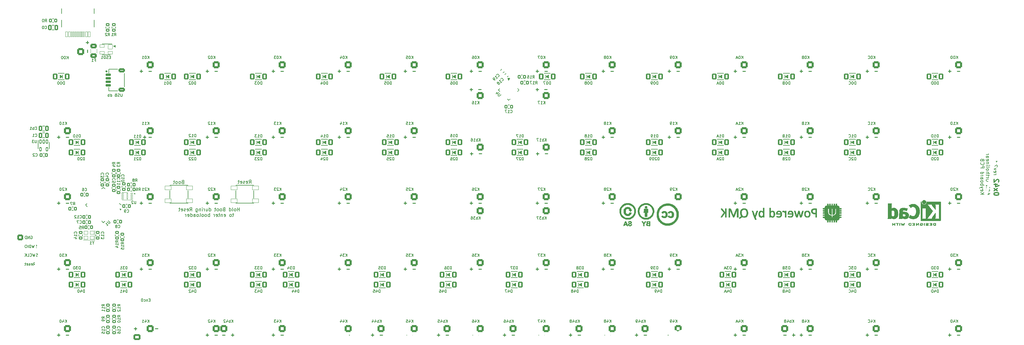
<source format=gbr>
%TF.GenerationSoftware,KiCad,Pcbnew,8.0.3*%
%TF.CreationDate,2024-07-06T09:07:13+02:00*%
%TF.ProjectId,0x42_panel,30783432-5f70-4616-9e65-6c2e6b696361,2.1*%
%TF.SameCoordinates,Original*%
%TF.FileFunction,Legend,Bot*%
%TF.FilePolarity,Positive*%
%FSLAX46Y46*%
G04 Gerber Fmt 4.6, Leading zero omitted, Abs format (unit mm)*
G04 Created by KiCad (PCBNEW 8.0.3) date 2024-07-06 09:07:13*
%MOMM*%
%LPD*%
G01*
G04 APERTURE LIST*
G04 Aperture macros list*
%AMRoundRect*
0 Rectangle with rounded corners*
0 $1 Rounding radius*
0 $2 $3 $4 $5 $6 $7 $8 $9 X,Y pos of 4 corners*
0 Add a 4 corners polygon primitive as box body*
4,1,4,$2,$3,$4,$5,$6,$7,$8,$9,$2,$3,0*
0 Add four circle primitives for the rounded corners*
1,1,$1+$1,$2,$3*
1,1,$1+$1,$4,$5*
1,1,$1+$1,$6,$7*
1,1,$1+$1,$8,$9*
0 Add four rect primitives between the rounded corners*
20,1,$1+$1,$2,$3,$4,$5,0*
20,1,$1+$1,$4,$5,$6,$7,0*
20,1,$1+$1,$6,$7,$8,$9,0*
20,1,$1+$1,$8,$9,$2,$3,0*%
%AMFreePoly0*
4,1,95,-2.398692,3.424966,-2.043295,3.406340,-2.040692,3.406066,-1.689189,3.350394,-1.686630,3.349850,-1.342872,3.257740,-1.340383,3.256932,-1.008136,3.129395,-1.005745,3.128330,-0.688650,2.966761,-0.686384,2.965453,-0.387914,2.771625,-0.385797,2.770087,-0.109223,2.546121,-0.107278,2.544370,0.144370,2.292722,0.146121,2.290777,0.370087,2.014203,0.371625,2.012086,0.565453,1.713616,
0.566761,1.711350,0.728330,1.394255,0.729395,1.391864,0.856932,1.059617,0.857740,1.057128,0.949850,0.713370,0.950394,0.710811,1.006066,0.359308,1.006340,0.356705,1.024966,0.001308,1.024966,-0.001308,1.006340,-0.356705,1.006066,-0.359308,0.950394,-0.710811,0.949850,-0.713370,0.857740,-1.057128,0.856932,-1.059617,0.729395,-1.391864,0.728330,-1.394255,0.566761,-1.711350,
0.565453,-1.713616,0.371625,-2.012086,0.370087,-2.014203,0.146121,-2.290777,0.144370,-2.292722,-0.107278,-2.544370,-0.109223,-2.546121,-0.385797,-2.770087,-0.387914,-2.771625,-0.686384,-2.965453,-0.688650,-2.966761,-1.005745,-3.128330,-1.008136,-3.129395,-1.340383,-3.256932,-1.342872,-3.257740,-1.686630,-3.349850,-1.689189,-3.350394,-2.040692,-3.406066,-2.043295,-3.406340,-2.398692,-3.424966,
-2.400000,-3.425000,-6.200000,-3.425000,-6.217678,-3.417678,-6.225000,-3.400000,-6.225000,-1.400000,-6.217678,-1.382322,-6.200000,-1.375000,-2.291784,-1.375000,-2.078017,-1.341142,-1.872186,-1.274264,-1.679342,-1.176004,-1.504250,-1.048793,-1.351206,-0.895749,-1.223995,-0.720657,-1.125735,-0.527813,-1.058857,-0.321982,-1.025000,-0.108215,-1.025000,0.108215,-1.058857,0.321982,-1.125735,0.527813,
-1.223995,0.720657,-1.351206,0.895749,-1.504250,1.048793,-1.679342,1.176004,-1.872186,1.274264,-2.078017,1.341142,-2.291784,1.375000,-6.200000,1.375000,-6.217678,1.382322,-6.225000,1.400000,-6.225000,3.400000,-6.217678,3.417678,-6.200000,3.425000,-2.400000,3.425000,-2.398692,3.424966,-2.398692,3.424966,$1*%
G04 Aperture macros list end*
%ADD10C,0.200000*%
%ADD11C,0.350000*%
%ADD12C,0.250000*%
%ADD13C,0.160000*%
%ADD14C,0.300000*%
%ADD15C,0.100000*%
%ADD16C,0.010000*%
%ADD17C,0.120000*%
%ADD18C,0.000000*%
%ADD19C,0.500000*%
%ADD20C,1.750000*%
%ADD21C,3.987800*%
%ADD22C,2.300000*%
%ADD23C,1.955000*%
%ADD24RoundRect,0.293250X-0.684250X-0.684250X0.684250X-0.684250X0.684250X0.684250X-0.684250X0.684250X0*%
%ADD25C,3.048000*%
%ADD26C,1.152000*%
%ADD27RoundRect,0.293250X0.684250X0.684250X-0.684250X0.684250X-0.684250X-0.684250X0.684250X-0.684250X0*%
%ADD28C,1.050000*%
%ADD29FreePoly0,0.000000*%
%ADD30C,7.050000*%
%ADD31FreePoly0,180.000000*%
%ADD32RoundRect,0.293250X0.684250X-0.684250X0.684250X0.684250X-0.684250X0.684250X-0.684250X-0.684250X0*%
%ADD33RoundRect,0.262500X0.762500X-0.612500X0.762500X0.612500X-0.762500X0.612500X-0.762500X-0.612500X0*%
%ADD34C,2.050000*%
%ADD35O,2.050000X3.450000*%
%ADD36RoundRect,0.162500X-0.637500X0.162500X-0.637500X-0.162500X0.637500X-0.162500X0.637500X0.162500X0*%
%ADD37RoundRect,0.260417X-0.664583X0.364583X-0.664583X-0.364583X0.664583X-0.364583X0.664583X0.364583X0*%
%ADD38RoundRect,0.138750X0.361250X-0.323750X0.361250X0.323750X-0.361250X0.323750X-0.361250X-0.323750X0*%
%ADD39RoundRect,0.202500X-0.472500X-0.672500X0.472500X-0.672500X0.472500X0.672500X-0.472500X0.672500X0*%
%ADD40RoundRect,0.202500X0.472500X0.672500X-0.472500X0.672500X-0.472500X-0.672500X0.472500X-0.672500X0*%
%ADD41RoundRect,0.138750X-0.323750X-0.361250X0.323750X-0.361250X0.323750X0.361250X-0.323750X0.361250X0*%
%ADD42RoundRect,0.062500X0.327037X-0.238649X-0.238649X0.327037X-0.327037X0.238649X0.238649X-0.327037X0*%
%ADD43RoundRect,0.062500X0.327037X0.238649X0.238649X0.327037X-0.327037X-0.238649X-0.238649X-0.327037X0*%
%ADD44RoundRect,0.146250X2.091268X0.000000X0.000000X2.091268X-2.091268X0.000000X0.000000X-2.091268X0*%
%ADD45RoundRect,0.105000X-0.245000X0.450000X-0.245000X-0.450000X0.245000X-0.450000X0.245000X0.450000X0*%
%ADD46RoundRect,0.138750X-0.361250X0.323750X-0.361250X-0.323750X0.361250X-0.323750X0.361250X0.323750X0*%
%ADD47RoundRect,0.138750X0.323750X0.361250X-0.323750X0.361250X-0.323750X-0.361250X0.323750X-0.361250X0*%
%ADD48RoundRect,0.153750X-0.358750X-0.571250X0.358750X-0.571250X0.358750X0.571250X-0.358750X0.571250X0*%
%ADD49RoundRect,0.260000X0.640000X-0.390000X0.640000X0.390000X-0.640000X0.390000X-0.640000X-0.390000X0*%
%ADD50RoundRect,0.025000X0.900000X0.550000X-0.900000X0.550000X-0.900000X-0.550000X0.900000X-0.550000X0*%
%ADD51RoundRect,0.062500X0.220971X0.309359X-0.309359X-0.220971X-0.220971X-0.309359X0.309359X0.220971X0*%
%ADD52RoundRect,0.062500X-0.220971X0.309359X-0.309359X0.220971X0.220971X-0.309359X0.309359X-0.220971X0*%
%ADD53RoundRect,0.255436X0.000000X1.300460X-1.300460X0.000000X0.000000X-1.300460X1.300460X0.000000X0*%
%ADD54RoundRect,0.025000X0.575000X0.500000X-0.575000X0.500000X-0.575000X-0.500000X0.575000X-0.500000X0*%
%ADD55C,0.700000*%
%ADD56RoundRect,0.025000X-0.300000X-0.725000X0.300000X-0.725000X0.300000X0.725000X-0.300000X0.725000X0*%
%ADD57RoundRect,0.025000X-0.150000X-0.725000X0.150000X-0.725000X0.150000X0.725000X-0.150000X0.725000X0*%
%ADD58O,1.050000X1.650000*%
%ADD59O,1.050000X2.150000*%
%ADD60RoundRect,0.045000X0.280000X0.105000X-0.280000X0.105000X-0.280000X-0.105000X0.280000X-0.105000X0*%
%ADD61RoundRect,0.052500X0.122500X0.847500X-0.122500X0.847500X-0.122500X-0.847500X0.122500X-0.847500X0*%
%ADD62RoundRect,0.025000X0.600000X0.600000X-0.600000X0.600000X-0.600000X-0.600000X0.600000X-0.600000X0*%
%ADD63RoundRect,0.025000X0.600000X0.400000X-0.600000X0.400000X-0.600000X-0.400000X0.600000X-0.400000X0*%
%ADD64RoundRect,0.153750X0.358750X0.571250X-0.358750X0.571250X-0.358750X-0.571250X0.358750X-0.571250X0*%
%ADD65RoundRect,0.262500X0.612500X0.612500X-0.612500X0.612500X-0.612500X-0.612500X0.612500X-0.612500X0*%
%ADD66O,1.750000X1.750000*%
%ADD67RoundRect,0.138750X-0.026517X0.484368X-0.484368X0.026517X0.026517X-0.484368X0.484368X-0.026517X0*%
G04 APERTURE END LIST*
D10*
X293752752Y-64201755D02*
X293752752Y-64392231D01*
X293752752Y-64392231D02*
X293705133Y-64487469D01*
X293705133Y-64487469D02*
X293657514Y-64535088D01*
X293657514Y-64535088D02*
X293514657Y-64630326D01*
X293514657Y-64630326D02*
X293324181Y-64677945D01*
X293324181Y-64677945D02*
X292943229Y-64677945D01*
X292943229Y-64677945D02*
X292847991Y-64630326D01*
X292847991Y-64630326D02*
X292800372Y-64582707D01*
X292800372Y-64582707D02*
X292752752Y-64487469D01*
X292752752Y-64487469D02*
X292752752Y-64296993D01*
X292752752Y-64296993D02*
X292800372Y-64201755D01*
X292800372Y-64201755D02*
X292847991Y-64154136D01*
X292847991Y-64154136D02*
X292943229Y-64106517D01*
X292943229Y-64106517D02*
X293181324Y-64106517D01*
X293181324Y-64106517D02*
X293276562Y-64154136D01*
X293276562Y-64154136D02*
X293324181Y-64201755D01*
X293324181Y-64201755D02*
X293371800Y-64296993D01*
X293371800Y-64296993D02*
X293371800Y-64487469D01*
X293371800Y-64487469D02*
X293324181Y-64582707D01*
X293324181Y-64582707D02*
X293276562Y-64630326D01*
X293276562Y-64630326D02*
X293181324Y-64677945D01*
X293752752Y-63487469D02*
X293752752Y-63392231D01*
X293752752Y-63392231D02*
X293705133Y-63296993D01*
X293705133Y-63296993D02*
X293657514Y-63249374D01*
X293657514Y-63249374D02*
X293562276Y-63201755D01*
X293562276Y-63201755D02*
X293371800Y-63154136D01*
X293371800Y-63154136D02*
X293133705Y-63154136D01*
X293133705Y-63154136D02*
X292943229Y-63201755D01*
X292943229Y-63201755D02*
X292847991Y-63249374D01*
X292847991Y-63249374D02*
X292800372Y-63296993D01*
X292800372Y-63296993D02*
X292752752Y-63392231D01*
X292752752Y-63392231D02*
X292752752Y-63487469D01*
X292752752Y-63487469D02*
X292800372Y-63582707D01*
X292800372Y-63582707D02*
X292847991Y-63630326D01*
X292847991Y-63630326D02*
X292943229Y-63677945D01*
X292943229Y-63677945D02*
X293133705Y-63725564D01*
X293133705Y-63725564D02*
X293371800Y-63725564D01*
X293371800Y-63725564D02*
X293562276Y-63677945D01*
X293562276Y-63677945D02*
X293657514Y-63630326D01*
X293657514Y-63630326D02*
X293705133Y-63582707D01*
X293705133Y-63582707D02*
X293752752Y-63487469D01*
X292752752Y-62773183D02*
X293752752Y-62011279D01*
X293752752Y-62630326D02*
X293705133Y-62535088D01*
X293705133Y-62535088D02*
X293609895Y-62487469D01*
X293609895Y-62487469D02*
X293514657Y-62535088D01*
X293514657Y-62535088D02*
X293467038Y-62630326D01*
X293467038Y-62630326D02*
X293514657Y-62725564D01*
X293514657Y-62725564D02*
X293609895Y-62773183D01*
X293609895Y-62773183D02*
X293705133Y-62725564D01*
X293705133Y-62725564D02*
X293752752Y-62630326D01*
X292800372Y-62058898D02*
X292895610Y-62011279D01*
X292895610Y-62011279D02*
X292990848Y-62058898D01*
X292990848Y-62058898D02*
X293038467Y-62154136D01*
X293038467Y-62154136D02*
X292990848Y-62249374D01*
X292990848Y-62249374D02*
X292895610Y-62296993D01*
X292895610Y-62296993D02*
X292800372Y-62249374D01*
X292800372Y-62249374D02*
X292752752Y-62154136D01*
X292752752Y-62154136D02*
X292800372Y-62058898D01*
X293752752Y-60630326D02*
X293752752Y-60439850D01*
X293752752Y-60439850D02*
X293705133Y-60344612D01*
X293705133Y-60344612D02*
X293609895Y-60249374D01*
X293609895Y-60249374D02*
X293419419Y-60201755D01*
X293419419Y-60201755D02*
X293086086Y-60201755D01*
X293086086Y-60201755D02*
X292895610Y-60249374D01*
X292895610Y-60249374D02*
X292800372Y-60344612D01*
X292800372Y-60344612D02*
X292752752Y-60439850D01*
X292752752Y-60439850D02*
X292752752Y-60630326D01*
X292752752Y-60630326D02*
X292800372Y-60725564D01*
X292800372Y-60725564D02*
X292895610Y-60820802D01*
X292895610Y-60820802D02*
X293086086Y-60868421D01*
X293086086Y-60868421D02*
X293419419Y-60868421D01*
X293419419Y-60868421D02*
X293609895Y-60820802D01*
X293609895Y-60820802D02*
X293705133Y-60725564D01*
X293705133Y-60725564D02*
X293752752Y-60630326D01*
X292752752Y-59773183D02*
X293419419Y-59773183D01*
X293228943Y-59773183D02*
X293324181Y-59725564D01*
X293324181Y-59725564D02*
X293371800Y-59677945D01*
X293371800Y-59677945D02*
X293419419Y-59582707D01*
X293419419Y-59582707D02*
X293419419Y-59487469D01*
X293419419Y-59296992D02*
X293419419Y-58916040D01*
X293752752Y-59154135D02*
X292895610Y-59154135D01*
X292895610Y-59154135D02*
X292800372Y-59106516D01*
X292800372Y-59106516D02*
X292752752Y-59011278D01*
X292752752Y-59011278D02*
X292752752Y-58916040D01*
X292752752Y-58582706D02*
X293752752Y-58582706D01*
X292752752Y-58154135D02*
X293276562Y-58154135D01*
X293276562Y-58154135D02*
X293371800Y-58201754D01*
X293371800Y-58201754D02*
X293419419Y-58296992D01*
X293419419Y-58296992D02*
X293419419Y-58439849D01*
X293419419Y-58439849D02*
X293371800Y-58535087D01*
X293371800Y-58535087D02*
X293324181Y-58582706D01*
X292752752Y-57535087D02*
X292800372Y-57630325D01*
X292800372Y-57630325D02*
X292847991Y-57677944D01*
X292847991Y-57677944D02*
X292943229Y-57725563D01*
X292943229Y-57725563D02*
X293228943Y-57725563D01*
X293228943Y-57725563D02*
X293324181Y-57677944D01*
X293324181Y-57677944D02*
X293371800Y-57630325D01*
X293371800Y-57630325D02*
X293419419Y-57535087D01*
X293419419Y-57535087D02*
X293419419Y-57392230D01*
X293419419Y-57392230D02*
X293371800Y-57296992D01*
X293371800Y-57296992D02*
X293324181Y-57249373D01*
X293324181Y-57249373D02*
X293228943Y-57201754D01*
X293228943Y-57201754D02*
X292943229Y-57201754D01*
X292943229Y-57201754D02*
X292847991Y-57249373D01*
X292847991Y-57249373D02*
X292800372Y-57296992D01*
X292800372Y-57296992D02*
X292752752Y-57392230D01*
X292752752Y-57392230D02*
X292752752Y-57535087D01*
X292752752Y-56630325D02*
X292800372Y-56725563D01*
X292800372Y-56725563D02*
X292895610Y-56773182D01*
X292895610Y-56773182D02*
X293752752Y-56773182D01*
X292752752Y-56249372D02*
X293419419Y-56249372D01*
X293752752Y-56249372D02*
X293705133Y-56296991D01*
X293705133Y-56296991D02*
X293657514Y-56249372D01*
X293657514Y-56249372D02*
X293705133Y-56201753D01*
X293705133Y-56201753D02*
X293752752Y-56249372D01*
X293752752Y-56249372D02*
X293657514Y-56249372D01*
X293419419Y-55773182D02*
X292752752Y-55773182D01*
X293324181Y-55773182D02*
X293371800Y-55725563D01*
X293371800Y-55725563D02*
X293419419Y-55630325D01*
X293419419Y-55630325D02*
X293419419Y-55487468D01*
X293419419Y-55487468D02*
X293371800Y-55392230D01*
X293371800Y-55392230D02*
X293276562Y-55344611D01*
X293276562Y-55344611D02*
X292752752Y-55344611D01*
X292800372Y-54487468D02*
X292752752Y-54582706D01*
X292752752Y-54582706D02*
X292752752Y-54773182D01*
X292752752Y-54773182D02*
X292800372Y-54868420D01*
X292800372Y-54868420D02*
X292895610Y-54916039D01*
X292895610Y-54916039D02*
X293276562Y-54916039D01*
X293276562Y-54916039D02*
X293371800Y-54868420D01*
X293371800Y-54868420D02*
X293419419Y-54773182D01*
X293419419Y-54773182D02*
X293419419Y-54582706D01*
X293419419Y-54582706D02*
X293371800Y-54487468D01*
X293371800Y-54487468D02*
X293276562Y-54439849D01*
X293276562Y-54439849D02*
X293181324Y-54439849D01*
X293181324Y-54439849D02*
X293086086Y-54916039D01*
X292752752Y-53582706D02*
X293276562Y-53582706D01*
X293276562Y-53582706D02*
X293371800Y-53630325D01*
X293371800Y-53630325D02*
X293419419Y-53725563D01*
X293419419Y-53725563D02*
X293419419Y-53916039D01*
X293419419Y-53916039D02*
X293371800Y-54011277D01*
X292800372Y-53582706D02*
X292752752Y-53677944D01*
X292752752Y-53677944D02*
X292752752Y-53916039D01*
X292752752Y-53916039D02*
X292800372Y-54011277D01*
X292800372Y-54011277D02*
X292895610Y-54058896D01*
X292895610Y-54058896D02*
X292990848Y-54058896D01*
X292990848Y-54058896D02*
X293086086Y-54011277D01*
X293086086Y-54011277D02*
X293133705Y-53916039D01*
X293133705Y-53916039D02*
X293133705Y-53677944D01*
X293133705Y-53677944D02*
X293181324Y-53582706D01*
X292752752Y-53106515D02*
X293419419Y-53106515D01*
X293228943Y-53106515D02*
X293324181Y-53058896D01*
X293324181Y-53058896D02*
X293371800Y-53011277D01*
X293371800Y-53011277D02*
X293419419Y-52916039D01*
X293419419Y-52916039D02*
X293419419Y-52820801D01*
X291142808Y-64630326D02*
X292142808Y-64630326D01*
X291142808Y-64058898D02*
X291714237Y-64487469D01*
X292142808Y-64058898D02*
X291571380Y-64630326D01*
X291190428Y-63249374D02*
X291142808Y-63344612D01*
X291142808Y-63344612D02*
X291142808Y-63535088D01*
X291142808Y-63535088D02*
X291190428Y-63630326D01*
X291190428Y-63630326D02*
X291285666Y-63677945D01*
X291285666Y-63677945D02*
X291666618Y-63677945D01*
X291666618Y-63677945D02*
X291761856Y-63630326D01*
X291761856Y-63630326D02*
X291809475Y-63535088D01*
X291809475Y-63535088D02*
X291809475Y-63344612D01*
X291809475Y-63344612D02*
X291761856Y-63249374D01*
X291761856Y-63249374D02*
X291666618Y-63201755D01*
X291666618Y-63201755D02*
X291571380Y-63201755D01*
X291571380Y-63201755D02*
X291476142Y-63677945D01*
X291809475Y-62868421D02*
X291142808Y-62630326D01*
X291809475Y-62392231D02*
X291142808Y-62630326D01*
X291142808Y-62630326D02*
X290904713Y-62725564D01*
X290904713Y-62725564D02*
X290857094Y-62773183D01*
X290857094Y-62773183D02*
X290809475Y-62868421D01*
X291142808Y-62011278D02*
X292142808Y-62011278D01*
X291761856Y-62011278D02*
X291809475Y-61916040D01*
X291809475Y-61916040D02*
X291809475Y-61725564D01*
X291809475Y-61725564D02*
X291761856Y-61630326D01*
X291761856Y-61630326D02*
X291714237Y-61582707D01*
X291714237Y-61582707D02*
X291618999Y-61535088D01*
X291618999Y-61535088D02*
X291333285Y-61535088D01*
X291333285Y-61535088D02*
X291238047Y-61582707D01*
X291238047Y-61582707D02*
X291190428Y-61630326D01*
X291190428Y-61630326D02*
X291142808Y-61725564D01*
X291142808Y-61725564D02*
X291142808Y-61916040D01*
X291142808Y-61916040D02*
X291190428Y-62011278D01*
X291142808Y-60963659D02*
X291190428Y-61058897D01*
X291190428Y-61058897D02*
X291238047Y-61106516D01*
X291238047Y-61106516D02*
X291333285Y-61154135D01*
X291333285Y-61154135D02*
X291618999Y-61154135D01*
X291618999Y-61154135D02*
X291714237Y-61106516D01*
X291714237Y-61106516D02*
X291761856Y-61058897D01*
X291761856Y-61058897D02*
X291809475Y-60963659D01*
X291809475Y-60963659D02*
X291809475Y-60820802D01*
X291809475Y-60820802D02*
X291761856Y-60725564D01*
X291761856Y-60725564D02*
X291714237Y-60677945D01*
X291714237Y-60677945D02*
X291618999Y-60630326D01*
X291618999Y-60630326D02*
X291333285Y-60630326D01*
X291333285Y-60630326D02*
X291238047Y-60677945D01*
X291238047Y-60677945D02*
X291190428Y-60725564D01*
X291190428Y-60725564D02*
X291142808Y-60820802D01*
X291142808Y-60820802D02*
X291142808Y-60963659D01*
X291142808Y-59773183D02*
X291666618Y-59773183D01*
X291666618Y-59773183D02*
X291761856Y-59820802D01*
X291761856Y-59820802D02*
X291809475Y-59916040D01*
X291809475Y-59916040D02*
X291809475Y-60106516D01*
X291809475Y-60106516D02*
X291761856Y-60201754D01*
X291190428Y-59773183D02*
X291142808Y-59868421D01*
X291142808Y-59868421D02*
X291142808Y-60106516D01*
X291142808Y-60106516D02*
X291190428Y-60201754D01*
X291190428Y-60201754D02*
X291285666Y-60249373D01*
X291285666Y-60249373D02*
X291380904Y-60249373D01*
X291380904Y-60249373D02*
X291476142Y-60201754D01*
X291476142Y-60201754D02*
X291523761Y-60106516D01*
X291523761Y-60106516D02*
X291523761Y-59868421D01*
X291523761Y-59868421D02*
X291571380Y-59773183D01*
X291142808Y-59296992D02*
X291809475Y-59296992D01*
X291618999Y-59296992D02*
X291714237Y-59249373D01*
X291714237Y-59249373D02*
X291761856Y-59201754D01*
X291761856Y-59201754D02*
X291809475Y-59106516D01*
X291809475Y-59106516D02*
X291809475Y-59011278D01*
X291142808Y-58249373D02*
X292142808Y-58249373D01*
X291190428Y-58249373D02*
X291142808Y-58344611D01*
X291142808Y-58344611D02*
X291142808Y-58535087D01*
X291142808Y-58535087D02*
X291190428Y-58630325D01*
X291190428Y-58630325D02*
X291238047Y-58677944D01*
X291238047Y-58677944D02*
X291333285Y-58725563D01*
X291333285Y-58725563D02*
X291618999Y-58725563D01*
X291618999Y-58725563D02*
X291714237Y-58677944D01*
X291714237Y-58677944D02*
X291761856Y-58630325D01*
X291761856Y-58630325D02*
X291809475Y-58535087D01*
X291809475Y-58535087D02*
X291809475Y-58344611D01*
X291809475Y-58344611D02*
X291761856Y-58249373D01*
X291142808Y-57011277D02*
X292142808Y-57011277D01*
X292142808Y-57011277D02*
X292142808Y-56630325D01*
X292142808Y-56630325D02*
X292095189Y-56535087D01*
X292095189Y-56535087D02*
X292047570Y-56487468D01*
X292047570Y-56487468D02*
X291952332Y-56439849D01*
X291952332Y-56439849D02*
X291809475Y-56439849D01*
X291809475Y-56439849D02*
X291714237Y-56487468D01*
X291714237Y-56487468D02*
X291666618Y-56535087D01*
X291666618Y-56535087D02*
X291618999Y-56630325D01*
X291618999Y-56630325D02*
X291618999Y-57011277D01*
X291238047Y-55439849D02*
X291190428Y-55487468D01*
X291190428Y-55487468D02*
X291142808Y-55630325D01*
X291142808Y-55630325D02*
X291142808Y-55725563D01*
X291142808Y-55725563D02*
X291190428Y-55868420D01*
X291190428Y-55868420D02*
X291285666Y-55963658D01*
X291285666Y-55963658D02*
X291380904Y-56011277D01*
X291380904Y-56011277D02*
X291571380Y-56058896D01*
X291571380Y-56058896D02*
X291714237Y-56058896D01*
X291714237Y-56058896D02*
X291904713Y-56011277D01*
X291904713Y-56011277D02*
X291999951Y-55963658D01*
X291999951Y-55963658D02*
X292095189Y-55868420D01*
X292095189Y-55868420D02*
X292142808Y-55725563D01*
X292142808Y-55725563D02*
X292142808Y-55630325D01*
X292142808Y-55630325D02*
X292095189Y-55487468D01*
X292095189Y-55487468D02*
X292047570Y-55439849D01*
X291666618Y-54677944D02*
X291618999Y-54535087D01*
X291618999Y-54535087D02*
X291571380Y-54487468D01*
X291571380Y-54487468D02*
X291476142Y-54439849D01*
X291476142Y-54439849D02*
X291333285Y-54439849D01*
X291333285Y-54439849D02*
X291238047Y-54487468D01*
X291238047Y-54487468D02*
X291190428Y-54535087D01*
X291190428Y-54535087D02*
X291142808Y-54630325D01*
X291142808Y-54630325D02*
X291142808Y-55011277D01*
X291142808Y-55011277D02*
X292142808Y-55011277D01*
X292142808Y-55011277D02*
X292142808Y-54677944D01*
X292142808Y-54677944D02*
X292095189Y-54582706D01*
X292095189Y-54582706D02*
X292047570Y-54535087D01*
X292047570Y-54535087D02*
X291952332Y-54487468D01*
X291952332Y-54487468D02*
X291857094Y-54487468D01*
X291857094Y-54487468D02*
X291761856Y-54535087D01*
X291761856Y-54535087D02*
X291714237Y-54582706D01*
X291714237Y-54582706D02*
X291666618Y-54677944D01*
X291666618Y-54677944D02*
X291666618Y-55011277D01*
X294932780Y-58930326D02*
X295599447Y-58930326D01*
X295408971Y-58930326D02*
X295504209Y-58882707D01*
X295504209Y-58882707D02*
X295551828Y-58835088D01*
X295551828Y-58835088D02*
X295599447Y-58739850D01*
X295599447Y-58739850D02*
X295599447Y-58644612D01*
X294980400Y-57930326D02*
X294932780Y-58025564D01*
X294932780Y-58025564D02*
X294932780Y-58216040D01*
X294932780Y-58216040D02*
X294980400Y-58311278D01*
X294980400Y-58311278D02*
X295075638Y-58358897D01*
X295075638Y-58358897D02*
X295456590Y-58358897D01*
X295456590Y-58358897D02*
X295551828Y-58311278D01*
X295551828Y-58311278D02*
X295599447Y-58216040D01*
X295599447Y-58216040D02*
X295599447Y-58025564D01*
X295599447Y-58025564D02*
X295551828Y-57930326D01*
X295551828Y-57930326D02*
X295456590Y-57882707D01*
X295456590Y-57882707D02*
X295361352Y-57882707D01*
X295361352Y-57882707D02*
X295266114Y-58358897D01*
X295599447Y-57549373D02*
X294932780Y-57311278D01*
X294932780Y-57311278D02*
X295599447Y-57073183D01*
X295837542Y-56739849D02*
X295885161Y-56692230D01*
X295885161Y-56692230D02*
X295932780Y-56596992D01*
X295932780Y-56596992D02*
X295932780Y-56358897D01*
X295932780Y-56358897D02*
X295885161Y-56263659D01*
X295885161Y-56263659D02*
X295837542Y-56216040D01*
X295837542Y-56216040D02*
X295742304Y-56168421D01*
X295742304Y-56168421D02*
X295647066Y-56168421D01*
X295647066Y-56168421D02*
X295504209Y-56216040D01*
X295504209Y-56216040D02*
X294932780Y-56787468D01*
X294932780Y-56787468D02*
X294932780Y-56168421D01*
X295028019Y-55739849D02*
X294980400Y-55692230D01*
X294980400Y-55692230D02*
X294932780Y-55739849D01*
X294932780Y-55739849D02*
X294980400Y-55787468D01*
X294980400Y-55787468D02*
X295028019Y-55739849D01*
X295028019Y-55739849D02*
X294932780Y-55739849D01*
X294932780Y-54739850D02*
X294932780Y-55311278D01*
X294932780Y-55025564D02*
X295932780Y-55025564D01*
X295932780Y-55025564D02*
X295789923Y-55120802D01*
X295789923Y-55120802D02*
X295694685Y-55216040D01*
X295694685Y-55216040D02*
X295647066Y-55311278D01*
X77190477Y-69447247D02*
X77190477Y-68447247D01*
X77190477Y-68923437D02*
X76619049Y-68923437D01*
X76619049Y-69447247D02*
X76619049Y-68447247D01*
X76000001Y-69447247D02*
X76095239Y-69399628D01*
X76095239Y-69399628D02*
X76142858Y-69352008D01*
X76142858Y-69352008D02*
X76190477Y-69256770D01*
X76190477Y-69256770D02*
X76190477Y-68971056D01*
X76190477Y-68971056D02*
X76142858Y-68875818D01*
X76142858Y-68875818D02*
X76095239Y-68828199D01*
X76095239Y-68828199D02*
X76000001Y-68780580D01*
X76000001Y-68780580D02*
X75857144Y-68780580D01*
X75857144Y-68780580D02*
X75761906Y-68828199D01*
X75761906Y-68828199D02*
X75714287Y-68875818D01*
X75714287Y-68875818D02*
X75666668Y-68971056D01*
X75666668Y-68971056D02*
X75666668Y-69256770D01*
X75666668Y-69256770D02*
X75714287Y-69352008D01*
X75714287Y-69352008D02*
X75761906Y-69399628D01*
X75761906Y-69399628D02*
X75857144Y-69447247D01*
X75857144Y-69447247D02*
X76000001Y-69447247D01*
X75095239Y-69447247D02*
X75190477Y-69399628D01*
X75190477Y-69399628D02*
X75238096Y-69304389D01*
X75238096Y-69304389D02*
X75238096Y-68447247D01*
X74285715Y-69447247D02*
X74285715Y-68447247D01*
X74285715Y-69399628D02*
X74380953Y-69447247D01*
X74380953Y-69447247D02*
X74571429Y-69447247D01*
X74571429Y-69447247D02*
X74666667Y-69399628D01*
X74666667Y-69399628D02*
X74714286Y-69352008D01*
X74714286Y-69352008D02*
X74761905Y-69256770D01*
X74761905Y-69256770D02*
X74761905Y-68971056D01*
X74761905Y-68971056D02*
X74714286Y-68875818D01*
X74714286Y-68875818D02*
X74666667Y-68828199D01*
X74666667Y-68828199D02*
X74571429Y-68780580D01*
X74571429Y-68780580D02*
X74380953Y-68780580D01*
X74380953Y-68780580D02*
X74285715Y-68828199D01*
X72714286Y-68923437D02*
X72571429Y-68971056D01*
X72571429Y-68971056D02*
X72523810Y-69018675D01*
X72523810Y-69018675D02*
X72476191Y-69113913D01*
X72476191Y-69113913D02*
X72476191Y-69256770D01*
X72476191Y-69256770D02*
X72523810Y-69352008D01*
X72523810Y-69352008D02*
X72571429Y-69399628D01*
X72571429Y-69399628D02*
X72666667Y-69447247D01*
X72666667Y-69447247D02*
X73047619Y-69447247D01*
X73047619Y-69447247D02*
X73047619Y-68447247D01*
X73047619Y-68447247D02*
X72714286Y-68447247D01*
X72714286Y-68447247D02*
X72619048Y-68494866D01*
X72619048Y-68494866D02*
X72571429Y-68542485D01*
X72571429Y-68542485D02*
X72523810Y-68637723D01*
X72523810Y-68637723D02*
X72523810Y-68732961D01*
X72523810Y-68732961D02*
X72571429Y-68828199D01*
X72571429Y-68828199D02*
X72619048Y-68875818D01*
X72619048Y-68875818D02*
X72714286Y-68923437D01*
X72714286Y-68923437D02*
X73047619Y-68923437D01*
X71904762Y-69447247D02*
X72000000Y-69399628D01*
X72000000Y-69399628D02*
X72047619Y-69352008D01*
X72047619Y-69352008D02*
X72095238Y-69256770D01*
X72095238Y-69256770D02*
X72095238Y-68971056D01*
X72095238Y-68971056D02*
X72047619Y-68875818D01*
X72047619Y-68875818D02*
X72000000Y-68828199D01*
X72000000Y-68828199D02*
X71904762Y-68780580D01*
X71904762Y-68780580D02*
X71761905Y-68780580D01*
X71761905Y-68780580D02*
X71666667Y-68828199D01*
X71666667Y-68828199D02*
X71619048Y-68875818D01*
X71619048Y-68875818D02*
X71571429Y-68971056D01*
X71571429Y-68971056D02*
X71571429Y-69256770D01*
X71571429Y-69256770D02*
X71619048Y-69352008D01*
X71619048Y-69352008D02*
X71666667Y-69399628D01*
X71666667Y-69399628D02*
X71761905Y-69447247D01*
X71761905Y-69447247D02*
X71904762Y-69447247D01*
X71000000Y-69447247D02*
X71095238Y-69399628D01*
X71095238Y-69399628D02*
X71142857Y-69352008D01*
X71142857Y-69352008D02*
X71190476Y-69256770D01*
X71190476Y-69256770D02*
X71190476Y-68971056D01*
X71190476Y-68971056D02*
X71142857Y-68875818D01*
X71142857Y-68875818D02*
X71095238Y-68828199D01*
X71095238Y-68828199D02*
X71000000Y-68780580D01*
X71000000Y-68780580D02*
X70857143Y-68780580D01*
X70857143Y-68780580D02*
X70761905Y-68828199D01*
X70761905Y-68828199D02*
X70714286Y-68875818D01*
X70714286Y-68875818D02*
X70666667Y-68971056D01*
X70666667Y-68971056D02*
X70666667Y-69256770D01*
X70666667Y-69256770D02*
X70714286Y-69352008D01*
X70714286Y-69352008D02*
X70761905Y-69399628D01*
X70761905Y-69399628D02*
X70857143Y-69447247D01*
X70857143Y-69447247D02*
X71000000Y-69447247D01*
X70380952Y-68780580D02*
X70000000Y-68780580D01*
X70238095Y-68447247D02*
X70238095Y-69304389D01*
X70238095Y-69304389D02*
X70190476Y-69399628D01*
X70190476Y-69399628D02*
X70095238Y-69447247D01*
X70095238Y-69447247D02*
X70000000Y-69447247D01*
X68476190Y-69447247D02*
X68476190Y-68447247D01*
X68476190Y-69399628D02*
X68571428Y-69447247D01*
X68571428Y-69447247D02*
X68761904Y-69447247D01*
X68761904Y-69447247D02*
X68857142Y-69399628D01*
X68857142Y-69399628D02*
X68904761Y-69352008D01*
X68904761Y-69352008D02*
X68952380Y-69256770D01*
X68952380Y-69256770D02*
X68952380Y-68971056D01*
X68952380Y-68971056D02*
X68904761Y-68875818D01*
X68904761Y-68875818D02*
X68857142Y-68828199D01*
X68857142Y-68828199D02*
X68761904Y-68780580D01*
X68761904Y-68780580D02*
X68571428Y-68780580D01*
X68571428Y-68780580D02*
X68476190Y-68828199D01*
X67571428Y-68780580D02*
X67571428Y-69447247D01*
X67999999Y-68780580D02*
X67999999Y-69304389D01*
X67999999Y-69304389D02*
X67952380Y-69399628D01*
X67952380Y-69399628D02*
X67857142Y-69447247D01*
X67857142Y-69447247D02*
X67714285Y-69447247D01*
X67714285Y-69447247D02*
X67619047Y-69399628D01*
X67619047Y-69399628D02*
X67571428Y-69352008D01*
X67095237Y-69447247D02*
X67095237Y-68780580D01*
X67095237Y-68971056D02*
X67047618Y-68875818D01*
X67047618Y-68875818D02*
X66999999Y-68828199D01*
X66999999Y-68828199D02*
X66904761Y-68780580D01*
X66904761Y-68780580D02*
X66809523Y-68780580D01*
X66476189Y-69447247D02*
X66476189Y-68780580D01*
X66476189Y-68447247D02*
X66523808Y-68494866D01*
X66523808Y-68494866D02*
X66476189Y-68542485D01*
X66476189Y-68542485D02*
X66428570Y-68494866D01*
X66428570Y-68494866D02*
X66476189Y-68447247D01*
X66476189Y-68447247D02*
X66476189Y-68542485D01*
X65999999Y-68780580D02*
X65999999Y-69447247D01*
X65999999Y-68875818D02*
X65952380Y-68828199D01*
X65952380Y-68828199D02*
X65857142Y-68780580D01*
X65857142Y-68780580D02*
X65714285Y-68780580D01*
X65714285Y-68780580D02*
X65619047Y-68828199D01*
X65619047Y-68828199D02*
X65571428Y-68923437D01*
X65571428Y-68923437D02*
X65571428Y-69447247D01*
X64666666Y-68780580D02*
X64666666Y-69590104D01*
X64666666Y-69590104D02*
X64714285Y-69685342D01*
X64714285Y-69685342D02*
X64761904Y-69732961D01*
X64761904Y-69732961D02*
X64857142Y-69780580D01*
X64857142Y-69780580D02*
X64999999Y-69780580D01*
X64999999Y-69780580D02*
X65095237Y-69732961D01*
X64666666Y-69399628D02*
X64761904Y-69447247D01*
X64761904Y-69447247D02*
X64952380Y-69447247D01*
X64952380Y-69447247D02*
X65047618Y-69399628D01*
X65047618Y-69399628D02*
X65095237Y-69352008D01*
X65095237Y-69352008D02*
X65142856Y-69256770D01*
X65142856Y-69256770D02*
X65142856Y-68971056D01*
X65142856Y-68971056D02*
X65095237Y-68875818D01*
X65095237Y-68875818D02*
X65047618Y-68828199D01*
X65047618Y-68828199D02*
X64952380Y-68780580D01*
X64952380Y-68780580D02*
X64761904Y-68780580D01*
X64761904Y-68780580D02*
X64666666Y-68828199D01*
X62857142Y-69447247D02*
X63190475Y-68971056D01*
X63428570Y-69447247D02*
X63428570Y-68447247D01*
X63428570Y-68447247D02*
X63047618Y-68447247D01*
X63047618Y-68447247D02*
X62952380Y-68494866D01*
X62952380Y-68494866D02*
X62904761Y-68542485D01*
X62904761Y-68542485D02*
X62857142Y-68637723D01*
X62857142Y-68637723D02*
X62857142Y-68780580D01*
X62857142Y-68780580D02*
X62904761Y-68875818D01*
X62904761Y-68875818D02*
X62952380Y-68923437D01*
X62952380Y-68923437D02*
X63047618Y-68971056D01*
X63047618Y-68971056D02*
X63428570Y-68971056D01*
X62047618Y-69399628D02*
X62142856Y-69447247D01*
X62142856Y-69447247D02*
X62333332Y-69447247D01*
X62333332Y-69447247D02*
X62428570Y-69399628D01*
X62428570Y-69399628D02*
X62476189Y-69304389D01*
X62476189Y-69304389D02*
X62476189Y-68923437D01*
X62476189Y-68923437D02*
X62428570Y-68828199D01*
X62428570Y-68828199D02*
X62333332Y-68780580D01*
X62333332Y-68780580D02*
X62142856Y-68780580D01*
X62142856Y-68780580D02*
X62047618Y-68828199D01*
X62047618Y-68828199D02*
X61999999Y-68923437D01*
X61999999Y-68923437D02*
X61999999Y-69018675D01*
X61999999Y-69018675D02*
X62476189Y-69113913D01*
X61619046Y-69399628D02*
X61523808Y-69447247D01*
X61523808Y-69447247D02*
X61333332Y-69447247D01*
X61333332Y-69447247D02*
X61238094Y-69399628D01*
X61238094Y-69399628D02*
X61190475Y-69304389D01*
X61190475Y-69304389D02*
X61190475Y-69256770D01*
X61190475Y-69256770D02*
X61238094Y-69161532D01*
X61238094Y-69161532D02*
X61333332Y-69113913D01*
X61333332Y-69113913D02*
X61476189Y-69113913D01*
X61476189Y-69113913D02*
X61571427Y-69066294D01*
X61571427Y-69066294D02*
X61619046Y-68971056D01*
X61619046Y-68971056D02*
X61619046Y-68923437D01*
X61619046Y-68923437D02*
X61571427Y-68828199D01*
X61571427Y-68828199D02*
X61476189Y-68780580D01*
X61476189Y-68780580D02*
X61333332Y-68780580D01*
X61333332Y-68780580D02*
X61238094Y-68828199D01*
X60380951Y-69399628D02*
X60476189Y-69447247D01*
X60476189Y-69447247D02*
X60666665Y-69447247D01*
X60666665Y-69447247D02*
X60761903Y-69399628D01*
X60761903Y-69399628D02*
X60809522Y-69304389D01*
X60809522Y-69304389D02*
X60809522Y-68923437D01*
X60809522Y-68923437D02*
X60761903Y-68828199D01*
X60761903Y-68828199D02*
X60666665Y-68780580D01*
X60666665Y-68780580D02*
X60476189Y-68780580D01*
X60476189Y-68780580D02*
X60380951Y-68828199D01*
X60380951Y-68828199D02*
X60333332Y-68923437D01*
X60333332Y-68923437D02*
X60333332Y-69018675D01*
X60333332Y-69018675D02*
X60809522Y-69113913D01*
X60047617Y-68780580D02*
X59666665Y-68780580D01*
X59904760Y-68447247D02*
X59904760Y-69304389D01*
X59904760Y-69304389D02*
X59857141Y-69399628D01*
X59857141Y-69399628D02*
X59761903Y-69447247D01*
X59761903Y-69447247D02*
X59666665Y-69447247D01*
X75523810Y-70390524D02*
X75142858Y-70390524D01*
X75380953Y-70057191D02*
X75380953Y-70914333D01*
X75380953Y-70914333D02*
X75333334Y-71009572D01*
X75333334Y-71009572D02*
X75238096Y-71057191D01*
X75238096Y-71057191D02*
X75142858Y-71057191D01*
X74666667Y-71057191D02*
X74761905Y-71009572D01*
X74761905Y-71009572D02*
X74809524Y-70961952D01*
X74809524Y-70961952D02*
X74857143Y-70866714D01*
X74857143Y-70866714D02*
X74857143Y-70581000D01*
X74857143Y-70581000D02*
X74809524Y-70485762D01*
X74809524Y-70485762D02*
X74761905Y-70438143D01*
X74761905Y-70438143D02*
X74666667Y-70390524D01*
X74666667Y-70390524D02*
X74523810Y-70390524D01*
X74523810Y-70390524D02*
X74428572Y-70438143D01*
X74428572Y-70438143D02*
X74380953Y-70485762D01*
X74380953Y-70485762D02*
X74333334Y-70581000D01*
X74333334Y-70581000D02*
X74333334Y-70866714D01*
X74333334Y-70866714D02*
X74380953Y-70961952D01*
X74380953Y-70961952D02*
X74428572Y-71009572D01*
X74428572Y-71009572D02*
X74523810Y-71057191D01*
X74523810Y-71057191D02*
X74666667Y-71057191D01*
X72761905Y-71009572D02*
X72857143Y-71057191D01*
X72857143Y-71057191D02*
X73047619Y-71057191D01*
X73047619Y-71057191D02*
X73142857Y-71009572D01*
X73142857Y-71009572D02*
X73190476Y-70914333D01*
X73190476Y-70914333D02*
X73190476Y-70533381D01*
X73190476Y-70533381D02*
X73142857Y-70438143D01*
X73142857Y-70438143D02*
X73047619Y-70390524D01*
X73047619Y-70390524D02*
X72857143Y-70390524D01*
X72857143Y-70390524D02*
X72761905Y-70438143D01*
X72761905Y-70438143D02*
X72714286Y-70533381D01*
X72714286Y-70533381D02*
X72714286Y-70628619D01*
X72714286Y-70628619D02*
X73190476Y-70723857D01*
X72285714Y-70390524D02*
X72285714Y-71057191D01*
X72285714Y-70485762D02*
X72238095Y-70438143D01*
X72238095Y-70438143D02*
X72142857Y-70390524D01*
X72142857Y-70390524D02*
X72000000Y-70390524D01*
X72000000Y-70390524D02*
X71904762Y-70438143D01*
X71904762Y-70438143D02*
X71857143Y-70533381D01*
X71857143Y-70533381D02*
X71857143Y-71057191D01*
X71523809Y-70390524D02*
X71142857Y-70390524D01*
X71380952Y-70057191D02*
X71380952Y-70914333D01*
X71380952Y-70914333D02*
X71333333Y-71009572D01*
X71333333Y-71009572D02*
X71238095Y-71057191D01*
X71238095Y-71057191D02*
X71142857Y-71057191D01*
X70428571Y-71009572D02*
X70523809Y-71057191D01*
X70523809Y-71057191D02*
X70714285Y-71057191D01*
X70714285Y-71057191D02*
X70809523Y-71009572D01*
X70809523Y-71009572D02*
X70857142Y-70914333D01*
X70857142Y-70914333D02*
X70857142Y-70533381D01*
X70857142Y-70533381D02*
X70809523Y-70438143D01*
X70809523Y-70438143D02*
X70714285Y-70390524D01*
X70714285Y-70390524D02*
X70523809Y-70390524D01*
X70523809Y-70390524D02*
X70428571Y-70438143D01*
X70428571Y-70438143D02*
X70380952Y-70533381D01*
X70380952Y-70533381D02*
X70380952Y-70628619D01*
X70380952Y-70628619D02*
X70857142Y-70723857D01*
X69952380Y-71057191D02*
X69952380Y-70390524D01*
X69952380Y-70581000D02*
X69904761Y-70485762D01*
X69904761Y-70485762D02*
X69857142Y-70438143D01*
X69857142Y-70438143D02*
X69761904Y-70390524D01*
X69761904Y-70390524D02*
X69666666Y-70390524D01*
X68571427Y-71057191D02*
X68571427Y-70057191D01*
X68571427Y-70438143D02*
X68476189Y-70390524D01*
X68476189Y-70390524D02*
X68285713Y-70390524D01*
X68285713Y-70390524D02*
X68190475Y-70438143D01*
X68190475Y-70438143D02*
X68142856Y-70485762D01*
X68142856Y-70485762D02*
X68095237Y-70581000D01*
X68095237Y-70581000D02*
X68095237Y-70866714D01*
X68095237Y-70866714D02*
X68142856Y-70961952D01*
X68142856Y-70961952D02*
X68190475Y-71009572D01*
X68190475Y-71009572D02*
X68285713Y-71057191D01*
X68285713Y-71057191D02*
X68476189Y-71057191D01*
X68476189Y-71057191D02*
X68571427Y-71009572D01*
X67523808Y-71057191D02*
X67619046Y-71009572D01*
X67619046Y-71009572D02*
X67666665Y-70961952D01*
X67666665Y-70961952D02*
X67714284Y-70866714D01*
X67714284Y-70866714D02*
X67714284Y-70581000D01*
X67714284Y-70581000D02*
X67666665Y-70485762D01*
X67666665Y-70485762D02*
X67619046Y-70438143D01*
X67619046Y-70438143D02*
X67523808Y-70390524D01*
X67523808Y-70390524D02*
X67380951Y-70390524D01*
X67380951Y-70390524D02*
X67285713Y-70438143D01*
X67285713Y-70438143D02*
X67238094Y-70485762D01*
X67238094Y-70485762D02*
X67190475Y-70581000D01*
X67190475Y-70581000D02*
X67190475Y-70866714D01*
X67190475Y-70866714D02*
X67238094Y-70961952D01*
X67238094Y-70961952D02*
X67285713Y-71009572D01*
X67285713Y-71009572D02*
X67380951Y-71057191D01*
X67380951Y-71057191D02*
X67523808Y-71057191D01*
X66619046Y-71057191D02*
X66714284Y-71009572D01*
X66714284Y-71009572D02*
X66761903Y-70961952D01*
X66761903Y-70961952D02*
X66809522Y-70866714D01*
X66809522Y-70866714D02*
X66809522Y-70581000D01*
X66809522Y-70581000D02*
X66761903Y-70485762D01*
X66761903Y-70485762D02*
X66714284Y-70438143D01*
X66714284Y-70438143D02*
X66619046Y-70390524D01*
X66619046Y-70390524D02*
X66476189Y-70390524D01*
X66476189Y-70390524D02*
X66380951Y-70438143D01*
X66380951Y-70438143D02*
X66333332Y-70485762D01*
X66333332Y-70485762D02*
X66285713Y-70581000D01*
X66285713Y-70581000D02*
X66285713Y-70866714D01*
X66285713Y-70866714D02*
X66333332Y-70961952D01*
X66333332Y-70961952D02*
X66380951Y-71009572D01*
X66380951Y-71009572D02*
X66476189Y-71057191D01*
X66476189Y-71057191D02*
X66619046Y-71057191D01*
X65714284Y-71057191D02*
X65809522Y-71009572D01*
X65809522Y-71009572D02*
X65857141Y-70914333D01*
X65857141Y-70914333D02*
X65857141Y-70057191D01*
X65190474Y-71057191D02*
X65285712Y-71009572D01*
X65285712Y-71009572D02*
X65333331Y-70961952D01*
X65333331Y-70961952D02*
X65380950Y-70866714D01*
X65380950Y-70866714D02*
X65380950Y-70581000D01*
X65380950Y-70581000D02*
X65333331Y-70485762D01*
X65333331Y-70485762D02*
X65285712Y-70438143D01*
X65285712Y-70438143D02*
X65190474Y-70390524D01*
X65190474Y-70390524D02*
X65047617Y-70390524D01*
X65047617Y-70390524D02*
X64952379Y-70438143D01*
X64952379Y-70438143D02*
X64904760Y-70485762D01*
X64904760Y-70485762D02*
X64857141Y-70581000D01*
X64857141Y-70581000D02*
X64857141Y-70866714D01*
X64857141Y-70866714D02*
X64904760Y-70961952D01*
X64904760Y-70961952D02*
X64952379Y-71009572D01*
X64952379Y-71009572D02*
X65047617Y-71057191D01*
X65047617Y-71057191D02*
X65190474Y-71057191D01*
X63999998Y-71057191D02*
X63999998Y-70533381D01*
X63999998Y-70533381D02*
X64047617Y-70438143D01*
X64047617Y-70438143D02*
X64142855Y-70390524D01*
X64142855Y-70390524D02*
X64333331Y-70390524D01*
X64333331Y-70390524D02*
X64428569Y-70438143D01*
X63999998Y-71009572D02*
X64095236Y-71057191D01*
X64095236Y-71057191D02*
X64333331Y-71057191D01*
X64333331Y-71057191D02*
X64428569Y-71009572D01*
X64428569Y-71009572D02*
X64476188Y-70914333D01*
X64476188Y-70914333D02*
X64476188Y-70819095D01*
X64476188Y-70819095D02*
X64428569Y-70723857D01*
X64428569Y-70723857D02*
X64333331Y-70676238D01*
X64333331Y-70676238D02*
X64095236Y-70676238D01*
X64095236Y-70676238D02*
X63999998Y-70628619D01*
X63095236Y-71057191D02*
X63095236Y-70057191D01*
X63095236Y-71009572D02*
X63190474Y-71057191D01*
X63190474Y-71057191D02*
X63380950Y-71057191D01*
X63380950Y-71057191D02*
X63476188Y-71009572D01*
X63476188Y-71009572D02*
X63523807Y-70961952D01*
X63523807Y-70961952D02*
X63571426Y-70866714D01*
X63571426Y-70866714D02*
X63571426Y-70581000D01*
X63571426Y-70581000D02*
X63523807Y-70485762D01*
X63523807Y-70485762D02*
X63476188Y-70438143D01*
X63476188Y-70438143D02*
X63380950Y-70390524D01*
X63380950Y-70390524D02*
X63190474Y-70390524D01*
X63190474Y-70390524D02*
X63095236Y-70438143D01*
X62238093Y-71009572D02*
X62333331Y-71057191D01*
X62333331Y-71057191D02*
X62523807Y-71057191D01*
X62523807Y-71057191D02*
X62619045Y-71009572D01*
X62619045Y-71009572D02*
X62666664Y-70914333D01*
X62666664Y-70914333D02*
X62666664Y-70533381D01*
X62666664Y-70533381D02*
X62619045Y-70438143D01*
X62619045Y-70438143D02*
X62523807Y-70390524D01*
X62523807Y-70390524D02*
X62333331Y-70390524D01*
X62333331Y-70390524D02*
X62238093Y-70438143D01*
X62238093Y-70438143D02*
X62190474Y-70533381D01*
X62190474Y-70533381D02*
X62190474Y-70628619D01*
X62190474Y-70628619D02*
X62666664Y-70723857D01*
X61761902Y-71057191D02*
X61761902Y-70390524D01*
X61761902Y-70581000D02*
X61714283Y-70485762D01*
X61714283Y-70485762D02*
X61666664Y-70438143D01*
X61666664Y-70438143D02*
X61571426Y-70390524D01*
X61571426Y-70390524D02*
X61476188Y-70390524D01*
D11*
X296370533Y-64569737D02*
X296370533Y-64436403D01*
X296370533Y-64436403D02*
X296303866Y-64303070D01*
X296303866Y-64303070D02*
X296237200Y-64236403D01*
X296237200Y-64236403D02*
X296103866Y-64169737D01*
X296103866Y-64169737D02*
X295837200Y-64103070D01*
X295837200Y-64103070D02*
X295503866Y-64103070D01*
X295503866Y-64103070D02*
X295237200Y-64169737D01*
X295237200Y-64169737D02*
X295103866Y-64236403D01*
X295103866Y-64236403D02*
X295037200Y-64303070D01*
X295037200Y-64303070D02*
X294970533Y-64436403D01*
X294970533Y-64436403D02*
X294970533Y-64569737D01*
X294970533Y-64569737D02*
X295037200Y-64703070D01*
X295037200Y-64703070D02*
X295103866Y-64769737D01*
X295103866Y-64769737D02*
X295237200Y-64836403D01*
X295237200Y-64836403D02*
X295503866Y-64903070D01*
X295503866Y-64903070D02*
X295837200Y-64903070D01*
X295837200Y-64903070D02*
X296103866Y-64836403D01*
X296103866Y-64836403D02*
X296237200Y-64769737D01*
X296237200Y-64769737D02*
X296303866Y-64703070D01*
X296303866Y-64703070D02*
X296370533Y-64569737D01*
X294970533Y-63636404D02*
X295903866Y-62903070D01*
X295903866Y-63636404D02*
X294970533Y-62903070D01*
X295903866Y-61769737D02*
X294970533Y-61769737D01*
X296437200Y-62103071D02*
X295437200Y-62436404D01*
X295437200Y-62436404D02*
X295437200Y-61569737D01*
X296237200Y-61103071D02*
X296303866Y-61036404D01*
X296303866Y-61036404D02*
X296370533Y-60903071D01*
X296370533Y-60903071D02*
X296370533Y-60569738D01*
X296370533Y-60569738D02*
X296303866Y-60436404D01*
X296303866Y-60436404D02*
X296237200Y-60369738D01*
X296237200Y-60369738D02*
X296103866Y-60303071D01*
X296103866Y-60303071D02*
X295970533Y-60303071D01*
X295970533Y-60303071D02*
X295770533Y-60369738D01*
X295770533Y-60369738D02*
X294970533Y-61169738D01*
X294970533Y-61169738D02*
X294970533Y-60303071D01*
D10*
X89196428Y-25459695D02*
X89196428Y-24659695D01*
X88739285Y-25459695D02*
X89082143Y-25002552D01*
X88739285Y-24659695D02*
X89196428Y-25116838D01*
X88244047Y-24659695D02*
X88167857Y-24659695D01*
X88167857Y-24659695D02*
X88091666Y-24697790D01*
X88091666Y-24697790D02*
X88053571Y-24735885D01*
X88053571Y-24735885D02*
X88015476Y-24812076D01*
X88015476Y-24812076D02*
X87977381Y-24964457D01*
X87977381Y-24964457D02*
X87977381Y-25154933D01*
X87977381Y-25154933D02*
X88015476Y-25307314D01*
X88015476Y-25307314D02*
X88053571Y-25383504D01*
X88053571Y-25383504D02*
X88091666Y-25421600D01*
X88091666Y-25421600D02*
X88167857Y-25459695D01*
X88167857Y-25459695D02*
X88244047Y-25459695D01*
X88244047Y-25459695D02*
X88320238Y-25421600D01*
X88320238Y-25421600D02*
X88358333Y-25383504D01*
X88358333Y-25383504D02*
X88396428Y-25307314D01*
X88396428Y-25307314D02*
X88434524Y-25154933D01*
X88434524Y-25154933D02*
X88434524Y-24964457D01*
X88434524Y-24964457D02*
X88396428Y-24812076D01*
X88396428Y-24812076D02*
X88358333Y-24735885D01*
X88358333Y-24735885D02*
X88320238Y-24697790D01*
X88320238Y-24697790D02*
X88244047Y-24659695D01*
X87710714Y-24659695D02*
X87215476Y-24659695D01*
X87215476Y-24659695D02*
X87482142Y-24964457D01*
X87482142Y-24964457D02*
X87367857Y-24964457D01*
X87367857Y-24964457D02*
X87291666Y-25002552D01*
X87291666Y-25002552D02*
X87253571Y-25040647D01*
X87253571Y-25040647D02*
X87215476Y-25116838D01*
X87215476Y-25116838D02*
X87215476Y-25307314D01*
X87215476Y-25307314D02*
X87253571Y-25383504D01*
X87253571Y-25383504D02*
X87291666Y-25421600D01*
X87291666Y-25421600D02*
X87367857Y-25459695D01*
X87367857Y-25459695D02*
X87596428Y-25459695D01*
X87596428Y-25459695D02*
X87672619Y-25421600D01*
X87672619Y-25421600D02*
X87710714Y-25383504D01*
D12*
X89835951Y-29068666D02*
X89074047Y-29068666D01*
X87305951Y-29068666D02*
X86544047Y-29068666D01*
X86924999Y-29449619D02*
X86924999Y-28687714D01*
X144455951Y-29068666D02*
X143694047Y-29068666D01*
X144074999Y-29449619D02*
X144074999Y-28687714D01*
D10*
X146346428Y-25459695D02*
X146346428Y-24659695D01*
X145889285Y-25459695D02*
X146232143Y-25002552D01*
X145889285Y-24659695D02*
X146346428Y-25116838D01*
X145394047Y-24659695D02*
X145317857Y-24659695D01*
X145317857Y-24659695D02*
X145241666Y-24697790D01*
X145241666Y-24697790D02*
X145203571Y-24735885D01*
X145203571Y-24735885D02*
X145165476Y-24812076D01*
X145165476Y-24812076D02*
X145127381Y-24964457D01*
X145127381Y-24964457D02*
X145127381Y-25154933D01*
X145127381Y-25154933D02*
X145165476Y-25307314D01*
X145165476Y-25307314D02*
X145203571Y-25383504D01*
X145203571Y-25383504D02*
X145241666Y-25421600D01*
X145241666Y-25421600D02*
X145317857Y-25459695D01*
X145317857Y-25459695D02*
X145394047Y-25459695D01*
X145394047Y-25459695D02*
X145470238Y-25421600D01*
X145470238Y-25421600D02*
X145508333Y-25383504D01*
X145508333Y-25383504D02*
X145546428Y-25307314D01*
X145546428Y-25307314D02*
X145584524Y-25154933D01*
X145584524Y-25154933D02*
X145584524Y-24964457D01*
X145584524Y-24964457D02*
X145546428Y-24812076D01*
X145546428Y-24812076D02*
X145508333Y-24735885D01*
X145508333Y-24735885D02*
X145470238Y-24697790D01*
X145470238Y-24697790D02*
X145394047Y-24659695D01*
X144441666Y-24659695D02*
X144594047Y-24659695D01*
X144594047Y-24659695D02*
X144670238Y-24697790D01*
X144670238Y-24697790D02*
X144708333Y-24735885D01*
X144708333Y-24735885D02*
X144784523Y-24850171D01*
X144784523Y-24850171D02*
X144822619Y-25002552D01*
X144822619Y-25002552D02*
X144822619Y-25307314D01*
X144822619Y-25307314D02*
X144784523Y-25383504D01*
X144784523Y-25383504D02*
X144746428Y-25421600D01*
X144746428Y-25421600D02*
X144670238Y-25459695D01*
X144670238Y-25459695D02*
X144517857Y-25459695D01*
X144517857Y-25459695D02*
X144441666Y-25421600D01*
X144441666Y-25421600D02*
X144403571Y-25383504D01*
X144403571Y-25383504D02*
X144365476Y-25307314D01*
X144365476Y-25307314D02*
X144365476Y-25116838D01*
X144365476Y-25116838D02*
X144403571Y-25040647D01*
X144403571Y-25040647D02*
X144441666Y-25002552D01*
X144441666Y-25002552D02*
X144517857Y-24964457D01*
X144517857Y-24964457D02*
X144670238Y-24964457D01*
X144670238Y-24964457D02*
X144746428Y-25002552D01*
X144746428Y-25002552D02*
X144784523Y-25040647D01*
X144784523Y-25040647D02*
X144822619Y-25116838D01*
D12*
X146985951Y-29068666D02*
X146224047Y-29068666D01*
X173100951Y-105268666D02*
X172339047Y-105268666D01*
X172719999Y-105649619D02*
X172719999Y-104887714D01*
X175630951Y-105268666D02*
X174869047Y-105268666D01*
D10*
X175283333Y-101659695D02*
X175283333Y-100859695D01*
X174826190Y-101659695D02*
X175169048Y-101202552D01*
X174826190Y-100859695D02*
X175283333Y-101316838D01*
X174483333Y-101659695D02*
X174483333Y-100859695D01*
X174483333Y-101164457D02*
X174407143Y-101126361D01*
X174407143Y-101126361D02*
X174254762Y-101126361D01*
X174254762Y-101126361D02*
X174178571Y-101164457D01*
X174178571Y-101164457D02*
X174140476Y-101202552D01*
X174140476Y-101202552D02*
X174102381Y-101278742D01*
X174102381Y-101278742D02*
X174102381Y-101507314D01*
X174102381Y-101507314D02*
X174140476Y-101583504D01*
X174140476Y-101583504D02*
X174178571Y-101621600D01*
X174178571Y-101621600D02*
X174254762Y-101659695D01*
X174254762Y-101659695D02*
X174407143Y-101659695D01*
X174407143Y-101659695D02*
X174483333Y-101621600D01*
X173416666Y-101126361D02*
X173416666Y-101659695D01*
X173607142Y-100821600D02*
X173797619Y-101393028D01*
X173797619Y-101393028D02*
X173302380Y-101393028D01*
X172883333Y-101202552D02*
X172959523Y-101164457D01*
X172959523Y-101164457D02*
X172997618Y-101126361D01*
X172997618Y-101126361D02*
X173035714Y-101050171D01*
X173035714Y-101050171D02*
X173035714Y-101012076D01*
X173035714Y-101012076D02*
X172997618Y-100935885D01*
X172997618Y-100935885D02*
X172959523Y-100897790D01*
X172959523Y-100897790D02*
X172883333Y-100859695D01*
X172883333Y-100859695D02*
X172730952Y-100859695D01*
X172730952Y-100859695D02*
X172654761Y-100897790D01*
X172654761Y-100897790D02*
X172616666Y-100935885D01*
X172616666Y-100935885D02*
X172578571Y-101012076D01*
X172578571Y-101012076D02*
X172578571Y-101050171D01*
X172578571Y-101050171D02*
X172616666Y-101126361D01*
X172616666Y-101126361D02*
X172654761Y-101164457D01*
X172654761Y-101164457D02*
X172730952Y-101202552D01*
X172730952Y-101202552D02*
X172883333Y-101202552D01*
X172883333Y-101202552D02*
X172959523Y-101240647D01*
X172959523Y-101240647D02*
X172997618Y-101278742D01*
X172997618Y-101278742D02*
X173035714Y-101354933D01*
X173035714Y-101354933D02*
X173035714Y-101507314D01*
X173035714Y-101507314D02*
X172997618Y-101583504D01*
X172997618Y-101583504D02*
X172959523Y-101621600D01*
X172959523Y-101621600D02*
X172883333Y-101659695D01*
X172883333Y-101659695D02*
X172730952Y-101659695D01*
X172730952Y-101659695D02*
X172654761Y-101621600D01*
X172654761Y-101621600D02*
X172616666Y-101583504D01*
X172616666Y-101583504D02*
X172578571Y-101507314D01*
X172578571Y-101507314D02*
X172578571Y-101354933D01*
X172578571Y-101354933D02*
X172616666Y-101278742D01*
X172616666Y-101278742D02*
X172654761Y-101240647D01*
X172654761Y-101240647D02*
X172730952Y-101202552D01*
D12*
X156580951Y-105268666D02*
X155819047Y-105268666D01*
D10*
X156233333Y-101659695D02*
X156233333Y-100859695D01*
X155776190Y-101659695D02*
X156119048Y-101202552D01*
X155776190Y-100859695D02*
X156233333Y-101316838D01*
X155433333Y-101659695D02*
X155433333Y-100859695D01*
X155433333Y-101164457D02*
X155357143Y-101126361D01*
X155357143Y-101126361D02*
X155204762Y-101126361D01*
X155204762Y-101126361D02*
X155128571Y-101164457D01*
X155128571Y-101164457D02*
X155090476Y-101202552D01*
X155090476Y-101202552D02*
X155052381Y-101278742D01*
X155052381Y-101278742D02*
X155052381Y-101507314D01*
X155052381Y-101507314D02*
X155090476Y-101583504D01*
X155090476Y-101583504D02*
X155128571Y-101621600D01*
X155128571Y-101621600D02*
X155204762Y-101659695D01*
X155204762Y-101659695D02*
X155357143Y-101659695D01*
X155357143Y-101659695D02*
X155433333Y-101621600D01*
X154366666Y-101126361D02*
X154366666Y-101659695D01*
X154557142Y-100821600D02*
X154747619Y-101393028D01*
X154747619Y-101393028D02*
X154252380Y-101393028D01*
X153604761Y-100859695D02*
X153757142Y-100859695D01*
X153757142Y-100859695D02*
X153833333Y-100897790D01*
X153833333Y-100897790D02*
X153871428Y-100935885D01*
X153871428Y-100935885D02*
X153947618Y-101050171D01*
X153947618Y-101050171D02*
X153985714Y-101202552D01*
X153985714Y-101202552D02*
X153985714Y-101507314D01*
X153985714Y-101507314D02*
X153947618Y-101583504D01*
X153947618Y-101583504D02*
X153909523Y-101621600D01*
X153909523Y-101621600D02*
X153833333Y-101659695D01*
X153833333Y-101659695D02*
X153680952Y-101659695D01*
X153680952Y-101659695D02*
X153604761Y-101621600D01*
X153604761Y-101621600D02*
X153566666Y-101583504D01*
X153566666Y-101583504D02*
X153528571Y-101507314D01*
X153528571Y-101507314D02*
X153528571Y-101316838D01*
X153528571Y-101316838D02*
X153566666Y-101240647D01*
X153566666Y-101240647D02*
X153604761Y-101202552D01*
X153604761Y-101202552D02*
X153680952Y-101164457D01*
X153680952Y-101164457D02*
X153833333Y-101164457D01*
X153833333Y-101164457D02*
X153909523Y-101202552D01*
X153909523Y-101202552D02*
X153947618Y-101240647D01*
X153947618Y-101240647D02*
X153985714Y-101316838D01*
D12*
X154050951Y-105268666D02*
X153289047Y-105268666D01*
X153669999Y-105649619D02*
X153669999Y-104887714D01*
X108885951Y-29068666D02*
X108124047Y-29068666D01*
X106355951Y-29068666D02*
X105594047Y-29068666D01*
X105974999Y-29449619D02*
X105974999Y-28687714D01*
D10*
X108246428Y-25459695D02*
X108246428Y-24659695D01*
X107789285Y-25459695D02*
X108132143Y-25002552D01*
X107789285Y-24659695D02*
X108246428Y-25116838D01*
X107294047Y-24659695D02*
X107217857Y-24659695D01*
X107217857Y-24659695D02*
X107141666Y-24697790D01*
X107141666Y-24697790D02*
X107103571Y-24735885D01*
X107103571Y-24735885D02*
X107065476Y-24812076D01*
X107065476Y-24812076D02*
X107027381Y-24964457D01*
X107027381Y-24964457D02*
X107027381Y-25154933D01*
X107027381Y-25154933D02*
X107065476Y-25307314D01*
X107065476Y-25307314D02*
X107103571Y-25383504D01*
X107103571Y-25383504D02*
X107141666Y-25421600D01*
X107141666Y-25421600D02*
X107217857Y-25459695D01*
X107217857Y-25459695D02*
X107294047Y-25459695D01*
X107294047Y-25459695D02*
X107370238Y-25421600D01*
X107370238Y-25421600D02*
X107408333Y-25383504D01*
X107408333Y-25383504D02*
X107446428Y-25307314D01*
X107446428Y-25307314D02*
X107484524Y-25154933D01*
X107484524Y-25154933D02*
X107484524Y-24964457D01*
X107484524Y-24964457D02*
X107446428Y-24812076D01*
X107446428Y-24812076D02*
X107408333Y-24735885D01*
X107408333Y-24735885D02*
X107370238Y-24697790D01*
X107370238Y-24697790D02*
X107294047Y-24659695D01*
X106341666Y-24926361D02*
X106341666Y-25459695D01*
X106532142Y-24621600D02*
X106722619Y-25193028D01*
X106722619Y-25193028D02*
X106227380Y-25193028D01*
X51096428Y-63559695D02*
X51096428Y-62759695D01*
X50639285Y-63559695D02*
X50982143Y-63102552D01*
X50639285Y-62759695D02*
X51096428Y-63216838D01*
X50334524Y-62835885D02*
X50296428Y-62797790D01*
X50296428Y-62797790D02*
X50220238Y-62759695D01*
X50220238Y-62759695D02*
X50029762Y-62759695D01*
X50029762Y-62759695D02*
X49953571Y-62797790D01*
X49953571Y-62797790D02*
X49915476Y-62835885D01*
X49915476Y-62835885D02*
X49877381Y-62912076D01*
X49877381Y-62912076D02*
X49877381Y-62988266D01*
X49877381Y-62988266D02*
X49915476Y-63102552D01*
X49915476Y-63102552D02*
X50372619Y-63559695D01*
X50372619Y-63559695D02*
X49877381Y-63559695D01*
X49115476Y-63559695D02*
X49572619Y-63559695D01*
X49344047Y-63559695D02*
X49344047Y-62759695D01*
X49344047Y-62759695D02*
X49420238Y-62873980D01*
X49420238Y-62873980D02*
X49496428Y-62950171D01*
X49496428Y-62950171D02*
X49572619Y-62988266D01*
D12*
X49205951Y-67168666D02*
X48444047Y-67168666D01*
X48824999Y-67549619D02*
X48824999Y-66787714D01*
X51735951Y-67168666D02*
X50974047Y-67168666D01*
X220655951Y-67168666D02*
X219894047Y-67168666D01*
X220274999Y-67549619D02*
X220274999Y-66787714D01*
X223185951Y-67168666D02*
X222424047Y-67168666D01*
D10*
X222508332Y-63559695D02*
X222508332Y-62759695D01*
X222051189Y-63559695D02*
X222394047Y-63102552D01*
X222051189Y-62759695D02*
X222508332Y-63216838D01*
X221746428Y-62835885D02*
X221708332Y-62797790D01*
X221708332Y-62797790D02*
X221632142Y-62759695D01*
X221632142Y-62759695D02*
X221441666Y-62759695D01*
X221441666Y-62759695D02*
X221365475Y-62797790D01*
X221365475Y-62797790D02*
X221327380Y-62835885D01*
X221327380Y-62835885D02*
X221289285Y-62912076D01*
X221289285Y-62912076D02*
X221289285Y-62988266D01*
X221289285Y-62988266D02*
X221327380Y-63102552D01*
X221327380Y-63102552D02*
X221784523Y-63559695D01*
X221784523Y-63559695D02*
X221289285Y-63559695D01*
X220984523Y-63331123D02*
X220603570Y-63331123D01*
X221060713Y-63559695D02*
X220794046Y-62759695D01*
X220794046Y-62759695D02*
X220527380Y-63559695D01*
D12*
X53580951Y-103418666D02*
X52819047Y-103418666D01*
D10*
X51096428Y-101659695D02*
X51096428Y-100859695D01*
X50639285Y-101659695D02*
X50982143Y-101202552D01*
X50639285Y-100859695D02*
X51096428Y-101316838D01*
X49953571Y-101126361D02*
X49953571Y-101659695D01*
X50144047Y-100821600D02*
X50334524Y-101393028D01*
X50334524Y-101393028D02*
X49839285Y-101393028D01*
X49115476Y-101659695D02*
X49572619Y-101659695D01*
X49344047Y-101659695D02*
X49344047Y-100859695D01*
X49344047Y-100859695D02*
X49420238Y-100973980D01*
X49420238Y-100973980D02*
X49496428Y-101050171D01*
X49496428Y-101050171D02*
X49572619Y-101088266D01*
D12*
X47530951Y-103418666D02*
X46769047Y-103418666D01*
X47149999Y-103799619D02*
X47149999Y-103037714D01*
D10*
X70146428Y-101659695D02*
X70146428Y-100859695D01*
X69689285Y-101659695D02*
X70032143Y-101202552D01*
X69689285Y-100859695D02*
X70146428Y-101316838D01*
X69003571Y-101126361D02*
X69003571Y-101659695D01*
X69194047Y-100821600D02*
X69384524Y-101393028D01*
X69384524Y-101393028D02*
X68889285Y-101393028D01*
X68622619Y-100935885D02*
X68584523Y-100897790D01*
X68584523Y-100897790D02*
X68508333Y-100859695D01*
X68508333Y-100859695D02*
X68317857Y-100859695D01*
X68317857Y-100859695D02*
X68241666Y-100897790D01*
X68241666Y-100897790D02*
X68203571Y-100935885D01*
X68203571Y-100935885D02*
X68165476Y-101012076D01*
X68165476Y-101012076D02*
X68165476Y-101088266D01*
X68165476Y-101088266D02*
X68203571Y-101202552D01*
X68203571Y-101202552D02*
X68660714Y-101659695D01*
X68660714Y-101659695D02*
X68165476Y-101659695D01*
D12*
X68255951Y-105268666D02*
X67494047Y-105268666D01*
X67874999Y-105649619D02*
X67874999Y-104887714D01*
X70785951Y-105268666D02*
X70024047Y-105268666D01*
X239705951Y-105268666D02*
X238944047Y-105268666D01*
X239324999Y-105649619D02*
X239324999Y-104887714D01*
D10*
X241615475Y-101659695D02*
X241615475Y-100859695D01*
X241158332Y-101659695D02*
X241501190Y-101202552D01*
X241158332Y-100859695D02*
X241615475Y-101316838D01*
X240472618Y-101126361D02*
X240472618Y-101659695D01*
X240663094Y-100821600D02*
X240853571Y-101393028D01*
X240853571Y-101393028D02*
X240358332Y-101393028D01*
X239786904Y-101240647D02*
X239672618Y-101278742D01*
X239672618Y-101278742D02*
X239634523Y-101316838D01*
X239634523Y-101316838D02*
X239596427Y-101393028D01*
X239596427Y-101393028D02*
X239596427Y-101507314D01*
X239596427Y-101507314D02*
X239634523Y-101583504D01*
X239634523Y-101583504D02*
X239672618Y-101621600D01*
X239672618Y-101621600D02*
X239748808Y-101659695D01*
X239748808Y-101659695D02*
X240053570Y-101659695D01*
X240053570Y-101659695D02*
X240053570Y-100859695D01*
X240053570Y-100859695D02*
X239786904Y-100859695D01*
X239786904Y-100859695D02*
X239710713Y-100897790D01*
X239710713Y-100897790D02*
X239672618Y-100935885D01*
X239672618Y-100935885D02*
X239634523Y-101012076D01*
X239634523Y-101012076D02*
X239634523Y-101088266D01*
X239634523Y-101088266D02*
X239672618Y-101164457D01*
X239672618Y-101164457D02*
X239710713Y-101202552D01*
X239710713Y-101202552D02*
X239786904Y-101240647D01*
X239786904Y-101240647D02*
X240053570Y-101240647D01*
D12*
X242235951Y-105268666D02*
X241474047Y-105268666D01*
D10*
X27283928Y-63559695D02*
X27283928Y-62759695D01*
X26826785Y-63559695D02*
X27169643Y-63102552D01*
X26826785Y-62759695D02*
X27283928Y-63216838D01*
X26522024Y-62835885D02*
X26483928Y-62797790D01*
X26483928Y-62797790D02*
X26407738Y-62759695D01*
X26407738Y-62759695D02*
X26217262Y-62759695D01*
X26217262Y-62759695D02*
X26141071Y-62797790D01*
X26141071Y-62797790D02*
X26102976Y-62835885D01*
X26102976Y-62835885D02*
X26064881Y-62912076D01*
X26064881Y-62912076D02*
X26064881Y-62988266D01*
X26064881Y-62988266D02*
X26102976Y-63102552D01*
X26102976Y-63102552D02*
X26560119Y-63559695D01*
X26560119Y-63559695D02*
X26064881Y-63559695D01*
X25569642Y-62759695D02*
X25493452Y-62759695D01*
X25493452Y-62759695D02*
X25417261Y-62797790D01*
X25417261Y-62797790D02*
X25379166Y-62835885D01*
X25379166Y-62835885D02*
X25341071Y-62912076D01*
X25341071Y-62912076D02*
X25302976Y-63064457D01*
X25302976Y-63064457D02*
X25302976Y-63254933D01*
X25302976Y-63254933D02*
X25341071Y-63407314D01*
X25341071Y-63407314D02*
X25379166Y-63483504D01*
X25379166Y-63483504D02*
X25417261Y-63521600D01*
X25417261Y-63521600D02*
X25493452Y-63559695D01*
X25493452Y-63559695D02*
X25569642Y-63559695D01*
X25569642Y-63559695D02*
X25645833Y-63521600D01*
X25645833Y-63521600D02*
X25683928Y-63483504D01*
X25683928Y-63483504D02*
X25722023Y-63407314D01*
X25722023Y-63407314D02*
X25760119Y-63254933D01*
X25760119Y-63254933D02*
X25760119Y-63064457D01*
X25760119Y-63064457D02*
X25722023Y-62912076D01*
X25722023Y-62912076D02*
X25683928Y-62835885D01*
X25683928Y-62835885D02*
X25645833Y-62797790D01*
X25645833Y-62797790D02*
X25569642Y-62759695D01*
D12*
X25363451Y-67168666D02*
X24601547Y-67168666D01*
X24982499Y-67549619D02*
X24982499Y-66787714D01*
X27893451Y-67168666D02*
X27131547Y-67168666D01*
D10*
X165396428Y-82609695D02*
X165396428Y-81809695D01*
X164939285Y-82609695D02*
X165282143Y-82152552D01*
X164939285Y-81809695D02*
X165396428Y-82266838D01*
X164672619Y-81809695D02*
X164177381Y-81809695D01*
X164177381Y-81809695D02*
X164444047Y-82114457D01*
X164444047Y-82114457D02*
X164329762Y-82114457D01*
X164329762Y-82114457D02*
X164253571Y-82152552D01*
X164253571Y-82152552D02*
X164215476Y-82190647D01*
X164215476Y-82190647D02*
X164177381Y-82266838D01*
X164177381Y-82266838D02*
X164177381Y-82457314D01*
X164177381Y-82457314D02*
X164215476Y-82533504D01*
X164215476Y-82533504D02*
X164253571Y-82571600D01*
X164253571Y-82571600D02*
X164329762Y-82609695D01*
X164329762Y-82609695D02*
X164558333Y-82609695D01*
X164558333Y-82609695D02*
X164634524Y-82571600D01*
X164634524Y-82571600D02*
X164672619Y-82533504D01*
X163910714Y-81809695D02*
X163377380Y-81809695D01*
X163377380Y-81809695D02*
X163720238Y-82609695D01*
D12*
X163505951Y-86218666D02*
X162744047Y-86218666D01*
X163124999Y-86599619D02*
X163124999Y-85837714D01*
X166035951Y-86218666D02*
X165274047Y-86218666D01*
D10*
X146708333Y-71847195D02*
X146708333Y-71047195D01*
X146251190Y-71847195D02*
X146594048Y-71390052D01*
X146251190Y-71047195D02*
X146708333Y-71504338D01*
X145908333Y-71847195D02*
X145908333Y-71047195D01*
X145908333Y-71351957D02*
X145832143Y-71313861D01*
X145832143Y-71313861D02*
X145679762Y-71313861D01*
X145679762Y-71313861D02*
X145603571Y-71351957D01*
X145603571Y-71351957D02*
X145565476Y-71390052D01*
X145565476Y-71390052D02*
X145527381Y-71466242D01*
X145527381Y-71466242D02*
X145527381Y-71694814D01*
X145527381Y-71694814D02*
X145565476Y-71771004D01*
X145565476Y-71771004D02*
X145603571Y-71809100D01*
X145603571Y-71809100D02*
X145679762Y-71847195D01*
X145679762Y-71847195D02*
X145832143Y-71847195D01*
X145832143Y-71847195D02*
X145908333Y-71809100D01*
X145260714Y-71047195D02*
X144765476Y-71047195D01*
X144765476Y-71047195D02*
X145032142Y-71351957D01*
X145032142Y-71351957D02*
X144917857Y-71351957D01*
X144917857Y-71351957D02*
X144841666Y-71390052D01*
X144841666Y-71390052D02*
X144803571Y-71428147D01*
X144803571Y-71428147D02*
X144765476Y-71504338D01*
X144765476Y-71504338D02*
X144765476Y-71694814D01*
X144765476Y-71694814D02*
X144803571Y-71771004D01*
X144803571Y-71771004D02*
X144841666Y-71809100D01*
X144841666Y-71809100D02*
X144917857Y-71847195D01*
X144917857Y-71847195D02*
X145146428Y-71847195D01*
X145146428Y-71847195D02*
X145222619Y-71809100D01*
X145222619Y-71809100D02*
X145260714Y-71771004D01*
X144079761Y-71047195D02*
X144232142Y-71047195D01*
X144232142Y-71047195D02*
X144308333Y-71085290D01*
X144308333Y-71085290D02*
X144346428Y-71123385D01*
X144346428Y-71123385D02*
X144422618Y-71237671D01*
X144422618Y-71237671D02*
X144460714Y-71390052D01*
X144460714Y-71390052D02*
X144460714Y-71694814D01*
X144460714Y-71694814D02*
X144422618Y-71771004D01*
X144422618Y-71771004D02*
X144384523Y-71809100D01*
X144384523Y-71809100D02*
X144308333Y-71847195D01*
X144308333Y-71847195D02*
X144155952Y-71847195D01*
X144155952Y-71847195D02*
X144079761Y-71809100D01*
X144079761Y-71809100D02*
X144041666Y-71771004D01*
X144041666Y-71771004D02*
X144003571Y-71694814D01*
X144003571Y-71694814D02*
X144003571Y-71504338D01*
X144003571Y-71504338D02*
X144041666Y-71428147D01*
X144041666Y-71428147D02*
X144079761Y-71390052D01*
X144079761Y-71390052D02*
X144155952Y-71351957D01*
X144155952Y-71351957D02*
X144308333Y-71351957D01*
X144308333Y-71351957D02*
X144384523Y-71390052D01*
X144384523Y-71390052D02*
X144422618Y-71428147D01*
X144422618Y-71428147D02*
X144460714Y-71504338D01*
D12*
X204135951Y-29068666D02*
X203374047Y-29068666D01*
X201605951Y-29068666D02*
X200844047Y-29068666D01*
X201224999Y-29449619D02*
X201224999Y-28687714D01*
D10*
X203496428Y-25459695D02*
X203496428Y-24659695D01*
X203039285Y-25459695D02*
X203382143Y-25002552D01*
X203039285Y-24659695D02*
X203496428Y-25116838D01*
X202544047Y-24659695D02*
X202467857Y-24659695D01*
X202467857Y-24659695D02*
X202391666Y-24697790D01*
X202391666Y-24697790D02*
X202353571Y-24735885D01*
X202353571Y-24735885D02*
X202315476Y-24812076D01*
X202315476Y-24812076D02*
X202277381Y-24964457D01*
X202277381Y-24964457D02*
X202277381Y-25154933D01*
X202277381Y-25154933D02*
X202315476Y-25307314D01*
X202315476Y-25307314D02*
X202353571Y-25383504D01*
X202353571Y-25383504D02*
X202391666Y-25421600D01*
X202391666Y-25421600D02*
X202467857Y-25459695D01*
X202467857Y-25459695D02*
X202544047Y-25459695D01*
X202544047Y-25459695D02*
X202620238Y-25421600D01*
X202620238Y-25421600D02*
X202658333Y-25383504D01*
X202658333Y-25383504D02*
X202696428Y-25307314D01*
X202696428Y-25307314D02*
X202734524Y-25154933D01*
X202734524Y-25154933D02*
X202734524Y-24964457D01*
X202734524Y-24964457D02*
X202696428Y-24812076D01*
X202696428Y-24812076D02*
X202658333Y-24735885D01*
X202658333Y-24735885D02*
X202620238Y-24697790D01*
X202620238Y-24697790D02*
X202544047Y-24659695D01*
X201896428Y-25459695D02*
X201744047Y-25459695D01*
X201744047Y-25459695D02*
X201667857Y-25421600D01*
X201667857Y-25421600D02*
X201629761Y-25383504D01*
X201629761Y-25383504D02*
X201553571Y-25269219D01*
X201553571Y-25269219D02*
X201515476Y-25116838D01*
X201515476Y-25116838D02*
X201515476Y-24812076D01*
X201515476Y-24812076D02*
X201553571Y-24735885D01*
X201553571Y-24735885D02*
X201591666Y-24697790D01*
X201591666Y-24697790D02*
X201667857Y-24659695D01*
X201667857Y-24659695D02*
X201820238Y-24659695D01*
X201820238Y-24659695D02*
X201896428Y-24697790D01*
X201896428Y-24697790D02*
X201934523Y-24735885D01*
X201934523Y-24735885D02*
X201972619Y-24812076D01*
X201972619Y-24812076D02*
X201972619Y-25002552D01*
X201972619Y-25002552D02*
X201934523Y-25078742D01*
X201934523Y-25078742D02*
X201896428Y-25116838D01*
X201896428Y-25116838D02*
X201820238Y-25154933D01*
X201820238Y-25154933D02*
X201667857Y-25154933D01*
X201667857Y-25154933D02*
X201591666Y-25116838D01*
X201591666Y-25116838D02*
X201553571Y-25078742D01*
X201553571Y-25078742D02*
X201515476Y-25002552D01*
X203496428Y-101659695D02*
X203496428Y-100859695D01*
X203039285Y-101659695D02*
X203382143Y-101202552D01*
X203039285Y-100859695D02*
X203496428Y-101316838D01*
X202353571Y-101126361D02*
X202353571Y-101659695D01*
X202544047Y-100821600D02*
X202734524Y-101393028D01*
X202734524Y-101393028D02*
X202239285Y-101393028D01*
X201896428Y-101659695D02*
X201744047Y-101659695D01*
X201744047Y-101659695D02*
X201667857Y-101621600D01*
X201667857Y-101621600D02*
X201629761Y-101583504D01*
X201629761Y-101583504D02*
X201553571Y-101469219D01*
X201553571Y-101469219D02*
X201515476Y-101316838D01*
X201515476Y-101316838D02*
X201515476Y-101012076D01*
X201515476Y-101012076D02*
X201553571Y-100935885D01*
X201553571Y-100935885D02*
X201591666Y-100897790D01*
X201591666Y-100897790D02*
X201667857Y-100859695D01*
X201667857Y-100859695D02*
X201820238Y-100859695D01*
X201820238Y-100859695D02*
X201896428Y-100897790D01*
X201896428Y-100897790D02*
X201934523Y-100935885D01*
X201934523Y-100935885D02*
X201972619Y-101012076D01*
X201972619Y-101012076D02*
X201972619Y-101202552D01*
X201972619Y-101202552D02*
X201934523Y-101278742D01*
X201934523Y-101278742D02*
X201896428Y-101316838D01*
X201896428Y-101316838D02*
X201820238Y-101354933D01*
X201820238Y-101354933D02*
X201667857Y-101354933D01*
X201667857Y-101354933D02*
X201591666Y-101316838D01*
X201591666Y-101316838D02*
X201553571Y-101278742D01*
X201553571Y-101278742D02*
X201515476Y-101202552D01*
D12*
X204135951Y-105268666D02*
X203374047Y-105268666D01*
X201605951Y-105268666D02*
X200844047Y-105268666D01*
X201224999Y-105649619D02*
X201224999Y-104887714D01*
X185085951Y-105268666D02*
X184324047Y-105268666D01*
D10*
X184446428Y-101659695D02*
X184446428Y-100859695D01*
X183989285Y-101659695D02*
X184332143Y-101202552D01*
X183989285Y-100859695D02*
X184446428Y-101316838D01*
X183303571Y-101126361D02*
X183303571Y-101659695D01*
X183494047Y-100821600D02*
X183684524Y-101393028D01*
X183684524Y-101393028D02*
X183189285Y-101393028D01*
X182770238Y-101202552D02*
X182846428Y-101164457D01*
X182846428Y-101164457D02*
X182884523Y-101126361D01*
X182884523Y-101126361D02*
X182922619Y-101050171D01*
X182922619Y-101050171D02*
X182922619Y-101012076D01*
X182922619Y-101012076D02*
X182884523Y-100935885D01*
X182884523Y-100935885D02*
X182846428Y-100897790D01*
X182846428Y-100897790D02*
X182770238Y-100859695D01*
X182770238Y-100859695D02*
X182617857Y-100859695D01*
X182617857Y-100859695D02*
X182541666Y-100897790D01*
X182541666Y-100897790D02*
X182503571Y-100935885D01*
X182503571Y-100935885D02*
X182465476Y-101012076D01*
X182465476Y-101012076D02*
X182465476Y-101050171D01*
X182465476Y-101050171D02*
X182503571Y-101126361D01*
X182503571Y-101126361D02*
X182541666Y-101164457D01*
X182541666Y-101164457D02*
X182617857Y-101202552D01*
X182617857Y-101202552D02*
X182770238Y-101202552D01*
X182770238Y-101202552D02*
X182846428Y-101240647D01*
X182846428Y-101240647D02*
X182884523Y-101278742D01*
X182884523Y-101278742D02*
X182922619Y-101354933D01*
X182922619Y-101354933D02*
X182922619Y-101507314D01*
X182922619Y-101507314D02*
X182884523Y-101583504D01*
X182884523Y-101583504D02*
X182846428Y-101621600D01*
X182846428Y-101621600D02*
X182770238Y-101659695D01*
X182770238Y-101659695D02*
X182617857Y-101659695D01*
X182617857Y-101659695D02*
X182541666Y-101621600D01*
X182541666Y-101621600D02*
X182503571Y-101583504D01*
X182503571Y-101583504D02*
X182465476Y-101507314D01*
X182465476Y-101507314D02*
X182465476Y-101354933D01*
X182465476Y-101354933D02*
X182503571Y-101278742D01*
X182503571Y-101278742D02*
X182541666Y-101240647D01*
X182541666Y-101240647D02*
X182617857Y-101202552D01*
D12*
X182555951Y-105268666D02*
X181794047Y-105268666D01*
X182174999Y-105649619D02*
X182174999Y-104887714D01*
X25363451Y-86218666D02*
X24601547Y-86218666D01*
X24982499Y-86599619D02*
X24982499Y-85837714D01*
D10*
X27283928Y-82609695D02*
X27283928Y-81809695D01*
X26826785Y-82609695D02*
X27169643Y-82152552D01*
X26826785Y-81809695D02*
X27283928Y-82266838D01*
X26560119Y-81809695D02*
X26064881Y-81809695D01*
X26064881Y-81809695D02*
X26331547Y-82114457D01*
X26331547Y-82114457D02*
X26217262Y-82114457D01*
X26217262Y-82114457D02*
X26141071Y-82152552D01*
X26141071Y-82152552D02*
X26102976Y-82190647D01*
X26102976Y-82190647D02*
X26064881Y-82266838D01*
X26064881Y-82266838D02*
X26064881Y-82457314D01*
X26064881Y-82457314D02*
X26102976Y-82533504D01*
X26102976Y-82533504D02*
X26141071Y-82571600D01*
X26141071Y-82571600D02*
X26217262Y-82609695D01*
X26217262Y-82609695D02*
X26445833Y-82609695D01*
X26445833Y-82609695D02*
X26522024Y-82571600D01*
X26522024Y-82571600D02*
X26560119Y-82533504D01*
X25569642Y-81809695D02*
X25493452Y-81809695D01*
X25493452Y-81809695D02*
X25417261Y-81847790D01*
X25417261Y-81847790D02*
X25379166Y-81885885D01*
X25379166Y-81885885D02*
X25341071Y-81962076D01*
X25341071Y-81962076D02*
X25302976Y-82114457D01*
X25302976Y-82114457D02*
X25302976Y-82304933D01*
X25302976Y-82304933D02*
X25341071Y-82457314D01*
X25341071Y-82457314D02*
X25379166Y-82533504D01*
X25379166Y-82533504D02*
X25417261Y-82571600D01*
X25417261Y-82571600D02*
X25493452Y-82609695D01*
X25493452Y-82609695D02*
X25569642Y-82609695D01*
X25569642Y-82609695D02*
X25645833Y-82571600D01*
X25645833Y-82571600D02*
X25683928Y-82533504D01*
X25683928Y-82533504D02*
X25722023Y-82457314D01*
X25722023Y-82457314D02*
X25760119Y-82304933D01*
X25760119Y-82304933D02*
X25760119Y-82114457D01*
X25760119Y-82114457D02*
X25722023Y-81962076D01*
X25722023Y-81962076D02*
X25683928Y-81885885D01*
X25683928Y-81885885D02*
X25645833Y-81847790D01*
X25645833Y-81847790D02*
X25569642Y-81809695D01*
D12*
X27893451Y-86218666D02*
X27131547Y-86218666D01*
X194680951Y-105268666D02*
X193919047Y-105268666D01*
X192150951Y-105268666D02*
X191389047Y-105268666D01*
X191769999Y-105649619D02*
X191769999Y-104887714D01*
D10*
X194333333Y-101659695D02*
X194333333Y-100859695D01*
X193876190Y-101659695D02*
X194219048Y-101202552D01*
X193876190Y-100859695D02*
X194333333Y-101316838D01*
X193533333Y-101659695D02*
X193533333Y-100859695D01*
X193533333Y-101164457D02*
X193457143Y-101126361D01*
X193457143Y-101126361D02*
X193304762Y-101126361D01*
X193304762Y-101126361D02*
X193228571Y-101164457D01*
X193228571Y-101164457D02*
X193190476Y-101202552D01*
X193190476Y-101202552D02*
X193152381Y-101278742D01*
X193152381Y-101278742D02*
X193152381Y-101507314D01*
X193152381Y-101507314D02*
X193190476Y-101583504D01*
X193190476Y-101583504D02*
X193228571Y-101621600D01*
X193228571Y-101621600D02*
X193304762Y-101659695D01*
X193304762Y-101659695D02*
X193457143Y-101659695D01*
X193457143Y-101659695D02*
X193533333Y-101621600D01*
X192466666Y-101126361D02*
X192466666Y-101659695D01*
X192657142Y-100821600D02*
X192847619Y-101393028D01*
X192847619Y-101393028D02*
X192352380Y-101393028D01*
X192009523Y-101659695D02*
X191857142Y-101659695D01*
X191857142Y-101659695D02*
X191780952Y-101621600D01*
X191780952Y-101621600D02*
X191742856Y-101583504D01*
X191742856Y-101583504D02*
X191666666Y-101469219D01*
X191666666Y-101469219D02*
X191628571Y-101316838D01*
X191628571Y-101316838D02*
X191628571Y-101012076D01*
X191628571Y-101012076D02*
X191666666Y-100935885D01*
X191666666Y-100935885D02*
X191704761Y-100897790D01*
X191704761Y-100897790D02*
X191780952Y-100859695D01*
X191780952Y-100859695D02*
X191933333Y-100859695D01*
X191933333Y-100859695D02*
X192009523Y-100897790D01*
X192009523Y-100897790D02*
X192047618Y-100935885D01*
X192047618Y-100935885D02*
X192085714Y-101012076D01*
X192085714Y-101012076D02*
X192085714Y-101202552D01*
X192085714Y-101202552D02*
X192047618Y-101278742D01*
X192047618Y-101278742D02*
X192009523Y-101316838D01*
X192009523Y-101316838D02*
X191933333Y-101354933D01*
X191933333Y-101354933D02*
X191780952Y-101354933D01*
X191780952Y-101354933D02*
X191704761Y-101316838D01*
X191704761Y-101316838D02*
X191666666Y-101278742D01*
X191666666Y-101278742D02*
X191628571Y-101202552D01*
X27771428Y-25509695D02*
X27771428Y-24709695D01*
X27314285Y-25509695D02*
X27657143Y-25052552D01*
X27314285Y-24709695D02*
X27771428Y-25166838D01*
X26819047Y-24709695D02*
X26742857Y-24709695D01*
X26742857Y-24709695D02*
X26666666Y-24747790D01*
X26666666Y-24747790D02*
X26628571Y-24785885D01*
X26628571Y-24785885D02*
X26590476Y-24862076D01*
X26590476Y-24862076D02*
X26552381Y-25014457D01*
X26552381Y-25014457D02*
X26552381Y-25204933D01*
X26552381Y-25204933D02*
X26590476Y-25357314D01*
X26590476Y-25357314D02*
X26628571Y-25433504D01*
X26628571Y-25433504D02*
X26666666Y-25471600D01*
X26666666Y-25471600D02*
X26742857Y-25509695D01*
X26742857Y-25509695D02*
X26819047Y-25509695D01*
X26819047Y-25509695D02*
X26895238Y-25471600D01*
X26895238Y-25471600D02*
X26933333Y-25433504D01*
X26933333Y-25433504D02*
X26971428Y-25357314D01*
X26971428Y-25357314D02*
X27009524Y-25204933D01*
X27009524Y-25204933D02*
X27009524Y-25014457D01*
X27009524Y-25014457D02*
X26971428Y-24862076D01*
X26971428Y-24862076D02*
X26933333Y-24785885D01*
X26933333Y-24785885D02*
X26895238Y-24747790D01*
X26895238Y-24747790D02*
X26819047Y-24709695D01*
X26057142Y-24709695D02*
X25980952Y-24709695D01*
X25980952Y-24709695D02*
X25904761Y-24747790D01*
X25904761Y-24747790D02*
X25866666Y-24785885D01*
X25866666Y-24785885D02*
X25828571Y-24862076D01*
X25828571Y-24862076D02*
X25790476Y-25014457D01*
X25790476Y-25014457D02*
X25790476Y-25204933D01*
X25790476Y-25204933D02*
X25828571Y-25357314D01*
X25828571Y-25357314D02*
X25866666Y-25433504D01*
X25866666Y-25433504D02*
X25904761Y-25471600D01*
X25904761Y-25471600D02*
X25980952Y-25509695D01*
X25980952Y-25509695D02*
X26057142Y-25509695D01*
X26057142Y-25509695D02*
X26133333Y-25471600D01*
X26133333Y-25471600D02*
X26171428Y-25433504D01*
X26171428Y-25433504D02*
X26209523Y-25357314D01*
X26209523Y-25357314D02*
X26247619Y-25204933D01*
X26247619Y-25204933D02*
X26247619Y-25014457D01*
X26247619Y-25014457D02*
X26209523Y-24862076D01*
X26209523Y-24862076D02*
X26171428Y-24785885D01*
X26171428Y-24785885D02*
X26133333Y-24747790D01*
X26133333Y-24747790D02*
X26057142Y-24709695D01*
D12*
X33281166Y-22919048D02*
X33281166Y-23680953D01*
X33281166Y-20389048D02*
X33281166Y-21150953D01*
X33662119Y-20770000D02*
X32900214Y-20770000D01*
X258755951Y-67168666D02*
X257994047Y-67168666D01*
X258374999Y-67549619D02*
X258374999Y-66787714D01*
X261285951Y-67168666D02*
X260524047Y-67168666D01*
D10*
X260665475Y-63559695D02*
X260665475Y-62759695D01*
X260208332Y-63559695D02*
X260551190Y-63102552D01*
X260208332Y-62759695D02*
X260665475Y-63216838D01*
X259903571Y-62835885D02*
X259865475Y-62797790D01*
X259865475Y-62797790D02*
X259789285Y-62759695D01*
X259789285Y-62759695D02*
X259598809Y-62759695D01*
X259598809Y-62759695D02*
X259522618Y-62797790D01*
X259522618Y-62797790D02*
X259484523Y-62835885D01*
X259484523Y-62835885D02*
X259446428Y-62912076D01*
X259446428Y-62912076D02*
X259446428Y-62988266D01*
X259446428Y-62988266D02*
X259484523Y-63102552D01*
X259484523Y-63102552D02*
X259941666Y-63559695D01*
X259941666Y-63559695D02*
X259446428Y-63559695D01*
X258646427Y-63483504D02*
X258684523Y-63521600D01*
X258684523Y-63521600D02*
X258798808Y-63559695D01*
X258798808Y-63559695D02*
X258874999Y-63559695D01*
X258874999Y-63559695D02*
X258989285Y-63521600D01*
X258989285Y-63521600D02*
X259065475Y-63445409D01*
X259065475Y-63445409D02*
X259103570Y-63369219D01*
X259103570Y-63369219D02*
X259141666Y-63216838D01*
X259141666Y-63216838D02*
X259141666Y-63102552D01*
X259141666Y-63102552D02*
X259103570Y-62950171D01*
X259103570Y-62950171D02*
X259065475Y-62873980D01*
X259065475Y-62873980D02*
X258989285Y-62797790D01*
X258989285Y-62797790D02*
X258874999Y-62759695D01*
X258874999Y-62759695D02*
X258798808Y-62759695D01*
X258798808Y-62759695D02*
X258684523Y-62797790D01*
X258684523Y-62797790D02*
X258646427Y-62835885D01*
D12*
X49205951Y-86218666D02*
X48444047Y-86218666D01*
X48824999Y-86599619D02*
X48824999Y-85837714D01*
X51735951Y-86218666D02*
X50974047Y-86218666D01*
D10*
X51096428Y-82609695D02*
X51096428Y-81809695D01*
X50639285Y-82609695D02*
X50982143Y-82152552D01*
X50639285Y-81809695D02*
X51096428Y-82266838D01*
X50372619Y-81809695D02*
X49877381Y-81809695D01*
X49877381Y-81809695D02*
X50144047Y-82114457D01*
X50144047Y-82114457D02*
X50029762Y-82114457D01*
X50029762Y-82114457D02*
X49953571Y-82152552D01*
X49953571Y-82152552D02*
X49915476Y-82190647D01*
X49915476Y-82190647D02*
X49877381Y-82266838D01*
X49877381Y-82266838D02*
X49877381Y-82457314D01*
X49877381Y-82457314D02*
X49915476Y-82533504D01*
X49915476Y-82533504D02*
X49953571Y-82571600D01*
X49953571Y-82571600D02*
X50029762Y-82609695D01*
X50029762Y-82609695D02*
X50258333Y-82609695D01*
X50258333Y-82609695D02*
X50334524Y-82571600D01*
X50334524Y-82571600D02*
X50372619Y-82533504D01*
X49115476Y-82609695D02*
X49572619Y-82609695D01*
X49344047Y-82609695D02*
X49344047Y-81809695D01*
X49344047Y-81809695D02*
X49420238Y-81923980D01*
X49420238Y-81923980D02*
X49496428Y-82000171D01*
X49496428Y-82000171D02*
X49572619Y-82038266D01*
X89196428Y-101659695D02*
X89196428Y-100859695D01*
X88739285Y-101659695D02*
X89082143Y-101202552D01*
X88739285Y-100859695D02*
X89196428Y-101316838D01*
X88053571Y-101126361D02*
X88053571Y-101659695D01*
X88244047Y-100821600D02*
X88434524Y-101393028D01*
X88434524Y-101393028D02*
X87939285Y-101393028D01*
X87710714Y-100859695D02*
X87215476Y-100859695D01*
X87215476Y-100859695D02*
X87482142Y-101164457D01*
X87482142Y-101164457D02*
X87367857Y-101164457D01*
X87367857Y-101164457D02*
X87291666Y-101202552D01*
X87291666Y-101202552D02*
X87253571Y-101240647D01*
X87253571Y-101240647D02*
X87215476Y-101316838D01*
X87215476Y-101316838D02*
X87215476Y-101507314D01*
X87215476Y-101507314D02*
X87253571Y-101583504D01*
X87253571Y-101583504D02*
X87291666Y-101621600D01*
X87291666Y-101621600D02*
X87367857Y-101659695D01*
X87367857Y-101659695D02*
X87596428Y-101659695D01*
X87596428Y-101659695D02*
X87672619Y-101621600D01*
X87672619Y-101621600D02*
X87710714Y-101583504D01*
D12*
X87305951Y-105268666D02*
X86544047Y-105268666D01*
X86924999Y-105649619D02*
X86924999Y-104887714D01*
X89835951Y-105268666D02*
X89074047Y-105268666D01*
D10*
X260665475Y-101659695D02*
X260665475Y-100859695D01*
X260208332Y-101659695D02*
X260551190Y-101202552D01*
X260208332Y-100859695D02*
X260665475Y-101316838D01*
X259522618Y-101126361D02*
X259522618Y-101659695D01*
X259713094Y-100821600D02*
X259903571Y-101393028D01*
X259903571Y-101393028D02*
X259408332Y-101393028D01*
X258646427Y-101583504D02*
X258684523Y-101621600D01*
X258684523Y-101621600D02*
X258798808Y-101659695D01*
X258798808Y-101659695D02*
X258874999Y-101659695D01*
X258874999Y-101659695D02*
X258989285Y-101621600D01*
X258989285Y-101621600D02*
X259065475Y-101545409D01*
X259065475Y-101545409D02*
X259103570Y-101469219D01*
X259103570Y-101469219D02*
X259141666Y-101316838D01*
X259141666Y-101316838D02*
X259141666Y-101202552D01*
X259141666Y-101202552D02*
X259103570Y-101050171D01*
X259103570Y-101050171D02*
X259065475Y-100973980D01*
X259065475Y-100973980D02*
X258989285Y-100897790D01*
X258989285Y-100897790D02*
X258874999Y-100859695D01*
X258874999Y-100859695D02*
X258798808Y-100859695D01*
X258798808Y-100859695D02*
X258684523Y-100897790D01*
X258684523Y-100897790D02*
X258646427Y-100935885D01*
D12*
X261285951Y-105268666D02*
X260524047Y-105268666D01*
X258755951Y-105268666D02*
X257994047Y-105268666D01*
X258374999Y-105649619D02*
X258374999Y-104887714D01*
X182555951Y-86218666D02*
X181794047Y-86218666D01*
X182174999Y-86599619D02*
X182174999Y-85837714D01*
D10*
X184446428Y-82609695D02*
X184446428Y-81809695D01*
X183989285Y-82609695D02*
X184332143Y-82152552D01*
X183989285Y-81809695D02*
X184446428Y-82266838D01*
X183722619Y-81809695D02*
X183227381Y-81809695D01*
X183227381Y-81809695D02*
X183494047Y-82114457D01*
X183494047Y-82114457D02*
X183379762Y-82114457D01*
X183379762Y-82114457D02*
X183303571Y-82152552D01*
X183303571Y-82152552D02*
X183265476Y-82190647D01*
X183265476Y-82190647D02*
X183227381Y-82266838D01*
X183227381Y-82266838D02*
X183227381Y-82457314D01*
X183227381Y-82457314D02*
X183265476Y-82533504D01*
X183265476Y-82533504D02*
X183303571Y-82571600D01*
X183303571Y-82571600D02*
X183379762Y-82609695D01*
X183379762Y-82609695D02*
X183608333Y-82609695D01*
X183608333Y-82609695D02*
X183684524Y-82571600D01*
X183684524Y-82571600D02*
X183722619Y-82533504D01*
X182770238Y-82152552D02*
X182846428Y-82114457D01*
X182846428Y-82114457D02*
X182884523Y-82076361D01*
X182884523Y-82076361D02*
X182922619Y-82000171D01*
X182922619Y-82000171D02*
X182922619Y-81962076D01*
X182922619Y-81962076D02*
X182884523Y-81885885D01*
X182884523Y-81885885D02*
X182846428Y-81847790D01*
X182846428Y-81847790D02*
X182770238Y-81809695D01*
X182770238Y-81809695D02*
X182617857Y-81809695D01*
X182617857Y-81809695D02*
X182541666Y-81847790D01*
X182541666Y-81847790D02*
X182503571Y-81885885D01*
X182503571Y-81885885D02*
X182465476Y-81962076D01*
X182465476Y-81962076D02*
X182465476Y-82000171D01*
X182465476Y-82000171D02*
X182503571Y-82076361D01*
X182503571Y-82076361D02*
X182541666Y-82114457D01*
X182541666Y-82114457D02*
X182617857Y-82152552D01*
X182617857Y-82152552D02*
X182770238Y-82152552D01*
X182770238Y-82152552D02*
X182846428Y-82190647D01*
X182846428Y-82190647D02*
X182884523Y-82228742D01*
X182884523Y-82228742D02*
X182922619Y-82304933D01*
X182922619Y-82304933D02*
X182922619Y-82457314D01*
X182922619Y-82457314D02*
X182884523Y-82533504D01*
X182884523Y-82533504D02*
X182846428Y-82571600D01*
X182846428Y-82571600D02*
X182770238Y-82609695D01*
X182770238Y-82609695D02*
X182617857Y-82609695D01*
X182617857Y-82609695D02*
X182541666Y-82571600D01*
X182541666Y-82571600D02*
X182503571Y-82533504D01*
X182503571Y-82533504D02*
X182465476Y-82457314D01*
X182465476Y-82457314D02*
X182465476Y-82304933D01*
X182465476Y-82304933D02*
X182503571Y-82228742D01*
X182503571Y-82228742D02*
X182541666Y-82190647D01*
X182541666Y-82190647D02*
X182617857Y-82152552D01*
D12*
X185085951Y-86218666D02*
X184324047Y-86218666D01*
D10*
X27283928Y-101659695D02*
X27283928Y-100859695D01*
X26826785Y-101659695D02*
X27169643Y-101202552D01*
X26826785Y-100859695D02*
X27283928Y-101316838D01*
X26141071Y-101126361D02*
X26141071Y-101659695D01*
X26331547Y-100821600D02*
X26522024Y-101393028D01*
X26522024Y-101393028D02*
X26026785Y-101393028D01*
X25569642Y-100859695D02*
X25493452Y-100859695D01*
X25493452Y-100859695D02*
X25417261Y-100897790D01*
X25417261Y-100897790D02*
X25379166Y-100935885D01*
X25379166Y-100935885D02*
X25341071Y-101012076D01*
X25341071Y-101012076D02*
X25302976Y-101164457D01*
X25302976Y-101164457D02*
X25302976Y-101354933D01*
X25302976Y-101354933D02*
X25341071Y-101507314D01*
X25341071Y-101507314D02*
X25379166Y-101583504D01*
X25379166Y-101583504D02*
X25417261Y-101621600D01*
X25417261Y-101621600D02*
X25493452Y-101659695D01*
X25493452Y-101659695D02*
X25569642Y-101659695D01*
X25569642Y-101659695D02*
X25645833Y-101621600D01*
X25645833Y-101621600D02*
X25683928Y-101583504D01*
X25683928Y-101583504D02*
X25722023Y-101507314D01*
X25722023Y-101507314D02*
X25760119Y-101354933D01*
X25760119Y-101354933D02*
X25760119Y-101164457D01*
X25760119Y-101164457D02*
X25722023Y-101012076D01*
X25722023Y-101012076D02*
X25683928Y-100935885D01*
X25683928Y-100935885D02*
X25645833Y-100897790D01*
X25645833Y-100897790D02*
X25569642Y-100859695D01*
D12*
X25363451Y-105268666D02*
X24601547Y-105268666D01*
X24982499Y-105649619D02*
X24982499Y-104887714D01*
X27893451Y-105268666D02*
X27131547Y-105268666D01*
X242235951Y-67168666D02*
X241474047Y-67168666D01*
X239705951Y-67168666D02*
X238944047Y-67168666D01*
X239324999Y-67549619D02*
X239324999Y-66787714D01*
D10*
X241615475Y-63559695D02*
X241615475Y-62759695D01*
X241158332Y-63559695D02*
X241501190Y-63102552D01*
X241158332Y-62759695D02*
X241615475Y-63216838D01*
X240853571Y-62835885D02*
X240815475Y-62797790D01*
X240815475Y-62797790D02*
X240739285Y-62759695D01*
X240739285Y-62759695D02*
X240548809Y-62759695D01*
X240548809Y-62759695D02*
X240472618Y-62797790D01*
X240472618Y-62797790D02*
X240434523Y-62835885D01*
X240434523Y-62835885D02*
X240396428Y-62912076D01*
X240396428Y-62912076D02*
X240396428Y-62988266D01*
X240396428Y-62988266D02*
X240434523Y-63102552D01*
X240434523Y-63102552D02*
X240891666Y-63559695D01*
X240891666Y-63559695D02*
X240396428Y-63559695D01*
X239786904Y-63140647D02*
X239672618Y-63178742D01*
X239672618Y-63178742D02*
X239634523Y-63216838D01*
X239634523Y-63216838D02*
X239596427Y-63293028D01*
X239596427Y-63293028D02*
X239596427Y-63407314D01*
X239596427Y-63407314D02*
X239634523Y-63483504D01*
X239634523Y-63483504D02*
X239672618Y-63521600D01*
X239672618Y-63521600D02*
X239748808Y-63559695D01*
X239748808Y-63559695D02*
X240053570Y-63559695D01*
X240053570Y-63559695D02*
X240053570Y-62759695D01*
X240053570Y-62759695D02*
X239786904Y-62759695D01*
X239786904Y-62759695D02*
X239710713Y-62797790D01*
X239710713Y-62797790D02*
X239672618Y-62835885D01*
X239672618Y-62835885D02*
X239634523Y-62912076D01*
X239634523Y-62912076D02*
X239634523Y-62988266D01*
X239634523Y-62988266D02*
X239672618Y-63064457D01*
X239672618Y-63064457D02*
X239710713Y-63102552D01*
X239710713Y-63102552D02*
X239786904Y-63140647D01*
X239786904Y-63140647D02*
X240053570Y-63140647D01*
D12*
X68255951Y-48118666D02*
X67494047Y-48118666D01*
X67874999Y-48499619D02*
X67874999Y-47737714D01*
X70785951Y-48118666D02*
X70024047Y-48118666D01*
D10*
X70146428Y-44509695D02*
X70146428Y-43709695D01*
X69689285Y-44509695D02*
X70032143Y-44052552D01*
X69689285Y-43709695D02*
X70146428Y-44166838D01*
X68927381Y-44509695D02*
X69384524Y-44509695D01*
X69155952Y-44509695D02*
X69155952Y-43709695D01*
X69155952Y-43709695D02*
X69232143Y-43823980D01*
X69232143Y-43823980D02*
X69308333Y-43900171D01*
X69308333Y-43900171D02*
X69384524Y-43938266D01*
X68622619Y-43785885D02*
X68584523Y-43747790D01*
X68584523Y-43747790D02*
X68508333Y-43709695D01*
X68508333Y-43709695D02*
X68317857Y-43709695D01*
X68317857Y-43709695D02*
X68241666Y-43747790D01*
X68241666Y-43747790D02*
X68203571Y-43785885D01*
X68203571Y-43785885D02*
X68165476Y-43862076D01*
X68165476Y-43862076D02*
X68165476Y-43938266D01*
X68165476Y-43938266D02*
X68203571Y-44052552D01*
X68203571Y-44052552D02*
X68660714Y-44509695D01*
X68660714Y-44509695D02*
X68165476Y-44509695D01*
D12*
X87305951Y-48118666D02*
X86544047Y-48118666D01*
X86924999Y-48499619D02*
X86924999Y-47737714D01*
X89835951Y-48118666D02*
X89074047Y-48118666D01*
D10*
X89196428Y-44509695D02*
X89196428Y-43709695D01*
X88739285Y-44509695D02*
X89082143Y-44052552D01*
X88739285Y-43709695D02*
X89196428Y-44166838D01*
X87977381Y-44509695D02*
X88434524Y-44509695D01*
X88205952Y-44509695D02*
X88205952Y-43709695D01*
X88205952Y-43709695D02*
X88282143Y-43823980D01*
X88282143Y-43823980D02*
X88358333Y-43900171D01*
X88358333Y-43900171D02*
X88434524Y-43938266D01*
X87710714Y-43709695D02*
X87215476Y-43709695D01*
X87215476Y-43709695D02*
X87482142Y-44014457D01*
X87482142Y-44014457D02*
X87367857Y-44014457D01*
X87367857Y-44014457D02*
X87291666Y-44052552D01*
X87291666Y-44052552D02*
X87253571Y-44090647D01*
X87253571Y-44090647D02*
X87215476Y-44166838D01*
X87215476Y-44166838D02*
X87215476Y-44357314D01*
X87215476Y-44357314D02*
X87253571Y-44433504D01*
X87253571Y-44433504D02*
X87291666Y-44471600D01*
X87291666Y-44471600D02*
X87367857Y-44509695D01*
X87367857Y-44509695D02*
X87596428Y-44509695D01*
X87596428Y-44509695D02*
X87672619Y-44471600D01*
X87672619Y-44471600D02*
X87710714Y-44433504D01*
D12*
X166035951Y-105268666D02*
X165274047Y-105268666D01*
D10*
X165396428Y-101659695D02*
X165396428Y-100859695D01*
X164939285Y-101659695D02*
X165282143Y-101202552D01*
X164939285Y-100859695D02*
X165396428Y-101316838D01*
X164253571Y-101126361D02*
X164253571Y-101659695D01*
X164444047Y-100821600D02*
X164634524Y-101393028D01*
X164634524Y-101393028D02*
X164139285Y-101393028D01*
X163910714Y-100859695D02*
X163377380Y-100859695D01*
X163377380Y-100859695D02*
X163720238Y-101659695D01*
D12*
X163505951Y-105268666D02*
X162744047Y-105268666D01*
X163124999Y-105649619D02*
X163124999Y-104887714D01*
D10*
X165396428Y-38509695D02*
X165396428Y-37709695D01*
X164939285Y-38509695D02*
X165282143Y-38052552D01*
X164939285Y-37709695D02*
X165396428Y-38166838D01*
X164177381Y-38509695D02*
X164634524Y-38509695D01*
X164405952Y-38509695D02*
X164405952Y-37709695D01*
X164405952Y-37709695D02*
X164482143Y-37823980D01*
X164482143Y-37823980D02*
X164558333Y-37900171D01*
X164558333Y-37900171D02*
X164634524Y-37938266D01*
X163910714Y-37709695D02*
X163377380Y-37709695D01*
X163377380Y-37709695D02*
X163720238Y-38509695D01*
D12*
X166005951Y-34318666D02*
X165244047Y-34318666D01*
X163475951Y-34318666D02*
X162714047Y-34318666D01*
X163094999Y-34699619D02*
X163094999Y-33937714D01*
X87305951Y-86218666D02*
X86544047Y-86218666D01*
X86924999Y-86599619D02*
X86924999Y-85837714D01*
D10*
X89196428Y-82609695D02*
X89196428Y-81809695D01*
X88739285Y-82609695D02*
X89082143Y-82152552D01*
X88739285Y-81809695D02*
X89196428Y-82266838D01*
X88472619Y-81809695D02*
X87977381Y-81809695D01*
X87977381Y-81809695D02*
X88244047Y-82114457D01*
X88244047Y-82114457D02*
X88129762Y-82114457D01*
X88129762Y-82114457D02*
X88053571Y-82152552D01*
X88053571Y-82152552D02*
X88015476Y-82190647D01*
X88015476Y-82190647D02*
X87977381Y-82266838D01*
X87977381Y-82266838D02*
X87977381Y-82457314D01*
X87977381Y-82457314D02*
X88015476Y-82533504D01*
X88015476Y-82533504D02*
X88053571Y-82571600D01*
X88053571Y-82571600D02*
X88129762Y-82609695D01*
X88129762Y-82609695D02*
X88358333Y-82609695D01*
X88358333Y-82609695D02*
X88434524Y-82571600D01*
X88434524Y-82571600D02*
X88472619Y-82533504D01*
X87710714Y-81809695D02*
X87215476Y-81809695D01*
X87215476Y-81809695D02*
X87482142Y-82114457D01*
X87482142Y-82114457D02*
X87367857Y-82114457D01*
X87367857Y-82114457D02*
X87291666Y-82152552D01*
X87291666Y-82152552D02*
X87253571Y-82190647D01*
X87253571Y-82190647D02*
X87215476Y-82266838D01*
X87215476Y-82266838D02*
X87215476Y-82457314D01*
X87215476Y-82457314D02*
X87253571Y-82533504D01*
X87253571Y-82533504D02*
X87291666Y-82571600D01*
X87291666Y-82571600D02*
X87367857Y-82609695D01*
X87367857Y-82609695D02*
X87596428Y-82609695D01*
X87596428Y-82609695D02*
X87672619Y-82571600D01*
X87672619Y-82571600D02*
X87710714Y-82533504D01*
D12*
X89835951Y-86218666D02*
X89074047Y-86218666D01*
X223185951Y-86218666D02*
X222424047Y-86218666D01*
X220655951Y-86218666D02*
X219894047Y-86218666D01*
X220274999Y-86599619D02*
X220274999Y-85837714D01*
D10*
X222508332Y-82609695D02*
X222508332Y-81809695D01*
X222051189Y-82609695D02*
X222394047Y-82152552D01*
X222051189Y-81809695D02*
X222508332Y-82266838D01*
X221784523Y-81809695D02*
X221289285Y-81809695D01*
X221289285Y-81809695D02*
X221555951Y-82114457D01*
X221555951Y-82114457D02*
X221441666Y-82114457D01*
X221441666Y-82114457D02*
X221365475Y-82152552D01*
X221365475Y-82152552D02*
X221327380Y-82190647D01*
X221327380Y-82190647D02*
X221289285Y-82266838D01*
X221289285Y-82266838D02*
X221289285Y-82457314D01*
X221289285Y-82457314D02*
X221327380Y-82533504D01*
X221327380Y-82533504D02*
X221365475Y-82571600D01*
X221365475Y-82571600D02*
X221441666Y-82609695D01*
X221441666Y-82609695D02*
X221670237Y-82609695D01*
X221670237Y-82609695D02*
X221746428Y-82571600D01*
X221746428Y-82571600D02*
X221784523Y-82533504D01*
X220984523Y-82381123D02*
X220603570Y-82381123D01*
X221060713Y-82609695D02*
X220794046Y-81809695D01*
X220794046Y-81809695D02*
X220527380Y-82609695D01*
D12*
X220655951Y-29068666D02*
X219894047Y-29068666D01*
X220274999Y-29449619D02*
X220274999Y-28687714D01*
D10*
X222508332Y-25459695D02*
X222508332Y-24659695D01*
X222051189Y-25459695D02*
X222394047Y-25002552D01*
X222051189Y-24659695D02*
X222508332Y-25116838D01*
X221555951Y-24659695D02*
X221479761Y-24659695D01*
X221479761Y-24659695D02*
X221403570Y-24697790D01*
X221403570Y-24697790D02*
X221365475Y-24735885D01*
X221365475Y-24735885D02*
X221327380Y-24812076D01*
X221327380Y-24812076D02*
X221289285Y-24964457D01*
X221289285Y-24964457D02*
X221289285Y-25154933D01*
X221289285Y-25154933D02*
X221327380Y-25307314D01*
X221327380Y-25307314D02*
X221365475Y-25383504D01*
X221365475Y-25383504D02*
X221403570Y-25421600D01*
X221403570Y-25421600D02*
X221479761Y-25459695D01*
X221479761Y-25459695D02*
X221555951Y-25459695D01*
X221555951Y-25459695D02*
X221632142Y-25421600D01*
X221632142Y-25421600D02*
X221670237Y-25383504D01*
X221670237Y-25383504D02*
X221708332Y-25307314D01*
X221708332Y-25307314D02*
X221746428Y-25154933D01*
X221746428Y-25154933D02*
X221746428Y-24964457D01*
X221746428Y-24964457D02*
X221708332Y-24812076D01*
X221708332Y-24812076D02*
X221670237Y-24735885D01*
X221670237Y-24735885D02*
X221632142Y-24697790D01*
X221632142Y-24697790D02*
X221555951Y-24659695D01*
X220984523Y-25231123D02*
X220603570Y-25231123D01*
X221060713Y-25459695D02*
X220794046Y-24659695D01*
X220794046Y-24659695D02*
X220527380Y-25459695D01*
D12*
X223185951Y-29068666D02*
X222424047Y-29068666D01*
D10*
X260665475Y-82609695D02*
X260665475Y-81809695D01*
X260208332Y-82609695D02*
X260551190Y-82152552D01*
X260208332Y-81809695D02*
X260665475Y-82266838D01*
X259941666Y-81809695D02*
X259446428Y-81809695D01*
X259446428Y-81809695D02*
X259713094Y-82114457D01*
X259713094Y-82114457D02*
X259598809Y-82114457D01*
X259598809Y-82114457D02*
X259522618Y-82152552D01*
X259522618Y-82152552D02*
X259484523Y-82190647D01*
X259484523Y-82190647D02*
X259446428Y-82266838D01*
X259446428Y-82266838D02*
X259446428Y-82457314D01*
X259446428Y-82457314D02*
X259484523Y-82533504D01*
X259484523Y-82533504D02*
X259522618Y-82571600D01*
X259522618Y-82571600D02*
X259598809Y-82609695D01*
X259598809Y-82609695D02*
X259827380Y-82609695D01*
X259827380Y-82609695D02*
X259903571Y-82571600D01*
X259903571Y-82571600D02*
X259941666Y-82533504D01*
X258646427Y-82533504D02*
X258684523Y-82571600D01*
X258684523Y-82571600D02*
X258798808Y-82609695D01*
X258798808Y-82609695D02*
X258874999Y-82609695D01*
X258874999Y-82609695D02*
X258989285Y-82571600D01*
X258989285Y-82571600D02*
X259065475Y-82495409D01*
X259065475Y-82495409D02*
X259103570Y-82419219D01*
X259103570Y-82419219D02*
X259141666Y-82266838D01*
X259141666Y-82266838D02*
X259141666Y-82152552D01*
X259141666Y-82152552D02*
X259103570Y-82000171D01*
X259103570Y-82000171D02*
X259065475Y-81923980D01*
X259065475Y-81923980D02*
X258989285Y-81847790D01*
X258989285Y-81847790D02*
X258874999Y-81809695D01*
X258874999Y-81809695D02*
X258798808Y-81809695D01*
X258798808Y-81809695D02*
X258684523Y-81847790D01*
X258684523Y-81847790D02*
X258646427Y-81885885D01*
D12*
X261285951Y-86218666D02*
X260524047Y-86218666D01*
X258755951Y-86218666D02*
X257994047Y-86218666D01*
X258374999Y-86599619D02*
X258374999Y-85837714D01*
X166105951Y-52881166D02*
X165344047Y-52881166D01*
D10*
X165758333Y-49272195D02*
X165758333Y-48472195D01*
X165301190Y-49272195D02*
X165644048Y-48815052D01*
X165301190Y-48472195D02*
X165758333Y-48929338D01*
X164958333Y-49272195D02*
X164958333Y-48472195D01*
X164958333Y-48776957D02*
X164882143Y-48738861D01*
X164882143Y-48738861D02*
X164729762Y-48738861D01*
X164729762Y-48738861D02*
X164653571Y-48776957D01*
X164653571Y-48776957D02*
X164615476Y-48815052D01*
X164615476Y-48815052D02*
X164577381Y-48891242D01*
X164577381Y-48891242D02*
X164577381Y-49119814D01*
X164577381Y-49119814D02*
X164615476Y-49196004D01*
X164615476Y-49196004D02*
X164653571Y-49234100D01*
X164653571Y-49234100D02*
X164729762Y-49272195D01*
X164729762Y-49272195D02*
X164882143Y-49272195D01*
X164882143Y-49272195D02*
X164958333Y-49234100D01*
X163815476Y-49272195D02*
X164272619Y-49272195D01*
X164044047Y-49272195D02*
X164044047Y-48472195D01*
X164044047Y-48472195D02*
X164120238Y-48586480D01*
X164120238Y-48586480D02*
X164196428Y-48662671D01*
X164196428Y-48662671D02*
X164272619Y-48700766D01*
X163548809Y-48472195D02*
X163015475Y-48472195D01*
X163015475Y-48472195D02*
X163358333Y-49272195D01*
D12*
X163575951Y-52881166D02*
X162814047Y-52881166D01*
X163194999Y-53262119D02*
X163194999Y-52500214D01*
X125405951Y-86218666D02*
X124644047Y-86218666D01*
X125024999Y-86599619D02*
X125024999Y-85837714D01*
X127935951Y-86218666D02*
X127174047Y-86218666D01*
D10*
X127296428Y-82609695D02*
X127296428Y-81809695D01*
X126839285Y-82609695D02*
X127182143Y-82152552D01*
X126839285Y-81809695D02*
X127296428Y-82266838D01*
X126572619Y-81809695D02*
X126077381Y-81809695D01*
X126077381Y-81809695D02*
X126344047Y-82114457D01*
X126344047Y-82114457D02*
X126229762Y-82114457D01*
X126229762Y-82114457D02*
X126153571Y-82152552D01*
X126153571Y-82152552D02*
X126115476Y-82190647D01*
X126115476Y-82190647D02*
X126077381Y-82266838D01*
X126077381Y-82266838D02*
X126077381Y-82457314D01*
X126077381Y-82457314D02*
X126115476Y-82533504D01*
X126115476Y-82533504D02*
X126153571Y-82571600D01*
X126153571Y-82571600D02*
X126229762Y-82609695D01*
X126229762Y-82609695D02*
X126458333Y-82609695D01*
X126458333Y-82609695D02*
X126534524Y-82571600D01*
X126534524Y-82571600D02*
X126572619Y-82533504D01*
X125353571Y-81809695D02*
X125734523Y-81809695D01*
X125734523Y-81809695D02*
X125772619Y-82190647D01*
X125772619Y-82190647D02*
X125734523Y-82152552D01*
X125734523Y-82152552D02*
X125658333Y-82114457D01*
X125658333Y-82114457D02*
X125467857Y-82114457D01*
X125467857Y-82114457D02*
X125391666Y-82152552D01*
X125391666Y-82152552D02*
X125353571Y-82190647D01*
X125353571Y-82190647D02*
X125315476Y-82266838D01*
X125315476Y-82266838D02*
X125315476Y-82457314D01*
X125315476Y-82457314D02*
X125353571Y-82533504D01*
X125353571Y-82533504D02*
X125391666Y-82571600D01*
X125391666Y-82571600D02*
X125467857Y-82609695D01*
X125467857Y-82609695D02*
X125658333Y-82609695D01*
X125658333Y-82609695D02*
X125734523Y-82571600D01*
X125734523Y-82571600D02*
X125772619Y-82533504D01*
X184446428Y-25459695D02*
X184446428Y-24659695D01*
X183989285Y-25459695D02*
X184332143Y-25002552D01*
X183989285Y-24659695D02*
X184446428Y-25116838D01*
X183494047Y-24659695D02*
X183417857Y-24659695D01*
X183417857Y-24659695D02*
X183341666Y-24697790D01*
X183341666Y-24697790D02*
X183303571Y-24735885D01*
X183303571Y-24735885D02*
X183265476Y-24812076D01*
X183265476Y-24812076D02*
X183227381Y-24964457D01*
X183227381Y-24964457D02*
X183227381Y-25154933D01*
X183227381Y-25154933D02*
X183265476Y-25307314D01*
X183265476Y-25307314D02*
X183303571Y-25383504D01*
X183303571Y-25383504D02*
X183341666Y-25421600D01*
X183341666Y-25421600D02*
X183417857Y-25459695D01*
X183417857Y-25459695D02*
X183494047Y-25459695D01*
X183494047Y-25459695D02*
X183570238Y-25421600D01*
X183570238Y-25421600D02*
X183608333Y-25383504D01*
X183608333Y-25383504D02*
X183646428Y-25307314D01*
X183646428Y-25307314D02*
X183684524Y-25154933D01*
X183684524Y-25154933D02*
X183684524Y-24964457D01*
X183684524Y-24964457D02*
X183646428Y-24812076D01*
X183646428Y-24812076D02*
X183608333Y-24735885D01*
X183608333Y-24735885D02*
X183570238Y-24697790D01*
X183570238Y-24697790D02*
X183494047Y-24659695D01*
X182770238Y-25002552D02*
X182846428Y-24964457D01*
X182846428Y-24964457D02*
X182884523Y-24926361D01*
X182884523Y-24926361D02*
X182922619Y-24850171D01*
X182922619Y-24850171D02*
X182922619Y-24812076D01*
X182922619Y-24812076D02*
X182884523Y-24735885D01*
X182884523Y-24735885D02*
X182846428Y-24697790D01*
X182846428Y-24697790D02*
X182770238Y-24659695D01*
X182770238Y-24659695D02*
X182617857Y-24659695D01*
X182617857Y-24659695D02*
X182541666Y-24697790D01*
X182541666Y-24697790D02*
X182503571Y-24735885D01*
X182503571Y-24735885D02*
X182465476Y-24812076D01*
X182465476Y-24812076D02*
X182465476Y-24850171D01*
X182465476Y-24850171D02*
X182503571Y-24926361D01*
X182503571Y-24926361D02*
X182541666Y-24964457D01*
X182541666Y-24964457D02*
X182617857Y-25002552D01*
X182617857Y-25002552D02*
X182770238Y-25002552D01*
X182770238Y-25002552D02*
X182846428Y-25040647D01*
X182846428Y-25040647D02*
X182884523Y-25078742D01*
X182884523Y-25078742D02*
X182922619Y-25154933D01*
X182922619Y-25154933D02*
X182922619Y-25307314D01*
X182922619Y-25307314D02*
X182884523Y-25383504D01*
X182884523Y-25383504D02*
X182846428Y-25421600D01*
X182846428Y-25421600D02*
X182770238Y-25459695D01*
X182770238Y-25459695D02*
X182617857Y-25459695D01*
X182617857Y-25459695D02*
X182541666Y-25421600D01*
X182541666Y-25421600D02*
X182503571Y-25383504D01*
X182503571Y-25383504D02*
X182465476Y-25307314D01*
X182465476Y-25307314D02*
X182465476Y-25154933D01*
X182465476Y-25154933D02*
X182503571Y-25078742D01*
X182503571Y-25078742D02*
X182541666Y-25040647D01*
X182541666Y-25040647D02*
X182617857Y-25002552D01*
D12*
X185085951Y-29068666D02*
X184324047Y-29068666D01*
X182555951Y-29068666D02*
X181794047Y-29068666D01*
X182174999Y-29449619D02*
X182174999Y-28687714D01*
X49205951Y-29068666D02*
X48444047Y-29068666D01*
X48824999Y-29449619D02*
X48824999Y-28687714D01*
D10*
X51096428Y-25459695D02*
X51096428Y-24659695D01*
X50639285Y-25459695D02*
X50982143Y-25002552D01*
X50639285Y-24659695D02*
X51096428Y-25116838D01*
X50144047Y-24659695D02*
X50067857Y-24659695D01*
X50067857Y-24659695D02*
X49991666Y-24697790D01*
X49991666Y-24697790D02*
X49953571Y-24735885D01*
X49953571Y-24735885D02*
X49915476Y-24812076D01*
X49915476Y-24812076D02*
X49877381Y-24964457D01*
X49877381Y-24964457D02*
X49877381Y-25154933D01*
X49877381Y-25154933D02*
X49915476Y-25307314D01*
X49915476Y-25307314D02*
X49953571Y-25383504D01*
X49953571Y-25383504D02*
X49991666Y-25421600D01*
X49991666Y-25421600D02*
X50067857Y-25459695D01*
X50067857Y-25459695D02*
X50144047Y-25459695D01*
X50144047Y-25459695D02*
X50220238Y-25421600D01*
X50220238Y-25421600D02*
X50258333Y-25383504D01*
X50258333Y-25383504D02*
X50296428Y-25307314D01*
X50296428Y-25307314D02*
X50334524Y-25154933D01*
X50334524Y-25154933D02*
X50334524Y-24964457D01*
X50334524Y-24964457D02*
X50296428Y-24812076D01*
X50296428Y-24812076D02*
X50258333Y-24735885D01*
X50258333Y-24735885D02*
X50220238Y-24697790D01*
X50220238Y-24697790D02*
X50144047Y-24659695D01*
X49115476Y-25459695D02*
X49572619Y-25459695D01*
X49344047Y-25459695D02*
X49344047Y-24659695D01*
X49344047Y-24659695D02*
X49420238Y-24773980D01*
X49420238Y-24773980D02*
X49496428Y-24850171D01*
X49496428Y-24850171D02*
X49572619Y-24888266D01*
D12*
X51735951Y-29068666D02*
X50974047Y-29068666D01*
X223185951Y-105268666D02*
X222424047Y-105268666D01*
X220655951Y-105268666D02*
X219894047Y-105268666D01*
X220274999Y-105649619D02*
X220274999Y-104887714D01*
D10*
X222508332Y-101659695D02*
X222508332Y-100859695D01*
X222051189Y-101659695D02*
X222394047Y-101202552D01*
X222051189Y-100859695D02*
X222508332Y-101316838D01*
X221365475Y-101126361D02*
X221365475Y-101659695D01*
X221555951Y-100821600D02*
X221746428Y-101393028D01*
X221746428Y-101393028D02*
X221251189Y-101393028D01*
X220984523Y-101431123D02*
X220603570Y-101431123D01*
X221060713Y-101659695D02*
X220794046Y-100859695D01*
X220794046Y-100859695D02*
X220527380Y-101659695D01*
D12*
X166035951Y-67168666D02*
X165274047Y-67168666D01*
D10*
X165396428Y-63559695D02*
X165396428Y-62759695D01*
X164939285Y-63559695D02*
X165282143Y-63102552D01*
X164939285Y-62759695D02*
X165396428Y-63216838D01*
X164634524Y-62835885D02*
X164596428Y-62797790D01*
X164596428Y-62797790D02*
X164520238Y-62759695D01*
X164520238Y-62759695D02*
X164329762Y-62759695D01*
X164329762Y-62759695D02*
X164253571Y-62797790D01*
X164253571Y-62797790D02*
X164215476Y-62835885D01*
X164215476Y-62835885D02*
X164177381Y-62912076D01*
X164177381Y-62912076D02*
X164177381Y-62988266D01*
X164177381Y-62988266D02*
X164215476Y-63102552D01*
X164215476Y-63102552D02*
X164672619Y-63559695D01*
X164672619Y-63559695D02*
X164177381Y-63559695D01*
X163910714Y-62759695D02*
X163377380Y-62759695D01*
X163377380Y-62759695D02*
X163720238Y-63559695D01*
D12*
X163505951Y-67168666D02*
X162744047Y-67168666D01*
X163124999Y-67549619D02*
X163124999Y-66787714D01*
D10*
X241615475Y-25459695D02*
X241615475Y-24659695D01*
X241158332Y-25459695D02*
X241501190Y-25002552D01*
X241158332Y-24659695D02*
X241615475Y-25116838D01*
X240663094Y-24659695D02*
X240586904Y-24659695D01*
X240586904Y-24659695D02*
X240510713Y-24697790D01*
X240510713Y-24697790D02*
X240472618Y-24735885D01*
X240472618Y-24735885D02*
X240434523Y-24812076D01*
X240434523Y-24812076D02*
X240396428Y-24964457D01*
X240396428Y-24964457D02*
X240396428Y-25154933D01*
X240396428Y-25154933D02*
X240434523Y-25307314D01*
X240434523Y-25307314D02*
X240472618Y-25383504D01*
X240472618Y-25383504D02*
X240510713Y-25421600D01*
X240510713Y-25421600D02*
X240586904Y-25459695D01*
X240586904Y-25459695D02*
X240663094Y-25459695D01*
X240663094Y-25459695D02*
X240739285Y-25421600D01*
X240739285Y-25421600D02*
X240777380Y-25383504D01*
X240777380Y-25383504D02*
X240815475Y-25307314D01*
X240815475Y-25307314D02*
X240853571Y-25154933D01*
X240853571Y-25154933D02*
X240853571Y-24964457D01*
X240853571Y-24964457D02*
X240815475Y-24812076D01*
X240815475Y-24812076D02*
X240777380Y-24735885D01*
X240777380Y-24735885D02*
X240739285Y-24697790D01*
X240739285Y-24697790D02*
X240663094Y-24659695D01*
X239786904Y-25040647D02*
X239672618Y-25078742D01*
X239672618Y-25078742D02*
X239634523Y-25116838D01*
X239634523Y-25116838D02*
X239596427Y-25193028D01*
X239596427Y-25193028D02*
X239596427Y-25307314D01*
X239596427Y-25307314D02*
X239634523Y-25383504D01*
X239634523Y-25383504D02*
X239672618Y-25421600D01*
X239672618Y-25421600D02*
X239748808Y-25459695D01*
X239748808Y-25459695D02*
X240053570Y-25459695D01*
X240053570Y-25459695D02*
X240053570Y-24659695D01*
X240053570Y-24659695D02*
X239786904Y-24659695D01*
X239786904Y-24659695D02*
X239710713Y-24697790D01*
X239710713Y-24697790D02*
X239672618Y-24735885D01*
X239672618Y-24735885D02*
X239634523Y-24812076D01*
X239634523Y-24812076D02*
X239634523Y-24888266D01*
X239634523Y-24888266D02*
X239672618Y-24964457D01*
X239672618Y-24964457D02*
X239710713Y-25002552D01*
X239710713Y-25002552D02*
X239786904Y-25040647D01*
X239786904Y-25040647D02*
X240053570Y-25040647D01*
D12*
X239705951Y-29068666D02*
X238944047Y-29068666D01*
X239324999Y-29449619D02*
X239324999Y-28687714D01*
X242235951Y-29068666D02*
X241474047Y-29068666D01*
X220655951Y-48118666D02*
X219894047Y-48118666D01*
X220274999Y-48499619D02*
X220274999Y-47737714D01*
X223185951Y-48118666D02*
X222424047Y-48118666D01*
D10*
X222508332Y-44509695D02*
X222508332Y-43709695D01*
X222051189Y-44509695D02*
X222394047Y-44052552D01*
X222051189Y-43709695D02*
X222508332Y-44166838D01*
X221289285Y-44509695D02*
X221746428Y-44509695D01*
X221517856Y-44509695D02*
X221517856Y-43709695D01*
X221517856Y-43709695D02*
X221594047Y-43823980D01*
X221594047Y-43823980D02*
X221670237Y-43900171D01*
X221670237Y-43900171D02*
X221746428Y-43938266D01*
X220984523Y-44281123D02*
X220603570Y-44281123D01*
X221060713Y-44509695D02*
X220794046Y-43709695D01*
X220794046Y-43709695D02*
X220527380Y-44509695D01*
D12*
X146985951Y-86218666D02*
X146224047Y-86218666D01*
D10*
X146346428Y-82609695D02*
X146346428Y-81809695D01*
X145889285Y-82609695D02*
X146232143Y-82152552D01*
X145889285Y-81809695D02*
X146346428Y-82266838D01*
X145622619Y-81809695D02*
X145127381Y-81809695D01*
X145127381Y-81809695D02*
X145394047Y-82114457D01*
X145394047Y-82114457D02*
X145279762Y-82114457D01*
X145279762Y-82114457D02*
X145203571Y-82152552D01*
X145203571Y-82152552D02*
X145165476Y-82190647D01*
X145165476Y-82190647D02*
X145127381Y-82266838D01*
X145127381Y-82266838D02*
X145127381Y-82457314D01*
X145127381Y-82457314D02*
X145165476Y-82533504D01*
X145165476Y-82533504D02*
X145203571Y-82571600D01*
X145203571Y-82571600D02*
X145279762Y-82609695D01*
X145279762Y-82609695D02*
X145508333Y-82609695D01*
X145508333Y-82609695D02*
X145584524Y-82571600D01*
X145584524Y-82571600D02*
X145622619Y-82533504D01*
X144441666Y-81809695D02*
X144594047Y-81809695D01*
X144594047Y-81809695D02*
X144670238Y-81847790D01*
X144670238Y-81847790D02*
X144708333Y-81885885D01*
X144708333Y-81885885D02*
X144784523Y-82000171D01*
X144784523Y-82000171D02*
X144822619Y-82152552D01*
X144822619Y-82152552D02*
X144822619Y-82457314D01*
X144822619Y-82457314D02*
X144784523Y-82533504D01*
X144784523Y-82533504D02*
X144746428Y-82571600D01*
X144746428Y-82571600D02*
X144670238Y-82609695D01*
X144670238Y-82609695D02*
X144517857Y-82609695D01*
X144517857Y-82609695D02*
X144441666Y-82571600D01*
X144441666Y-82571600D02*
X144403571Y-82533504D01*
X144403571Y-82533504D02*
X144365476Y-82457314D01*
X144365476Y-82457314D02*
X144365476Y-82266838D01*
X144365476Y-82266838D02*
X144403571Y-82190647D01*
X144403571Y-82190647D02*
X144441666Y-82152552D01*
X144441666Y-82152552D02*
X144517857Y-82114457D01*
X144517857Y-82114457D02*
X144670238Y-82114457D01*
X144670238Y-82114457D02*
X144746428Y-82152552D01*
X144746428Y-82152552D02*
X144784523Y-82190647D01*
X144784523Y-82190647D02*
X144822619Y-82266838D01*
D12*
X144455951Y-86218666D02*
X143694047Y-86218666D01*
X144074999Y-86599619D02*
X144074999Y-85837714D01*
X282538451Y-48118666D02*
X281776547Y-48118666D01*
X282157499Y-48499619D02*
X282157499Y-47737714D01*
D10*
X284477975Y-44509695D02*
X284477975Y-43709695D01*
X284020832Y-44509695D02*
X284363690Y-44052552D01*
X284020832Y-43709695D02*
X284477975Y-44166838D01*
X283258928Y-44509695D02*
X283716071Y-44509695D01*
X283487499Y-44509695D02*
X283487499Y-43709695D01*
X283487499Y-43709695D02*
X283563690Y-43823980D01*
X283563690Y-43823980D02*
X283639880Y-43900171D01*
X283639880Y-43900171D02*
X283716071Y-43938266D01*
X282916070Y-44509695D02*
X282916070Y-43709695D01*
X282916070Y-43709695D02*
X282725594Y-43709695D01*
X282725594Y-43709695D02*
X282611308Y-43747790D01*
X282611308Y-43747790D02*
X282535118Y-43823980D01*
X282535118Y-43823980D02*
X282497023Y-43900171D01*
X282497023Y-43900171D02*
X282458927Y-44052552D01*
X282458927Y-44052552D02*
X282458927Y-44166838D01*
X282458927Y-44166838D02*
X282497023Y-44319219D01*
X282497023Y-44319219D02*
X282535118Y-44395409D01*
X282535118Y-44395409D02*
X282611308Y-44471600D01*
X282611308Y-44471600D02*
X282725594Y-44509695D01*
X282725594Y-44509695D02*
X282916070Y-44509695D01*
D12*
X285068451Y-48118666D02*
X284306547Y-48118666D01*
X204135951Y-86218666D02*
X203374047Y-86218666D01*
X201605951Y-86218666D02*
X200844047Y-86218666D01*
X201224999Y-86599619D02*
X201224999Y-85837714D01*
D10*
X203496428Y-82609695D02*
X203496428Y-81809695D01*
X203039285Y-82609695D02*
X203382143Y-82152552D01*
X203039285Y-81809695D02*
X203496428Y-82266838D01*
X202772619Y-81809695D02*
X202277381Y-81809695D01*
X202277381Y-81809695D02*
X202544047Y-82114457D01*
X202544047Y-82114457D02*
X202429762Y-82114457D01*
X202429762Y-82114457D02*
X202353571Y-82152552D01*
X202353571Y-82152552D02*
X202315476Y-82190647D01*
X202315476Y-82190647D02*
X202277381Y-82266838D01*
X202277381Y-82266838D02*
X202277381Y-82457314D01*
X202277381Y-82457314D02*
X202315476Y-82533504D01*
X202315476Y-82533504D02*
X202353571Y-82571600D01*
X202353571Y-82571600D02*
X202429762Y-82609695D01*
X202429762Y-82609695D02*
X202658333Y-82609695D01*
X202658333Y-82609695D02*
X202734524Y-82571600D01*
X202734524Y-82571600D02*
X202772619Y-82533504D01*
X201896428Y-82609695D02*
X201744047Y-82609695D01*
X201744047Y-82609695D02*
X201667857Y-82571600D01*
X201667857Y-82571600D02*
X201629761Y-82533504D01*
X201629761Y-82533504D02*
X201553571Y-82419219D01*
X201553571Y-82419219D02*
X201515476Y-82266838D01*
X201515476Y-82266838D02*
X201515476Y-81962076D01*
X201515476Y-81962076D02*
X201553571Y-81885885D01*
X201553571Y-81885885D02*
X201591666Y-81847790D01*
X201591666Y-81847790D02*
X201667857Y-81809695D01*
X201667857Y-81809695D02*
X201820238Y-81809695D01*
X201820238Y-81809695D02*
X201896428Y-81847790D01*
X201896428Y-81847790D02*
X201934523Y-81885885D01*
X201934523Y-81885885D02*
X201972619Y-81962076D01*
X201972619Y-81962076D02*
X201972619Y-82152552D01*
X201972619Y-82152552D02*
X201934523Y-82228742D01*
X201934523Y-82228742D02*
X201896428Y-82266838D01*
X201896428Y-82266838D02*
X201820238Y-82304933D01*
X201820238Y-82304933D02*
X201667857Y-82304933D01*
X201667857Y-82304933D02*
X201591666Y-82266838D01*
X201591666Y-82266838D02*
X201553571Y-82228742D01*
X201553571Y-82228742D02*
X201515476Y-82152552D01*
D12*
X51735951Y-48118666D02*
X50974047Y-48118666D01*
X50180951Y-48118666D02*
X49419047Y-48118666D01*
X49799999Y-48499619D02*
X49799999Y-47737714D01*
D10*
X51096428Y-44509695D02*
X51096428Y-43709695D01*
X50639285Y-44509695D02*
X50982143Y-44052552D01*
X50639285Y-43709695D02*
X51096428Y-44166838D01*
X49877381Y-44509695D02*
X50334524Y-44509695D01*
X50105952Y-44509695D02*
X50105952Y-43709695D01*
X50105952Y-43709695D02*
X50182143Y-43823980D01*
X50182143Y-43823980D02*
X50258333Y-43900171D01*
X50258333Y-43900171D02*
X50334524Y-43938266D01*
X49115476Y-44509695D02*
X49572619Y-44509695D01*
X49344047Y-44509695D02*
X49344047Y-43709695D01*
X49344047Y-43709695D02*
X49420238Y-43823980D01*
X49420238Y-43823980D02*
X49496428Y-43900171D01*
X49496428Y-43900171D02*
X49572619Y-43938266D01*
D12*
X144455951Y-67168666D02*
X143694047Y-67168666D01*
X144074999Y-67549619D02*
X144074999Y-66787714D01*
D10*
X146346428Y-63559695D02*
X146346428Y-62759695D01*
X145889285Y-63559695D02*
X146232143Y-63102552D01*
X145889285Y-62759695D02*
X146346428Y-63216838D01*
X145584524Y-62835885D02*
X145546428Y-62797790D01*
X145546428Y-62797790D02*
X145470238Y-62759695D01*
X145470238Y-62759695D02*
X145279762Y-62759695D01*
X145279762Y-62759695D02*
X145203571Y-62797790D01*
X145203571Y-62797790D02*
X145165476Y-62835885D01*
X145165476Y-62835885D02*
X145127381Y-62912076D01*
X145127381Y-62912076D02*
X145127381Y-62988266D01*
X145127381Y-62988266D02*
X145165476Y-63102552D01*
X145165476Y-63102552D02*
X145622619Y-63559695D01*
X145622619Y-63559695D02*
X145127381Y-63559695D01*
X144441666Y-62759695D02*
X144594047Y-62759695D01*
X144594047Y-62759695D02*
X144670238Y-62797790D01*
X144670238Y-62797790D02*
X144708333Y-62835885D01*
X144708333Y-62835885D02*
X144784523Y-62950171D01*
X144784523Y-62950171D02*
X144822619Y-63102552D01*
X144822619Y-63102552D02*
X144822619Y-63407314D01*
X144822619Y-63407314D02*
X144784523Y-63483504D01*
X144784523Y-63483504D02*
X144746428Y-63521600D01*
X144746428Y-63521600D02*
X144670238Y-63559695D01*
X144670238Y-63559695D02*
X144517857Y-63559695D01*
X144517857Y-63559695D02*
X144441666Y-63521600D01*
X144441666Y-63521600D02*
X144403571Y-63483504D01*
X144403571Y-63483504D02*
X144365476Y-63407314D01*
X144365476Y-63407314D02*
X144365476Y-63216838D01*
X144365476Y-63216838D02*
X144403571Y-63140647D01*
X144403571Y-63140647D02*
X144441666Y-63102552D01*
X144441666Y-63102552D02*
X144517857Y-63064457D01*
X144517857Y-63064457D02*
X144670238Y-63064457D01*
X144670238Y-63064457D02*
X144746428Y-63102552D01*
X144746428Y-63102552D02*
X144784523Y-63140647D01*
X144784523Y-63140647D02*
X144822619Y-63216838D01*
D12*
X146985951Y-67168666D02*
X146224047Y-67168666D01*
X282538451Y-29068666D02*
X281776547Y-29068666D01*
X282157499Y-29449619D02*
X282157499Y-28687714D01*
X285068451Y-29068666D02*
X284306547Y-29068666D01*
D10*
X284477975Y-25459695D02*
X284477975Y-24659695D01*
X284020832Y-25459695D02*
X284363690Y-25002552D01*
X284020832Y-24659695D02*
X284477975Y-25116838D01*
X283525594Y-24659695D02*
X283449404Y-24659695D01*
X283449404Y-24659695D02*
X283373213Y-24697790D01*
X283373213Y-24697790D02*
X283335118Y-24735885D01*
X283335118Y-24735885D02*
X283297023Y-24812076D01*
X283297023Y-24812076D02*
X283258928Y-24964457D01*
X283258928Y-24964457D02*
X283258928Y-25154933D01*
X283258928Y-25154933D02*
X283297023Y-25307314D01*
X283297023Y-25307314D02*
X283335118Y-25383504D01*
X283335118Y-25383504D02*
X283373213Y-25421600D01*
X283373213Y-25421600D02*
X283449404Y-25459695D01*
X283449404Y-25459695D02*
X283525594Y-25459695D01*
X283525594Y-25459695D02*
X283601785Y-25421600D01*
X283601785Y-25421600D02*
X283639880Y-25383504D01*
X283639880Y-25383504D02*
X283677975Y-25307314D01*
X283677975Y-25307314D02*
X283716071Y-25154933D01*
X283716071Y-25154933D02*
X283716071Y-24964457D01*
X283716071Y-24964457D02*
X283677975Y-24812076D01*
X283677975Y-24812076D02*
X283639880Y-24735885D01*
X283639880Y-24735885D02*
X283601785Y-24697790D01*
X283601785Y-24697790D02*
X283525594Y-24659695D01*
X282916070Y-25459695D02*
X282916070Y-24659695D01*
X282916070Y-24659695D02*
X282725594Y-24659695D01*
X282725594Y-24659695D02*
X282611308Y-24697790D01*
X282611308Y-24697790D02*
X282535118Y-24773980D01*
X282535118Y-24773980D02*
X282497023Y-24850171D01*
X282497023Y-24850171D02*
X282458927Y-25002552D01*
X282458927Y-25002552D02*
X282458927Y-25116838D01*
X282458927Y-25116838D02*
X282497023Y-25269219D01*
X282497023Y-25269219D02*
X282535118Y-25345409D01*
X282535118Y-25345409D02*
X282611308Y-25421600D01*
X282611308Y-25421600D02*
X282725594Y-25459695D01*
X282725594Y-25459695D02*
X282916070Y-25459695D01*
D12*
X204135951Y-48118666D02*
X203374047Y-48118666D01*
X201605951Y-48118666D02*
X200844047Y-48118666D01*
X201224999Y-48499619D02*
X201224999Y-47737714D01*
D10*
X203496428Y-44509695D02*
X203496428Y-43709695D01*
X203039285Y-44509695D02*
X203382143Y-44052552D01*
X203039285Y-43709695D02*
X203496428Y-44166838D01*
X202277381Y-44509695D02*
X202734524Y-44509695D01*
X202505952Y-44509695D02*
X202505952Y-43709695D01*
X202505952Y-43709695D02*
X202582143Y-43823980D01*
X202582143Y-43823980D02*
X202658333Y-43900171D01*
X202658333Y-43900171D02*
X202734524Y-43938266D01*
X201896428Y-44509695D02*
X201744047Y-44509695D01*
X201744047Y-44509695D02*
X201667857Y-44471600D01*
X201667857Y-44471600D02*
X201629761Y-44433504D01*
X201629761Y-44433504D02*
X201553571Y-44319219D01*
X201553571Y-44319219D02*
X201515476Y-44166838D01*
X201515476Y-44166838D02*
X201515476Y-43862076D01*
X201515476Y-43862076D02*
X201553571Y-43785885D01*
X201553571Y-43785885D02*
X201591666Y-43747790D01*
X201591666Y-43747790D02*
X201667857Y-43709695D01*
X201667857Y-43709695D02*
X201820238Y-43709695D01*
X201820238Y-43709695D02*
X201896428Y-43747790D01*
X201896428Y-43747790D02*
X201934523Y-43785885D01*
X201934523Y-43785885D02*
X201972619Y-43862076D01*
X201972619Y-43862076D02*
X201972619Y-44052552D01*
X201972619Y-44052552D02*
X201934523Y-44128742D01*
X201934523Y-44128742D02*
X201896428Y-44166838D01*
X201896428Y-44166838D02*
X201820238Y-44204933D01*
X201820238Y-44204933D02*
X201667857Y-44204933D01*
X201667857Y-44204933D02*
X201591666Y-44166838D01*
X201591666Y-44166838D02*
X201553571Y-44128742D01*
X201553571Y-44128742D02*
X201515476Y-44052552D01*
D12*
X73048451Y-105268666D02*
X72286547Y-105268666D01*
D10*
X75333333Y-101659695D02*
X75333333Y-100859695D01*
X74876190Y-101659695D02*
X75219048Y-101202552D01*
X74876190Y-100859695D02*
X75333333Y-101316838D01*
X74533333Y-101659695D02*
X74533333Y-100859695D01*
X74533333Y-101164457D02*
X74457143Y-101126361D01*
X74457143Y-101126361D02*
X74304762Y-101126361D01*
X74304762Y-101126361D02*
X74228571Y-101164457D01*
X74228571Y-101164457D02*
X74190476Y-101202552D01*
X74190476Y-101202552D02*
X74152381Y-101278742D01*
X74152381Y-101278742D02*
X74152381Y-101507314D01*
X74152381Y-101507314D02*
X74190476Y-101583504D01*
X74190476Y-101583504D02*
X74228571Y-101621600D01*
X74228571Y-101621600D02*
X74304762Y-101659695D01*
X74304762Y-101659695D02*
X74457143Y-101659695D01*
X74457143Y-101659695D02*
X74533333Y-101621600D01*
X73466666Y-101126361D02*
X73466666Y-101659695D01*
X73657142Y-100821600D02*
X73847619Y-101393028D01*
X73847619Y-101393028D02*
X73352380Y-101393028D01*
X73085714Y-100935885D02*
X73047618Y-100897790D01*
X73047618Y-100897790D02*
X72971428Y-100859695D01*
X72971428Y-100859695D02*
X72780952Y-100859695D01*
X72780952Y-100859695D02*
X72704761Y-100897790D01*
X72704761Y-100897790D02*
X72666666Y-100935885D01*
X72666666Y-100935885D02*
X72628571Y-101012076D01*
X72628571Y-101012076D02*
X72628571Y-101088266D01*
X72628571Y-101088266D02*
X72666666Y-101202552D01*
X72666666Y-101202552D02*
X73123809Y-101659695D01*
X73123809Y-101659695D02*
X72628571Y-101659695D01*
D12*
X75588451Y-105268666D02*
X74826547Y-105268666D01*
X75207499Y-105649619D02*
X75207499Y-104887714D01*
D10*
X237202380Y-101659695D02*
X237202380Y-100859695D01*
X236745237Y-101659695D02*
X237088095Y-101202552D01*
X236745237Y-100859695D02*
X237202380Y-101316838D01*
X236402380Y-101659695D02*
X236402380Y-100859695D01*
X236402380Y-101164457D02*
X236326190Y-101126361D01*
X236326190Y-101126361D02*
X236173809Y-101126361D01*
X236173809Y-101126361D02*
X236097618Y-101164457D01*
X236097618Y-101164457D02*
X236059523Y-101202552D01*
X236059523Y-101202552D02*
X236021428Y-101278742D01*
X236021428Y-101278742D02*
X236021428Y-101507314D01*
X236021428Y-101507314D02*
X236059523Y-101583504D01*
X236059523Y-101583504D02*
X236097618Y-101621600D01*
X236097618Y-101621600D02*
X236173809Y-101659695D01*
X236173809Y-101659695D02*
X236326190Y-101659695D01*
X236326190Y-101659695D02*
X236402380Y-101621600D01*
X235335713Y-101126361D02*
X235335713Y-101659695D01*
X235526189Y-100821600D02*
X235716666Y-101393028D01*
X235716666Y-101393028D02*
X235221427Y-101393028D01*
X234649999Y-101240647D02*
X234535713Y-101278742D01*
X234535713Y-101278742D02*
X234497618Y-101316838D01*
X234497618Y-101316838D02*
X234459522Y-101393028D01*
X234459522Y-101393028D02*
X234459522Y-101507314D01*
X234459522Y-101507314D02*
X234497618Y-101583504D01*
X234497618Y-101583504D02*
X234535713Y-101621600D01*
X234535713Y-101621600D02*
X234611903Y-101659695D01*
X234611903Y-101659695D02*
X234916665Y-101659695D01*
X234916665Y-101659695D02*
X234916665Y-100859695D01*
X234916665Y-100859695D02*
X234649999Y-100859695D01*
X234649999Y-100859695D02*
X234573808Y-100897790D01*
X234573808Y-100897790D02*
X234535713Y-100935885D01*
X234535713Y-100935885D02*
X234497618Y-101012076D01*
X234497618Y-101012076D02*
X234497618Y-101088266D01*
X234497618Y-101088266D02*
X234535713Y-101164457D01*
X234535713Y-101164457D02*
X234573808Y-101202552D01*
X234573808Y-101202552D02*
X234649999Y-101240647D01*
X234649999Y-101240647D02*
X234916665Y-101240647D01*
D12*
X237513451Y-105268666D02*
X236751547Y-105268666D01*
X237132499Y-105649619D02*
X237132499Y-104887714D01*
X234973451Y-105268666D02*
X234211547Y-105268666D01*
X285068451Y-67168666D02*
X284306547Y-67168666D01*
D10*
X284477975Y-63559695D02*
X284477975Y-62759695D01*
X284020832Y-63559695D02*
X284363690Y-63102552D01*
X284020832Y-62759695D02*
X284477975Y-63216838D01*
X283716071Y-62835885D02*
X283677975Y-62797790D01*
X283677975Y-62797790D02*
X283601785Y-62759695D01*
X283601785Y-62759695D02*
X283411309Y-62759695D01*
X283411309Y-62759695D02*
X283335118Y-62797790D01*
X283335118Y-62797790D02*
X283297023Y-62835885D01*
X283297023Y-62835885D02*
X283258928Y-62912076D01*
X283258928Y-62912076D02*
X283258928Y-62988266D01*
X283258928Y-62988266D02*
X283297023Y-63102552D01*
X283297023Y-63102552D02*
X283754166Y-63559695D01*
X283754166Y-63559695D02*
X283258928Y-63559695D01*
X282916070Y-63559695D02*
X282916070Y-62759695D01*
X282916070Y-62759695D02*
X282725594Y-62759695D01*
X282725594Y-62759695D02*
X282611308Y-62797790D01*
X282611308Y-62797790D02*
X282535118Y-62873980D01*
X282535118Y-62873980D02*
X282497023Y-62950171D01*
X282497023Y-62950171D02*
X282458927Y-63102552D01*
X282458927Y-63102552D02*
X282458927Y-63216838D01*
X282458927Y-63216838D02*
X282497023Y-63369219D01*
X282497023Y-63369219D02*
X282535118Y-63445409D01*
X282535118Y-63445409D02*
X282611308Y-63521600D01*
X282611308Y-63521600D02*
X282725594Y-63559695D01*
X282725594Y-63559695D02*
X282916070Y-63559695D01*
D12*
X282538451Y-67168666D02*
X281776547Y-67168666D01*
X282157499Y-67549619D02*
X282157499Y-66787714D01*
X135000951Y-105268666D02*
X134239047Y-105268666D01*
X134619999Y-105649619D02*
X134619999Y-104887714D01*
D10*
X137183333Y-101659695D02*
X137183333Y-100859695D01*
X136726190Y-101659695D02*
X137069048Y-101202552D01*
X136726190Y-100859695D02*
X137183333Y-101316838D01*
X136383333Y-101659695D02*
X136383333Y-100859695D01*
X136383333Y-101164457D02*
X136307143Y-101126361D01*
X136307143Y-101126361D02*
X136154762Y-101126361D01*
X136154762Y-101126361D02*
X136078571Y-101164457D01*
X136078571Y-101164457D02*
X136040476Y-101202552D01*
X136040476Y-101202552D02*
X136002381Y-101278742D01*
X136002381Y-101278742D02*
X136002381Y-101507314D01*
X136002381Y-101507314D02*
X136040476Y-101583504D01*
X136040476Y-101583504D02*
X136078571Y-101621600D01*
X136078571Y-101621600D02*
X136154762Y-101659695D01*
X136154762Y-101659695D02*
X136307143Y-101659695D01*
X136307143Y-101659695D02*
X136383333Y-101621600D01*
X135316666Y-101126361D02*
X135316666Y-101659695D01*
X135507142Y-100821600D02*
X135697619Y-101393028D01*
X135697619Y-101393028D02*
X135202380Y-101393028D01*
X134516666Y-100859695D02*
X134897618Y-100859695D01*
X134897618Y-100859695D02*
X134935714Y-101240647D01*
X134935714Y-101240647D02*
X134897618Y-101202552D01*
X134897618Y-101202552D02*
X134821428Y-101164457D01*
X134821428Y-101164457D02*
X134630952Y-101164457D01*
X134630952Y-101164457D02*
X134554761Y-101202552D01*
X134554761Y-101202552D02*
X134516666Y-101240647D01*
X134516666Y-101240647D02*
X134478571Y-101316838D01*
X134478571Y-101316838D02*
X134478571Y-101507314D01*
X134478571Y-101507314D02*
X134516666Y-101583504D01*
X134516666Y-101583504D02*
X134554761Y-101621600D01*
X134554761Y-101621600D02*
X134630952Y-101659695D01*
X134630952Y-101659695D02*
X134821428Y-101659695D01*
X134821428Y-101659695D02*
X134897618Y-101621600D01*
X134897618Y-101621600D02*
X134935714Y-101583504D01*
D12*
X137530951Y-105268666D02*
X136769047Y-105268666D01*
D10*
X241615475Y-44509695D02*
X241615475Y-43709695D01*
X241158332Y-44509695D02*
X241501190Y-44052552D01*
X241158332Y-43709695D02*
X241615475Y-44166838D01*
X240396428Y-44509695D02*
X240853571Y-44509695D01*
X240624999Y-44509695D02*
X240624999Y-43709695D01*
X240624999Y-43709695D02*
X240701190Y-43823980D01*
X240701190Y-43823980D02*
X240777380Y-43900171D01*
X240777380Y-43900171D02*
X240853571Y-43938266D01*
X239786904Y-44090647D02*
X239672618Y-44128742D01*
X239672618Y-44128742D02*
X239634523Y-44166838D01*
X239634523Y-44166838D02*
X239596427Y-44243028D01*
X239596427Y-44243028D02*
X239596427Y-44357314D01*
X239596427Y-44357314D02*
X239634523Y-44433504D01*
X239634523Y-44433504D02*
X239672618Y-44471600D01*
X239672618Y-44471600D02*
X239748808Y-44509695D01*
X239748808Y-44509695D02*
X240053570Y-44509695D01*
X240053570Y-44509695D02*
X240053570Y-43709695D01*
X240053570Y-43709695D02*
X239786904Y-43709695D01*
X239786904Y-43709695D02*
X239710713Y-43747790D01*
X239710713Y-43747790D02*
X239672618Y-43785885D01*
X239672618Y-43785885D02*
X239634523Y-43862076D01*
X239634523Y-43862076D02*
X239634523Y-43938266D01*
X239634523Y-43938266D02*
X239672618Y-44014457D01*
X239672618Y-44014457D02*
X239710713Y-44052552D01*
X239710713Y-44052552D02*
X239786904Y-44090647D01*
X239786904Y-44090647D02*
X240053570Y-44090647D01*
D12*
X239705951Y-48118666D02*
X238944047Y-48118666D01*
X239324999Y-48499619D02*
X239324999Y-47737714D01*
X242235951Y-48118666D02*
X241474047Y-48118666D01*
D10*
X260665475Y-44509695D02*
X260665475Y-43709695D01*
X260208332Y-44509695D02*
X260551190Y-44052552D01*
X260208332Y-43709695D02*
X260665475Y-44166838D01*
X259446428Y-44509695D02*
X259903571Y-44509695D01*
X259674999Y-44509695D02*
X259674999Y-43709695D01*
X259674999Y-43709695D02*
X259751190Y-43823980D01*
X259751190Y-43823980D02*
X259827380Y-43900171D01*
X259827380Y-43900171D02*
X259903571Y-43938266D01*
X258646427Y-44433504D02*
X258684523Y-44471600D01*
X258684523Y-44471600D02*
X258798808Y-44509695D01*
X258798808Y-44509695D02*
X258874999Y-44509695D01*
X258874999Y-44509695D02*
X258989285Y-44471600D01*
X258989285Y-44471600D02*
X259065475Y-44395409D01*
X259065475Y-44395409D02*
X259103570Y-44319219D01*
X259103570Y-44319219D02*
X259141666Y-44166838D01*
X259141666Y-44166838D02*
X259141666Y-44052552D01*
X259141666Y-44052552D02*
X259103570Y-43900171D01*
X259103570Y-43900171D02*
X259065475Y-43823980D01*
X259065475Y-43823980D02*
X258989285Y-43747790D01*
X258989285Y-43747790D02*
X258874999Y-43709695D01*
X258874999Y-43709695D02*
X258798808Y-43709695D01*
X258798808Y-43709695D02*
X258684523Y-43747790D01*
X258684523Y-43747790D02*
X258646427Y-43785885D01*
D12*
X258755951Y-48118666D02*
X257994047Y-48118666D01*
X258374999Y-48499619D02*
X258374999Y-47737714D01*
X261285951Y-48118666D02*
X260524047Y-48118666D01*
X118480951Y-105268666D02*
X117719047Y-105268666D01*
X115950951Y-105268666D02*
X115189047Y-105268666D01*
X115569999Y-105649619D02*
X115569999Y-104887714D01*
D10*
X118133333Y-101659695D02*
X118133333Y-100859695D01*
X117676190Y-101659695D02*
X118019048Y-101202552D01*
X117676190Y-100859695D02*
X118133333Y-101316838D01*
X117333333Y-101659695D02*
X117333333Y-100859695D01*
X117333333Y-101164457D02*
X117257143Y-101126361D01*
X117257143Y-101126361D02*
X117104762Y-101126361D01*
X117104762Y-101126361D02*
X117028571Y-101164457D01*
X117028571Y-101164457D02*
X116990476Y-101202552D01*
X116990476Y-101202552D02*
X116952381Y-101278742D01*
X116952381Y-101278742D02*
X116952381Y-101507314D01*
X116952381Y-101507314D02*
X116990476Y-101583504D01*
X116990476Y-101583504D02*
X117028571Y-101621600D01*
X117028571Y-101621600D02*
X117104762Y-101659695D01*
X117104762Y-101659695D02*
X117257143Y-101659695D01*
X117257143Y-101659695D02*
X117333333Y-101621600D01*
X116266666Y-101126361D02*
X116266666Y-101659695D01*
X116457142Y-100821600D02*
X116647619Y-101393028D01*
X116647619Y-101393028D02*
X116152380Y-101393028D01*
X115504761Y-101126361D02*
X115504761Y-101659695D01*
X115695237Y-100821600D02*
X115885714Y-101393028D01*
X115885714Y-101393028D02*
X115390475Y-101393028D01*
X108246428Y-63559695D02*
X108246428Y-62759695D01*
X107789285Y-63559695D02*
X108132143Y-63102552D01*
X107789285Y-62759695D02*
X108246428Y-63216838D01*
X107484524Y-62835885D02*
X107446428Y-62797790D01*
X107446428Y-62797790D02*
X107370238Y-62759695D01*
X107370238Y-62759695D02*
X107179762Y-62759695D01*
X107179762Y-62759695D02*
X107103571Y-62797790D01*
X107103571Y-62797790D02*
X107065476Y-62835885D01*
X107065476Y-62835885D02*
X107027381Y-62912076D01*
X107027381Y-62912076D02*
X107027381Y-62988266D01*
X107027381Y-62988266D02*
X107065476Y-63102552D01*
X107065476Y-63102552D02*
X107522619Y-63559695D01*
X107522619Y-63559695D02*
X107027381Y-63559695D01*
X106341666Y-63026361D02*
X106341666Y-63559695D01*
X106532142Y-62721600D02*
X106722619Y-63293028D01*
X106722619Y-63293028D02*
X106227380Y-63293028D01*
D12*
X106355951Y-67168666D02*
X105594047Y-67168666D01*
X105974999Y-67549619D02*
X105974999Y-66787714D01*
X108885951Y-67168666D02*
X108124047Y-67168666D01*
D10*
X27283928Y-44509695D02*
X27283928Y-43709695D01*
X26826785Y-44509695D02*
X27169643Y-44052552D01*
X26826785Y-43709695D02*
X27283928Y-44166838D01*
X26064881Y-44509695D02*
X26522024Y-44509695D01*
X26293452Y-44509695D02*
X26293452Y-43709695D01*
X26293452Y-43709695D02*
X26369643Y-43823980D01*
X26369643Y-43823980D02*
X26445833Y-43900171D01*
X26445833Y-43900171D02*
X26522024Y-43938266D01*
X25569642Y-43709695D02*
X25493452Y-43709695D01*
X25493452Y-43709695D02*
X25417261Y-43747790D01*
X25417261Y-43747790D02*
X25379166Y-43785885D01*
X25379166Y-43785885D02*
X25341071Y-43862076D01*
X25341071Y-43862076D02*
X25302976Y-44014457D01*
X25302976Y-44014457D02*
X25302976Y-44204933D01*
X25302976Y-44204933D02*
X25341071Y-44357314D01*
X25341071Y-44357314D02*
X25379166Y-44433504D01*
X25379166Y-44433504D02*
X25417261Y-44471600D01*
X25417261Y-44471600D02*
X25493452Y-44509695D01*
X25493452Y-44509695D02*
X25569642Y-44509695D01*
X25569642Y-44509695D02*
X25645833Y-44471600D01*
X25645833Y-44471600D02*
X25683928Y-44433504D01*
X25683928Y-44433504D02*
X25722023Y-44357314D01*
X25722023Y-44357314D02*
X25760119Y-44204933D01*
X25760119Y-44204933D02*
X25760119Y-44014457D01*
X25760119Y-44014457D02*
X25722023Y-43862076D01*
X25722023Y-43862076D02*
X25683928Y-43785885D01*
X25683928Y-43785885D02*
X25645833Y-43747790D01*
X25645833Y-43747790D02*
X25569642Y-43709695D01*
D12*
X27893451Y-48118666D02*
X27131547Y-48118666D01*
X25363451Y-48118666D02*
X24601547Y-48118666D01*
X24982499Y-48499619D02*
X24982499Y-47737714D01*
D10*
X284477975Y-101659695D02*
X284477975Y-100859695D01*
X284020832Y-101659695D02*
X284363690Y-101202552D01*
X284020832Y-100859695D02*
X284477975Y-101316838D01*
X283335118Y-101126361D02*
X283335118Y-101659695D01*
X283525594Y-100821600D02*
X283716071Y-101393028D01*
X283716071Y-101393028D02*
X283220832Y-101393028D01*
X282916070Y-101659695D02*
X282916070Y-100859695D01*
X282916070Y-100859695D02*
X282725594Y-100859695D01*
X282725594Y-100859695D02*
X282611308Y-100897790D01*
X282611308Y-100897790D02*
X282535118Y-100973980D01*
X282535118Y-100973980D02*
X282497023Y-101050171D01*
X282497023Y-101050171D02*
X282458927Y-101202552D01*
X282458927Y-101202552D02*
X282458927Y-101316838D01*
X282458927Y-101316838D02*
X282497023Y-101469219D01*
X282497023Y-101469219D02*
X282535118Y-101545409D01*
X282535118Y-101545409D02*
X282611308Y-101621600D01*
X282611308Y-101621600D02*
X282725594Y-101659695D01*
X282725594Y-101659695D02*
X282916070Y-101659695D01*
D12*
X282538451Y-105268666D02*
X281776547Y-105268666D01*
X282157499Y-105649619D02*
X282157499Y-104887714D01*
X285068451Y-105268666D02*
X284306547Y-105268666D01*
X127935951Y-48118666D02*
X127174047Y-48118666D01*
X125405951Y-48118666D02*
X124644047Y-48118666D01*
X125024999Y-48499619D02*
X125024999Y-47737714D01*
D10*
X127296428Y-44509695D02*
X127296428Y-43709695D01*
X126839285Y-44509695D02*
X127182143Y-44052552D01*
X126839285Y-43709695D02*
X127296428Y-44166838D01*
X126077381Y-44509695D02*
X126534524Y-44509695D01*
X126305952Y-44509695D02*
X126305952Y-43709695D01*
X126305952Y-43709695D02*
X126382143Y-43823980D01*
X126382143Y-43823980D02*
X126458333Y-43900171D01*
X126458333Y-43900171D02*
X126534524Y-43938266D01*
X125353571Y-43709695D02*
X125734523Y-43709695D01*
X125734523Y-43709695D02*
X125772619Y-44090647D01*
X125772619Y-44090647D02*
X125734523Y-44052552D01*
X125734523Y-44052552D02*
X125658333Y-44014457D01*
X125658333Y-44014457D02*
X125467857Y-44014457D01*
X125467857Y-44014457D02*
X125391666Y-44052552D01*
X125391666Y-44052552D02*
X125353571Y-44090647D01*
X125353571Y-44090647D02*
X125315476Y-44166838D01*
X125315476Y-44166838D02*
X125315476Y-44357314D01*
X125315476Y-44357314D02*
X125353571Y-44433504D01*
X125353571Y-44433504D02*
X125391666Y-44471600D01*
X125391666Y-44471600D02*
X125467857Y-44509695D01*
X125467857Y-44509695D02*
X125658333Y-44509695D01*
X125658333Y-44509695D02*
X125734523Y-44471600D01*
X125734523Y-44471600D02*
X125772619Y-44433504D01*
X165758333Y-71847195D02*
X165758333Y-71047195D01*
X165301190Y-71847195D02*
X165644048Y-71390052D01*
X165301190Y-71047195D02*
X165758333Y-71504338D01*
X164958333Y-71847195D02*
X164958333Y-71047195D01*
X164958333Y-71351957D02*
X164882143Y-71313861D01*
X164882143Y-71313861D02*
X164729762Y-71313861D01*
X164729762Y-71313861D02*
X164653571Y-71351957D01*
X164653571Y-71351957D02*
X164615476Y-71390052D01*
X164615476Y-71390052D02*
X164577381Y-71466242D01*
X164577381Y-71466242D02*
X164577381Y-71694814D01*
X164577381Y-71694814D02*
X164615476Y-71771004D01*
X164615476Y-71771004D02*
X164653571Y-71809100D01*
X164653571Y-71809100D02*
X164729762Y-71847195D01*
X164729762Y-71847195D02*
X164882143Y-71847195D01*
X164882143Y-71847195D02*
X164958333Y-71809100D01*
X164310714Y-71047195D02*
X163815476Y-71047195D01*
X163815476Y-71047195D02*
X164082142Y-71351957D01*
X164082142Y-71351957D02*
X163967857Y-71351957D01*
X163967857Y-71351957D02*
X163891666Y-71390052D01*
X163891666Y-71390052D02*
X163853571Y-71428147D01*
X163853571Y-71428147D02*
X163815476Y-71504338D01*
X163815476Y-71504338D02*
X163815476Y-71694814D01*
X163815476Y-71694814D02*
X163853571Y-71771004D01*
X163853571Y-71771004D02*
X163891666Y-71809100D01*
X163891666Y-71809100D02*
X163967857Y-71847195D01*
X163967857Y-71847195D02*
X164196428Y-71847195D01*
X164196428Y-71847195D02*
X164272619Y-71809100D01*
X164272619Y-71809100D02*
X164310714Y-71771004D01*
X163548809Y-71047195D02*
X163015475Y-71047195D01*
X163015475Y-71047195D02*
X163358333Y-71847195D01*
X165396428Y-25459695D02*
X165396428Y-24659695D01*
X164939285Y-25459695D02*
X165282143Y-25002552D01*
X164939285Y-24659695D02*
X165396428Y-25116838D01*
X164444047Y-24659695D02*
X164367857Y-24659695D01*
X164367857Y-24659695D02*
X164291666Y-24697790D01*
X164291666Y-24697790D02*
X164253571Y-24735885D01*
X164253571Y-24735885D02*
X164215476Y-24812076D01*
X164215476Y-24812076D02*
X164177381Y-24964457D01*
X164177381Y-24964457D02*
X164177381Y-25154933D01*
X164177381Y-25154933D02*
X164215476Y-25307314D01*
X164215476Y-25307314D02*
X164253571Y-25383504D01*
X164253571Y-25383504D02*
X164291666Y-25421600D01*
X164291666Y-25421600D02*
X164367857Y-25459695D01*
X164367857Y-25459695D02*
X164444047Y-25459695D01*
X164444047Y-25459695D02*
X164520238Y-25421600D01*
X164520238Y-25421600D02*
X164558333Y-25383504D01*
X164558333Y-25383504D02*
X164596428Y-25307314D01*
X164596428Y-25307314D02*
X164634524Y-25154933D01*
X164634524Y-25154933D02*
X164634524Y-24964457D01*
X164634524Y-24964457D02*
X164596428Y-24812076D01*
X164596428Y-24812076D02*
X164558333Y-24735885D01*
X164558333Y-24735885D02*
X164520238Y-24697790D01*
X164520238Y-24697790D02*
X164444047Y-24659695D01*
X163910714Y-24659695D02*
X163377380Y-24659695D01*
X163377380Y-24659695D02*
X163720238Y-25459695D01*
D12*
X166035951Y-29068666D02*
X165274047Y-29068666D01*
X163505951Y-29068666D02*
X162744047Y-29068666D01*
X163124999Y-29449619D02*
X163124999Y-28687714D01*
D10*
X146708333Y-49272195D02*
X146708333Y-48472195D01*
X146251190Y-49272195D02*
X146594048Y-48815052D01*
X146251190Y-48472195D02*
X146708333Y-48929338D01*
X145908333Y-49272195D02*
X145908333Y-48472195D01*
X145908333Y-48776957D02*
X145832143Y-48738861D01*
X145832143Y-48738861D02*
X145679762Y-48738861D01*
X145679762Y-48738861D02*
X145603571Y-48776957D01*
X145603571Y-48776957D02*
X145565476Y-48815052D01*
X145565476Y-48815052D02*
X145527381Y-48891242D01*
X145527381Y-48891242D02*
X145527381Y-49119814D01*
X145527381Y-49119814D02*
X145565476Y-49196004D01*
X145565476Y-49196004D02*
X145603571Y-49234100D01*
X145603571Y-49234100D02*
X145679762Y-49272195D01*
X145679762Y-49272195D02*
X145832143Y-49272195D01*
X145832143Y-49272195D02*
X145908333Y-49234100D01*
X144765476Y-49272195D02*
X145222619Y-49272195D01*
X144994047Y-49272195D02*
X144994047Y-48472195D01*
X144994047Y-48472195D02*
X145070238Y-48586480D01*
X145070238Y-48586480D02*
X145146428Y-48662671D01*
X145146428Y-48662671D02*
X145222619Y-48700766D01*
X144079761Y-48472195D02*
X144232142Y-48472195D01*
X144232142Y-48472195D02*
X144308333Y-48510290D01*
X144308333Y-48510290D02*
X144346428Y-48548385D01*
X144346428Y-48548385D02*
X144422618Y-48662671D01*
X144422618Y-48662671D02*
X144460714Y-48815052D01*
X144460714Y-48815052D02*
X144460714Y-49119814D01*
X144460714Y-49119814D02*
X144422618Y-49196004D01*
X144422618Y-49196004D02*
X144384523Y-49234100D01*
X144384523Y-49234100D02*
X144308333Y-49272195D01*
X144308333Y-49272195D02*
X144155952Y-49272195D01*
X144155952Y-49272195D02*
X144079761Y-49234100D01*
X144079761Y-49234100D02*
X144041666Y-49196004D01*
X144041666Y-49196004D02*
X144003571Y-49119814D01*
X144003571Y-49119814D02*
X144003571Y-48929338D01*
X144003571Y-48929338D02*
X144041666Y-48853147D01*
X144041666Y-48853147D02*
X144079761Y-48815052D01*
X144079761Y-48815052D02*
X144155952Y-48776957D01*
X144155952Y-48776957D02*
X144308333Y-48776957D01*
X144308333Y-48776957D02*
X144384523Y-48815052D01*
X144384523Y-48815052D02*
X144422618Y-48853147D01*
X144422618Y-48853147D02*
X144460714Y-48929338D01*
D12*
X147055951Y-52881166D02*
X146294047Y-52881166D01*
X144525951Y-52881166D02*
X143764047Y-52881166D01*
X144144999Y-53262119D02*
X144144999Y-52500214D01*
D10*
X108246428Y-101659695D02*
X108246428Y-100859695D01*
X107789285Y-101659695D02*
X108132143Y-101202552D01*
X107789285Y-100859695D02*
X108246428Y-101316838D01*
X107103571Y-101126361D02*
X107103571Y-101659695D01*
X107294047Y-100821600D02*
X107484524Y-101393028D01*
X107484524Y-101393028D02*
X106989285Y-101393028D01*
X106341666Y-101126361D02*
X106341666Y-101659695D01*
X106532142Y-100821600D02*
X106722619Y-101393028D01*
X106722619Y-101393028D02*
X106227380Y-101393028D01*
D12*
X108885951Y-105268666D02*
X108124047Y-105268666D01*
X106355951Y-105268666D02*
X105594047Y-105268666D01*
X105974999Y-105649619D02*
X105974999Y-104887714D01*
X108885951Y-86218666D02*
X108124047Y-86218666D01*
D10*
X108246428Y-82609695D02*
X108246428Y-81809695D01*
X107789285Y-82609695D02*
X108132143Y-82152552D01*
X107789285Y-81809695D02*
X108246428Y-82266838D01*
X107522619Y-81809695D02*
X107027381Y-81809695D01*
X107027381Y-81809695D02*
X107294047Y-82114457D01*
X107294047Y-82114457D02*
X107179762Y-82114457D01*
X107179762Y-82114457D02*
X107103571Y-82152552D01*
X107103571Y-82152552D02*
X107065476Y-82190647D01*
X107065476Y-82190647D02*
X107027381Y-82266838D01*
X107027381Y-82266838D02*
X107027381Y-82457314D01*
X107027381Y-82457314D02*
X107065476Y-82533504D01*
X107065476Y-82533504D02*
X107103571Y-82571600D01*
X107103571Y-82571600D02*
X107179762Y-82609695D01*
X107179762Y-82609695D02*
X107408333Y-82609695D01*
X107408333Y-82609695D02*
X107484524Y-82571600D01*
X107484524Y-82571600D02*
X107522619Y-82533504D01*
X106341666Y-82076361D02*
X106341666Y-82609695D01*
X106532142Y-81771600D02*
X106722619Y-82343028D01*
X106722619Y-82343028D02*
X106227380Y-82343028D01*
D12*
X106355951Y-86218666D02*
X105594047Y-86218666D01*
X105974999Y-86599619D02*
X105974999Y-85837714D01*
D10*
X51407142Y-95140647D02*
X51140476Y-95140647D01*
X51026190Y-95559695D02*
X51407142Y-95559695D01*
X51407142Y-95559695D02*
X51407142Y-94759695D01*
X51407142Y-94759695D02*
X51026190Y-94759695D01*
X50683332Y-95026361D02*
X50683332Y-95559695D01*
X50683332Y-95102552D02*
X50645237Y-95064457D01*
X50645237Y-95064457D02*
X50569047Y-95026361D01*
X50569047Y-95026361D02*
X50454761Y-95026361D01*
X50454761Y-95026361D02*
X50378570Y-95064457D01*
X50378570Y-95064457D02*
X50340475Y-95140647D01*
X50340475Y-95140647D02*
X50340475Y-95559695D01*
X49616665Y-95521600D02*
X49692856Y-95559695D01*
X49692856Y-95559695D02*
X49845237Y-95559695D01*
X49845237Y-95559695D02*
X49921427Y-95521600D01*
X49921427Y-95521600D02*
X49959522Y-95483504D01*
X49959522Y-95483504D02*
X49997618Y-95407314D01*
X49997618Y-95407314D02*
X49997618Y-95178742D01*
X49997618Y-95178742D02*
X49959522Y-95102552D01*
X49959522Y-95102552D02*
X49921427Y-95064457D01*
X49921427Y-95064457D02*
X49845237Y-95026361D01*
X49845237Y-95026361D02*
X49692856Y-95026361D01*
X49692856Y-95026361D02*
X49616665Y-95064457D01*
X49121427Y-94759695D02*
X49045237Y-94759695D01*
X49045237Y-94759695D02*
X48969046Y-94797790D01*
X48969046Y-94797790D02*
X48930951Y-94835885D01*
X48930951Y-94835885D02*
X48892856Y-94912076D01*
X48892856Y-94912076D02*
X48854761Y-95064457D01*
X48854761Y-95064457D02*
X48854761Y-95254933D01*
X48854761Y-95254933D02*
X48892856Y-95407314D01*
X48892856Y-95407314D02*
X48930951Y-95483504D01*
X48930951Y-95483504D02*
X48969046Y-95521600D01*
X48969046Y-95521600D02*
X49045237Y-95559695D01*
X49045237Y-95559695D02*
X49121427Y-95559695D01*
X49121427Y-95559695D02*
X49197618Y-95521600D01*
X49197618Y-95521600D02*
X49235713Y-95483504D01*
X49235713Y-95483504D02*
X49273808Y-95407314D01*
X49273808Y-95407314D02*
X49311904Y-95254933D01*
X49311904Y-95254933D02*
X49311904Y-95064457D01*
X49311904Y-95064457D02*
X49273808Y-94912076D01*
X49273808Y-94912076D02*
X49235713Y-94835885D01*
X49235713Y-94835885D02*
X49197618Y-94797790D01*
X49197618Y-94797790D02*
X49121427Y-94759695D01*
D12*
X242235951Y-86218666D02*
X241474047Y-86218666D01*
X239705951Y-86218666D02*
X238944047Y-86218666D01*
X239324999Y-86599619D02*
X239324999Y-85837714D01*
D10*
X241615475Y-82609695D02*
X241615475Y-81809695D01*
X241158332Y-82609695D02*
X241501190Y-82152552D01*
X241158332Y-81809695D02*
X241615475Y-82266838D01*
X240891666Y-81809695D02*
X240396428Y-81809695D01*
X240396428Y-81809695D02*
X240663094Y-82114457D01*
X240663094Y-82114457D02*
X240548809Y-82114457D01*
X240548809Y-82114457D02*
X240472618Y-82152552D01*
X240472618Y-82152552D02*
X240434523Y-82190647D01*
X240434523Y-82190647D02*
X240396428Y-82266838D01*
X240396428Y-82266838D02*
X240396428Y-82457314D01*
X240396428Y-82457314D02*
X240434523Y-82533504D01*
X240434523Y-82533504D02*
X240472618Y-82571600D01*
X240472618Y-82571600D02*
X240548809Y-82609695D01*
X240548809Y-82609695D02*
X240777380Y-82609695D01*
X240777380Y-82609695D02*
X240853571Y-82571600D01*
X240853571Y-82571600D02*
X240891666Y-82533504D01*
X239786904Y-82190647D02*
X239672618Y-82228742D01*
X239672618Y-82228742D02*
X239634523Y-82266838D01*
X239634523Y-82266838D02*
X239596427Y-82343028D01*
X239596427Y-82343028D02*
X239596427Y-82457314D01*
X239596427Y-82457314D02*
X239634523Y-82533504D01*
X239634523Y-82533504D02*
X239672618Y-82571600D01*
X239672618Y-82571600D02*
X239748808Y-82609695D01*
X239748808Y-82609695D02*
X240053570Y-82609695D01*
X240053570Y-82609695D02*
X240053570Y-81809695D01*
X240053570Y-81809695D02*
X239786904Y-81809695D01*
X239786904Y-81809695D02*
X239710713Y-81847790D01*
X239710713Y-81847790D02*
X239672618Y-81885885D01*
X239672618Y-81885885D02*
X239634523Y-81962076D01*
X239634523Y-81962076D02*
X239634523Y-82038266D01*
X239634523Y-82038266D02*
X239672618Y-82114457D01*
X239672618Y-82114457D02*
X239710713Y-82152552D01*
X239710713Y-82152552D02*
X239786904Y-82190647D01*
X239786904Y-82190647D02*
X240053570Y-82190647D01*
D12*
X127935951Y-67168666D02*
X127174047Y-67168666D01*
X125405951Y-67168666D02*
X124644047Y-67168666D01*
X125024999Y-67549619D02*
X125024999Y-66787714D01*
D10*
X127296428Y-63559695D02*
X127296428Y-62759695D01*
X126839285Y-63559695D02*
X127182143Y-63102552D01*
X126839285Y-62759695D02*
X127296428Y-63216838D01*
X126534524Y-62835885D02*
X126496428Y-62797790D01*
X126496428Y-62797790D02*
X126420238Y-62759695D01*
X126420238Y-62759695D02*
X126229762Y-62759695D01*
X126229762Y-62759695D02*
X126153571Y-62797790D01*
X126153571Y-62797790D02*
X126115476Y-62835885D01*
X126115476Y-62835885D02*
X126077381Y-62912076D01*
X126077381Y-62912076D02*
X126077381Y-62988266D01*
X126077381Y-62988266D02*
X126115476Y-63102552D01*
X126115476Y-63102552D02*
X126572619Y-63559695D01*
X126572619Y-63559695D02*
X126077381Y-63559695D01*
X125353571Y-62759695D02*
X125734523Y-62759695D01*
X125734523Y-62759695D02*
X125772619Y-63140647D01*
X125772619Y-63140647D02*
X125734523Y-63102552D01*
X125734523Y-63102552D02*
X125658333Y-63064457D01*
X125658333Y-63064457D02*
X125467857Y-63064457D01*
X125467857Y-63064457D02*
X125391666Y-63102552D01*
X125391666Y-63102552D02*
X125353571Y-63140647D01*
X125353571Y-63140647D02*
X125315476Y-63216838D01*
X125315476Y-63216838D02*
X125315476Y-63407314D01*
X125315476Y-63407314D02*
X125353571Y-63483504D01*
X125353571Y-63483504D02*
X125391666Y-63521600D01*
X125391666Y-63521600D02*
X125467857Y-63559695D01*
X125467857Y-63559695D02*
X125658333Y-63559695D01*
X125658333Y-63559695D02*
X125734523Y-63521600D01*
X125734523Y-63521600D02*
X125772619Y-63483504D01*
X284477975Y-82609695D02*
X284477975Y-81809695D01*
X284020832Y-82609695D02*
X284363690Y-82152552D01*
X284020832Y-81809695D02*
X284477975Y-82266838D01*
X283754166Y-81809695D02*
X283258928Y-81809695D01*
X283258928Y-81809695D02*
X283525594Y-82114457D01*
X283525594Y-82114457D02*
X283411309Y-82114457D01*
X283411309Y-82114457D02*
X283335118Y-82152552D01*
X283335118Y-82152552D02*
X283297023Y-82190647D01*
X283297023Y-82190647D02*
X283258928Y-82266838D01*
X283258928Y-82266838D02*
X283258928Y-82457314D01*
X283258928Y-82457314D02*
X283297023Y-82533504D01*
X283297023Y-82533504D02*
X283335118Y-82571600D01*
X283335118Y-82571600D02*
X283411309Y-82609695D01*
X283411309Y-82609695D02*
X283639880Y-82609695D01*
X283639880Y-82609695D02*
X283716071Y-82571600D01*
X283716071Y-82571600D02*
X283754166Y-82533504D01*
X282916070Y-82609695D02*
X282916070Y-81809695D01*
X282916070Y-81809695D02*
X282725594Y-81809695D01*
X282725594Y-81809695D02*
X282611308Y-81847790D01*
X282611308Y-81847790D02*
X282535118Y-81923980D01*
X282535118Y-81923980D02*
X282497023Y-82000171D01*
X282497023Y-82000171D02*
X282458927Y-82152552D01*
X282458927Y-82152552D02*
X282458927Y-82266838D01*
X282458927Y-82266838D02*
X282497023Y-82419219D01*
X282497023Y-82419219D02*
X282535118Y-82495409D01*
X282535118Y-82495409D02*
X282611308Y-82571600D01*
X282611308Y-82571600D02*
X282725594Y-82609695D01*
X282725594Y-82609695D02*
X282916070Y-82609695D01*
D12*
X282538451Y-86218666D02*
X281776547Y-86218666D01*
X282157499Y-86599619D02*
X282157499Y-85837714D01*
X285068451Y-86218666D02*
X284306547Y-86218666D01*
D10*
X203496428Y-63559695D02*
X203496428Y-62759695D01*
X203039285Y-63559695D02*
X203382143Y-63102552D01*
X203039285Y-62759695D02*
X203496428Y-63216838D01*
X202734524Y-62835885D02*
X202696428Y-62797790D01*
X202696428Y-62797790D02*
X202620238Y-62759695D01*
X202620238Y-62759695D02*
X202429762Y-62759695D01*
X202429762Y-62759695D02*
X202353571Y-62797790D01*
X202353571Y-62797790D02*
X202315476Y-62835885D01*
X202315476Y-62835885D02*
X202277381Y-62912076D01*
X202277381Y-62912076D02*
X202277381Y-62988266D01*
X202277381Y-62988266D02*
X202315476Y-63102552D01*
X202315476Y-63102552D02*
X202772619Y-63559695D01*
X202772619Y-63559695D02*
X202277381Y-63559695D01*
X201896428Y-63559695D02*
X201744047Y-63559695D01*
X201744047Y-63559695D02*
X201667857Y-63521600D01*
X201667857Y-63521600D02*
X201629761Y-63483504D01*
X201629761Y-63483504D02*
X201553571Y-63369219D01*
X201553571Y-63369219D02*
X201515476Y-63216838D01*
X201515476Y-63216838D02*
X201515476Y-62912076D01*
X201515476Y-62912076D02*
X201553571Y-62835885D01*
X201553571Y-62835885D02*
X201591666Y-62797790D01*
X201591666Y-62797790D02*
X201667857Y-62759695D01*
X201667857Y-62759695D02*
X201820238Y-62759695D01*
X201820238Y-62759695D02*
X201896428Y-62797790D01*
X201896428Y-62797790D02*
X201934523Y-62835885D01*
X201934523Y-62835885D02*
X201972619Y-62912076D01*
X201972619Y-62912076D02*
X201972619Y-63102552D01*
X201972619Y-63102552D02*
X201934523Y-63178742D01*
X201934523Y-63178742D02*
X201896428Y-63216838D01*
X201896428Y-63216838D02*
X201820238Y-63254933D01*
X201820238Y-63254933D02*
X201667857Y-63254933D01*
X201667857Y-63254933D02*
X201591666Y-63216838D01*
X201591666Y-63216838D02*
X201553571Y-63178742D01*
X201553571Y-63178742D02*
X201515476Y-63102552D01*
D12*
X185085951Y-67168666D02*
X184324047Y-67168666D01*
X182555951Y-67168666D02*
X181794047Y-67168666D01*
X182174999Y-67549619D02*
X182174999Y-66787714D01*
D10*
X184446428Y-63559695D02*
X184446428Y-62759695D01*
X183989285Y-63559695D02*
X184332143Y-63102552D01*
X183989285Y-62759695D02*
X184446428Y-63216838D01*
X183684524Y-62835885D02*
X183646428Y-62797790D01*
X183646428Y-62797790D02*
X183570238Y-62759695D01*
X183570238Y-62759695D02*
X183379762Y-62759695D01*
X183379762Y-62759695D02*
X183303571Y-62797790D01*
X183303571Y-62797790D02*
X183265476Y-62835885D01*
X183265476Y-62835885D02*
X183227381Y-62912076D01*
X183227381Y-62912076D02*
X183227381Y-62988266D01*
X183227381Y-62988266D02*
X183265476Y-63102552D01*
X183265476Y-63102552D02*
X183722619Y-63559695D01*
X183722619Y-63559695D02*
X183227381Y-63559695D01*
X182770238Y-63102552D02*
X182846428Y-63064457D01*
X182846428Y-63064457D02*
X182884523Y-63026361D01*
X182884523Y-63026361D02*
X182922619Y-62950171D01*
X182922619Y-62950171D02*
X182922619Y-62912076D01*
X182922619Y-62912076D02*
X182884523Y-62835885D01*
X182884523Y-62835885D02*
X182846428Y-62797790D01*
X182846428Y-62797790D02*
X182770238Y-62759695D01*
X182770238Y-62759695D02*
X182617857Y-62759695D01*
X182617857Y-62759695D02*
X182541666Y-62797790D01*
X182541666Y-62797790D02*
X182503571Y-62835885D01*
X182503571Y-62835885D02*
X182465476Y-62912076D01*
X182465476Y-62912076D02*
X182465476Y-62950171D01*
X182465476Y-62950171D02*
X182503571Y-63026361D01*
X182503571Y-63026361D02*
X182541666Y-63064457D01*
X182541666Y-63064457D02*
X182617857Y-63102552D01*
X182617857Y-63102552D02*
X182770238Y-63102552D01*
X182770238Y-63102552D02*
X182846428Y-63140647D01*
X182846428Y-63140647D02*
X182884523Y-63178742D01*
X182884523Y-63178742D02*
X182922619Y-63254933D01*
X182922619Y-63254933D02*
X182922619Y-63407314D01*
X182922619Y-63407314D02*
X182884523Y-63483504D01*
X182884523Y-63483504D02*
X182846428Y-63521600D01*
X182846428Y-63521600D02*
X182770238Y-63559695D01*
X182770238Y-63559695D02*
X182617857Y-63559695D01*
X182617857Y-63559695D02*
X182541666Y-63521600D01*
X182541666Y-63521600D02*
X182503571Y-63483504D01*
X182503571Y-63483504D02*
X182465476Y-63407314D01*
X182465476Y-63407314D02*
X182465476Y-63254933D01*
X182465476Y-63254933D02*
X182503571Y-63178742D01*
X182503571Y-63178742D02*
X182541666Y-63140647D01*
X182541666Y-63140647D02*
X182617857Y-63102552D01*
D12*
X108885951Y-48118666D02*
X108124047Y-48118666D01*
D10*
X108246428Y-44509695D02*
X108246428Y-43709695D01*
X107789285Y-44509695D02*
X108132143Y-44052552D01*
X107789285Y-43709695D02*
X108246428Y-44166838D01*
X107027381Y-44509695D02*
X107484524Y-44509695D01*
X107255952Y-44509695D02*
X107255952Y-43709695D01*
X107255952Y-43709695D02*
X107332143Y-43823980D01*
X107332143Y-43823980D02*
X107408333Y-43900171D01*
X107408333Y-43900171D02*
X107484524Y-43938266D01*
X106341666Y-43976361D02*
X106341666Y-44509695D01*
X106532142Y-43671600D02*
X106722619Y-44243028D01*
X106722619Y-44243028D02*
X106227380Y-44243028D01*
D12*
X106355951Y-48118666D02*
X105594047Y-48118666D01*
X105974999Y-48499619D02*
X105974999Y-47737714D01*
D10*
X184446428Y-44509695D02*
X184446428Y-43709695D01*
X183989285Y-44509695D02*
X184332143Y-44052552D01*
X183989285Y-43709695D02*
X184446428Y-44166838D01*
X183227381Y-44509695D02*
X183684524Y-44509695D01*
X183455952Y-44509695D02*
X183455952Y-43709695D01*
X183455952Y-43709695D02*
X183532143Y-43823980D01*
X183532143Y-43823980D02*
X183608333Y-43900171D01*
X183608333Y-43900171D02*
X183684524Y-43938266D01*
X182770238Y-44052552D02*
X182846428Y-44014457D01*
X182846428Y-44014457D02*
X182884523Y-43976361D01*
X182884523Y-43976361D02*
X182922619Y-43900171D01*
X182922619Y-43900171D02*
X182922619Y-43862076D01*
X182922619Y-43862076D02*
X182884523Y-43785885D01*
X182884523Y-43785885D02*
X182846428Y-43747790D01*
X182846428Y-43747790D02*
X182770238Y-43709695D01*
X182770238Y-43709695D02*
X182617857Y-43709695D01*
X182617857Y-43709695D02*
X182541666Y-43747790D01*
X182541666Y-43747790D02*
X182503571Y-43785885D01*
X182503571Y-43785885D02*
X182465476Y-43862076D01*
X182465476Y-43862076D02*
X182465476Y-43900171D01*
X182465476Y-43900171D02*
X182503571Y-43976361D01*
X182503571Y-43976361D02*
X182541666Y-44014457D01*
X182541666Y-44014457D02*
X182617857Y-44052552D01*
X182617857Y-44052552D02*
X182770238Y-44052552D01*
X182770238Y-44052552D02*
X182846428Y-44090647D01*
X182846428Y-44090647D02*
X182884523Y-44128742D01*
X182884523Y-44128742D02*
X182922619Y-44204933D01*
X182922619Y-44204933D02*
X182922619Y-44357314D01*
X182922619Y-44357314D02*
X182884523Y-44433504D01*
X182884523Y-44433504D02*
X182846428Y-44471600D01*
X182846428Y-44471600D02*
X182770238Y-44509695D01*
X182770238Y-44509695D02*
X182617857Y-44509695D01*
X182617857Y-44509695D02*
X182541666Y-44471600D01*
X182541666Y-44471600D02*
X182503571Y-44433504D01*
X182503571Y-44433504D02*
X182465476Y-44357314D01*
X182465476Y-44357314D02*
X182465476Y-44204933D01*
X182465476Y-44204933D02*
X182503571Y-44128742D01*
X182503571Y-44128742D02*
X182541666Y-44090647D01*
X182541666Y-44090647D02*
X182617857Y-44052552D01*
D12*
X182555951Y-48118666D02*
X181794047Y-48118666D01*
X182174999Y-48499619D02*
X182174999Y-47737714D01*
X185085951Y-48118666D02*
X184324047Y-48118666D01*
X68255951Y-29068666D02*
X67494047Y-29068666D01*
X67874999Y-29449619D02*
X67874999Y-28687714D01*
X70785951Y-29068666D02*
X70024047Y-29068666D01*
D10*
X70146428Y-25459695D02*
X70146428Y-24659695D01*
X69689285Y-25459695D02*
X70032143Y-25002552D01*
X69689285Y-24659695D02*
X70146428Y-25116838D01*
X69194047Y-24659695D02*
X69117857Y-24659695D01*
X69117857Y-24659695D02*
X69041666Y-24697790D01*
X69041666Y-24697790D02*
X69003571Y-24735885D01*
X69003571Y-24735885D02*
X68965476Y-24812076D01*
X68965476Y-24812076D02*
X68927381Y-24964457D01*
X68927381Y-24964457D02*
X68927381Y-25154933D01*
X68927381Y-25154933D02*
X68965476Y-25307314D01*
X68965476Y-25307314D02*
X69003571Y-25383504D01*
X69003571Y-25383504D02*
X69041666Y-25421600D01*
X69041666Y-25421600D02*
X69117857Y-25459695D01*
X69117857Y-25459695D02*
X69194047Y-25459695D01*
X69194047Y-25459695D02*
X69270238Y-25421600D01*
X69270238Y-25421600D02*
X69308333Y-25383504D01*
X69308333Y-25383504D02*
X69346428Y-25307314D01*
X69346428Y-25307314D02*
X69384524Y-25154933D01*
X69384524Y-25154933D02*
X69384524Y-24964457D01*
X69384524Y-24964457D02*
X69346428Y-24812076D01*
X69346428Y-24812076D02*
X69308333Y-24735885D01*
X69308333Y-24735885D02*
X69270238Y-24697790D01*
X69270238Y-24697790D02*
X69194047Y-24659695D01*
X68622619Y-24735885D02*
X68584523Y-24697790D01*
X68584523Y-24697790D02*
X68508333Y-24659695D01*
X68508333Y-24659695D02*
X68317857Y-24659695D01*
X68317857Y-24659695D02*
X68241666Y-24697790D01*
X68241666Y-24697790D02*
X68203571Y-24735885D01*
X68203571Y-24735885D02*
X68165476Y-24812076D01*
X68165476Y-24812076D02*
X68165476Y-24888266D01*
X68165476Y-24888266D02*
X68203571Y-25002552D01*
X68203571Y-25002552D02*
X68660714Y-25459695D01*
X68660714Y-25459695D02*
X68165476Y-25459695D01*
D12*
X70785951Y-67168666D02*
X70024047Y-67168666D01*
X68255951Y-67168666D02*
X67494047Y-67168666D01*
X67874999Y-67549619D02*
X67874999Y-66787714D01*
D10*
X70146428Y-63559695D02*
X70146428Y-62759695D01*
X69689285Y-63559695D02*
X70032143Y-63102552D01*
X69689285Y-62759695D02*
X70146428Y-63216838D01*
X69384524Y-62835885D02*
X69346428Y-62797790D01*
X69346428Y-62797790D02*
X69270238Y-62759695D01*
X69270238Y-62759695D02*
X69079762Y-62759695D01*
X69079762Y-62759695D02*
X69003571Y-62797790D01*
X69003571Y-62797790D02*
X68965476Y-62835885D01*
X68965476Y-62835885D02*
X68927381Y-62912076D01*
X68927381Y-62912076D02*
X68927381Y-62988266D01*
X68927381Y-62988266D02*
X68965476Y-63102552D01*
X68965476Y-63102552D02*
X69422619Y-63559695D01*
X69422619Y-63559695D02*
X68927381Y-63559695D01*
X68622619Y-62835885D02*
X68584523Y-62797790D01*
X68584523Y-62797790D02*
X68508333Y-62759695D01*
X68508333Y-62759695D02*
X68317857Y-62759695D01*
X68317857Y-62759695D02*
X68241666Y-62797790D01*
X68241666Y-62797790D02*
X68203571Y-62835885D01*
X68203571Y-62835885D02*
X68165476Y-62912076D01*
X68165476Y-62912076D02*
X68165476Y-62988266D01*
X68165476Y-62988266D02*
X68203571Y-63102552D01*
X68203571Y-63102552D02*
X68660714Y-63559695D01*
X68660714Y-63559695D02*
X68165476Y-63559695D01*
D12*
X144455951Y-105268666D02*
X143694047Y-105268666D01*
X144074999Y-105649619D02*
X144074999Y-104887714D01*
D10*
X146346428Y-101659695D02*
X146346428Y-100859695D01*
X145889285Y-101659695D02*
X146232143Y-101202552D01*
X145889285Y-100859695D02*
X146346428Y-101316838D01*
X145203571Y-101126361D02*
X145203571Y-101659695D01*
X145394047Y-100821600D02*
X145584524Y-101393028D01*
X145584524Y-101393028D02*
X145089285Y-101393028D01*
X144441666Y-100859695D02*
X144594047Y-100859695D01*
X144594047Y-100859695D02*
X144670238Y-100897790D01*
X144670238Y-100897790D02*
X144708333Y-100935885D01*
X144708333Y-100935885D02*
X144784523Y-101050171D01*
X144784523Y-101050171D02*
X144822619Y-101202552D01*
X144822619Y-101202552D02*
X144822619Y-101507314D01*
X144822619Y-101507314D02*
X144784523Y-101583504D01*
X144784523Y-101583504D02*
X144746428Y-101621600D01*
X144746428Y-101621600D02*
X144670238Y-101659695D01*
X144670238Y-101659695D02*
X144517857Y-101659695D01*
X144517857Y-101659695D02*
X144441666Y-101621600D01*
X144441666Y-101621600D02*
X144403571Y-101583504D01*
X144403571Y-101583504D02*
X144365476Y-101507314D01*
X144365476Y-101507314D02*
X144365476Y-101316838D01*
X144365476Y-101316838D02*
X144403571Y-101240647D01*
X144403571Y-101240647D02*
X144441666Y-101202552D01*
X144441666Y-101202552D02*
X144517857Y-101164457D01*
X144517857Y-101164457D02*
X144670238Y-101164457D01*
X144670238Y-101164457D02*
X144746428Y-101202552D01*
X144746428Y-101202552D02*
X144784523Y-101240647D01*
X144784523Y-101240647D02*
X144822619Y-101316838D01*
D12*
X146985951Y-105268666D02*
X146224047Y-105268666D01*
X89835951Y-67168666D02*
X89074047Y-67168666D01*
X87305951Y-67168666D02*
X86544047Y-67168666D01*
X86924999Y-67549619D02*
X86924999Y-66787714D01*
D10*
X89196428Y-63559695D02*
X89196428Y-62759695D01*
X88739285Y-63559695D02*
X89082143Y-63102552D01*
X88739285Y-62759695D02*
X89196428Y-63216838D01*
X88434524Y-62835885D02*
X88396428Y-62797790D01*
X88396428Y-62797790D02*
X88320238Y-62759695D01*
X88320238Y-62759695D02*
X88129762Y-62759695D01*
X88129762Y-62759695D02*
X88053571Y-62797790D01*
X88053571Y-62797790D02*
X88015476Y-62835885D01*
X88015476Y-62835885D02*
X87977381Y-62912076D01*
X87977381Y-62912076D02*
X87977381Y-62988266D01*
X87977381Y-62988266D02*
X88015476Y-63102552D01*
X88015476Y-63102552D02*
X88472619Y-63559695D01*
X88472619Y-63559695D02*
X87977381Y-63559695D01*
X87710714Y-62759695D02*
X87215476Y-62759695D01*
X87215476Y-62759695D02*
X87482142Y-63064457D01*
X87482142Y-63064457D02*
X87367857Y-63064457D01*
X87367857Y-63064457D02*
X87291666Y-63102552D01*
X87291666Y-63102552D02*
X87253571Y-63140647D01*
X87253571Y-63140647D02*
X87215476Y-63216838D01*
X87215476Y-63216838D02*
X87215476Y-63407314D01*
X87215476Y-63407314D02*
X87253571Y-63483504D01*
X87253571Y-63483504D02*
X87291666Y-63521600D01*
X87291666Y-63521600D02*
X87367857Y-63559695D01*
X87367857Y-63559695D02*
X87596428Y-63559695D01*
X87596428Y-63559695D02*
X87672619Y-63521600D01*
X87672619Y-63521600D02*
X87710714Y-63483504D01*
X70146428Y-82609695D02*
X70146428Y-81809695D01*
X69689285Y-82609695D02*
X70032143Y-82152552D01*
X69689285Y-81809695D02*
X70146428Y-82266838D01*
X69422619Y-81809695D02*
X68927381Y-81809695D01*
X68927381Y-81809695D02*
X69194047Y-82114457D01*
X69194047Y-82114457D02*
X69079762Y-82114457D01*
X69079762Y-82114457D02*
X69003571Y-82152552D01*
X69003571Y-82152552D02*
X68965476Y-82190647D01*
X68965476Y-82190647D02*
X68927381Y-82266838D01*
X68927381Y-82266838D02*
X68927381Y-82457314D01*
X68927381Y-82457314D02*
X68965476Y-82533504D01*
X68965476Y-82533504D02*
X69003571Y-82571600D01*
X69003571Y-82571600D02*
X69079762Y-82609695D01*
X69079762Y-82609695D02*
X69308333Y-82609695D01*
X69308333Y-82609695D02*
X69384524Y-82571600D01*
X69384524Y-82571600D02*
X69422619Y-82533504D01*
X68622619Y-81885885D02*
X68584523Y-81847790D01*
X68584523Y-81847790D02*
X68508333Y-81809695D01*
X68508333Y-81809695D02*
X68317857Y-81809695D01*
X68317857Y-81809695D02*
X68241666Y-81847790D01*
X68241666Y-81847790D02*
X68203571Y-81885885D01*
X68203571Y-81885885D02*
X68165476Y-81962076D01*
X68165476Y-81962076D02*
X68165476Y-82038266D01*
X68165476Y-82038266D02*
X68203571Y-82152552D01*
X68203571Y-82152552D02*
X68660714Y-82609695D01*
X68660714Y-82609695D02*
X68165476Y-82609695D01*
D12*
X68255951Y-86218666D02*
X67494047Y-86218666D01*
X67874999Y-86599619D02*
X67874999Y-85837714D01*
X70785951Y-86218666D02*
X70024047Y-86218666D01*
X144425951Y-34318666D02*
X143664047Y-34318666D01*
X144044999Y-34699619D02*
X144044999Y-33937714D01*
X146955951Y-34318666D02*
X146194047Y-34318666D01*
D10*
X146346428Y-38509695D02*
X146346428Y-37709695D01*
X145889285Y-38509695D02*
X146232143Y-38052552D01*
X145889285Y-37709695D02*
X146346428Y-38166838D01*
X145127381Y-38509695D02*
X145584524Y-38509695D01*
X145355952Y-38509695D02*
X145355952Y-37709695D01*
X145355952Y-37709695D02*
X145432143Y-37823980D01*
X145432143Y-37823980D02*
X145508333Y-37900171D01*
X145508333Y-37900171D02*
X145584524Y-37938266D01*
X144441666Y-37709695D02*
X144594047Y-37709695D01*
X144594047Y-37709695D02*
X144670238Y-37747790D01*
X144670238Y-37747790D02*
X144708333Y-37785885D01*
X144708333Y-37785885D02*
X144784523Y-37900171D01*
X144784523Y-37900171D02*
X144822619Y-38052552D01*
X144822619Y-38052552D02*
X144822619Y-38357314D01*
X144822619Y-38357314D02*
X144784523Y-38433504D01*
X144784523Y-38433504D02*
X144746428Y-38471600D01*
X144746428Y-38471600D02*
X144670238Y-38509695D01*
X144670238Y-38509695D02*
X144517857Y-38509695D01*
X144517857Y-38509695D02*
X144441666Y-38471600D01*
X144441666Y-38471600D02*
X144403571Y-38433504D01*
X144403571Y-38433504D02*
X144365476Y-38357314D01*
X144365476Y-38357314D02*
X144365476Y-38166838D01*
X144365476Y-38166838D02*
X144403571Y-38090647D01*
X144403571Y-38090647D02*
X144441666Y-38052552D01*
X144441666Y-38052552D02*
X144517857Y-38014457D01*
X144517857Y-38014457D02*
X144670238Y-38014457D01*
X144670238Y-38014457D02*
X144746428Y-38052552D01*
X144746428Y-38052552D02*
X144784523Y-38090647D01*
X144784523Y-38090647D02*
X144822619Y-38166838D01*
D12*
X125405951Y-29068666D02*
X124644047Y-29068666D01*
X125024999Y-29449619D02*
X125024999Y-28687714D01*
D10*
X127296428Y-25459695D02*
X127296428Y-24659695D01*
X126839285Y-25459695D02*
X127182143Y-25002552D01*
X126839285Y-24659695D02*
X127296428Y-25116838D01*
X126344047Y-24659695D02*
X126267857Y-24659695D01*
X126267857Y-24659695D02*
X126191666Y-24697790D01*
X126191666Y-24697790D02*
X126153571Y-24735885D01*
X126153571Y-24735885D02*
X126115476Y-24812076D01*
X126115476Y-24812076D02*
X126077381Y-24964457D01*
X126077381Y-24964457D02*
X126077381Y-25154933D01*
X126077381Y-25154933D02*
X126115476Y-25307314D01*
X126115476Y-25307314D02*
X126153571Y-25383504D01*
X126153571Y-25383504D02*
X126191666Y-25421600D01*
X126191666Y-25421600D02*
X126267857Y-25459695D01*
X126267857Y-25459695D02*
X126344047Y-25459695D01*
X126344047Y-25459695D02*
X126420238Y-25421600D01*
X126420238Y-25421600D02*
X126458333Y-25383504D01*
X126458333Y-25383504D02*
X126496428Y-25307314D01*
X126496428Y-25307314D02*
X126534524Y-25154933D01*
X126534524Y-25154933D02*
X126534524Y-24964457D01*
X126534524Y-24964457D02*
X126496428Y-24812076D01*
X126496428Y-24812076D02*
X126458333Y-24735885D01*
X126458333Y-24735885D02*
X126420238Y-24697790D01*
X126420238Y-24697790D02*
X126344047Y-24659695D01*
X125353571Y-24659695D02*
X125734523Y-24659695D01*
X125734523Y-24659695D02*
X125772619Y-25040647D01*
X125772619Y-25040647D02*
X125734523Y-25002552D01*
X125734523Y-25002552D02*
X125658333Y-24964457D01*
X125658333Y-24964457D02*
X125467857Y-24964457D01*
X125467857Y-24964457D02*
X125391666Y-25002552D01*
X125391666Y-25002552D02*
X125353571Y-25040647D01*
X125353571Y-25040647D02*
X125315476Y-25116838D01*
X125315476Y-25116838D02*
X125315476Y-25307314D01*
X125315476Y-25307314D02*
X125353571Y-25383504D01*
X125353571Y-25383504D02*
X125391666Y-25421600D01*
X125391666Y-25421600D02*
X125467857Y-25459695D01*
X125467857Y-25459695D02*
X125658333Y-25459695D01*
X125658333Y-25459695D02*
X125734523Y-25421600D01*
X125734523Y-25421600D02*
X125772619Y-25383504D01*
D12*
X127935951Y-29068666D02*
X127174047Y-29068666D01*
X127935951Y-105268666D02*
X127174047Y-105268666D01*
X125405951Y-105268666D02*
X124644047Y-105268666D01*
X125024999Y-105649619D02*
X125024999Y-104887714D01*
D10*
X127296428Y-101659695D02*
X127296428Y-100859695D01*
X126839285Y-101659695D02*
X127182143Y-101202552D01*
X126839285Y-100859695D02*
X127296428Y-101316838D01*
X126153571Y-101126361D02*
X126153571Y-101659695D01*
X126344047Y-100821600D02*
X126534524Y-101393028D01*
X126534524Y-101393028D02*
X126039285Y-101393028D01*
X125353571Y-100859695D02*
X125734523Y-100859695D01*
X125734523Y-100859695D02*
X125772619Y-101240647D01*
X125772619Y-101240647D02*
X125734523Y-101202552D01*
X125734523Y-101202552D02*
X125658333Y-101164457D01*
X125658333Y-101164457D02*
X125467857Y-101164457D01*
X125467857Y-101164457D02*
X125391666Y-101202552D01*
X125391666Y-101202552D02*
X125353571Y-101240647D01*
X125353571Y-101240647D02*
X125315476Y-101316838D01*
X125315476Y-101316838D02*
X125315476Y-101507314D01*
X125315476Y-101507314D02*
X125353571Y-101583504D01*
X125353571Y-101583504D02*
X125391666Y-101621600D01*
X125391666Y-101621600D02*
X125467857Y-101659695D01*
X125467857Y-101659695D02*
X125658333Y-101659695D01*
X125658333Y-101659695D02*
X125734523Y-101621600D01*
X125734523Y-101621600D02*
X125772619Y-101583504D01*
X260665475Y-25459695D02*
X260665475Y-24659695D01*
X260208332Y-25459695D02*
X260551190Y-25002552D01*
X260208332Y-24659695D02*
X260665475Y-25116838D01*
X259713094Y-24659695D02*
X259636904Y-24659695D01*
X259636904Y-24659695D02*
X259560713Y-24697790D01*
X259560713Y-24697790D02*
X259522618Y-24735885D01*
X259522618Y-24735885D02*
X259484523Y-24812076D01*
X259484523Y-24812076D02*
X259446428Y-24964457D01*
X259446428Y-24964457D02*
X259446428Y-25154933D01*
X259446428Y-25154933D02*
X259484523Y-25307314D01*
X259484523Y-25307314D02*
X259522618Y-25383504D01*
X259522618Y-25383504D02*
X259560713Y-25421600D01*
X259560713Y-25421600D02*
X259636904Y-25459695D01*
X259636904Y-25459695D02*
X259713094Y-25459695D01*
X259713094Y-25459695D02*
X259789285Y-25421600D01*
X259789285Y-25421600D02*
X259827380Y-25383504D01*
X259827380Y-25383504D02*
X259865475Y-25307314D01*
X259865475Y-25307314D02*
X259903571Y-25154933D01*
X259903571Y-25154933D02*
X259903571Y-24964457D01*
X259903571Y-24964457D02*
X259865475Y-24812076D01*
X259865475Y-24812076D02*
X259827380Y-24735885D01*
X259827380Y-24735885D02*
X259789285Y-24697790D01*
X259789285Y-24697790D02*
X259713094Y-24659695D01*
X258646427Y-25383504D02*
X258684523Y-25421600D01*
X258684523Y-25421600D02*
X258798808Y-25459695D01*
X258798808Y-25459695D02*
X258874999Y-25459695D01*
X258874999Y-25459695D02*
X258989285Y-25421600D01*
X258989285Y-25421600D02*
X259065475Y-25345409D01*
X259065475Y-25345409D02*
X259103570Y-25269219D01*
X259103570Y-25269219D02*
X259141666Y-25116838D01*
X259141666Y-25116838D02*
X259141666Y-25002552D01*
X259141666Y-25002552D02*
X259103570Y-24850171D01*
X259103570Y-24850171D02*
X259065475Y-24773980D01*
X259065475Y-24773980D02*
X258989285Y-24697790D01*
X258989285Y-24697790D02*
X258874999Y-24659695D01*
X258874999Y-24659695D02*
X258798808Y-24659695D01*
X258798808Y-24659695D02*
X258684523Y-24697790D01*
X258684523Y-24697790D02*
X258646427Y-24735885D01*
D12*
X258755951Y-29068666D02*
X257994047Y-29068666D01*
X258374999Y-29449619D02*
X258374999Y-28687714D01*
X261285951Y-29068666D02*
X260524047Y-29068666D01*
D10*
X43338095Y-35559695D02*
X43338095Y-36207314D01*
X43338095Y-36207314D02*
X43300000Y-36283504D01*
X43300000Y-36283504D02*
X43261905Y-36321600D01*
X43261905Y-36321600D02*
X43185714Y-36359695D01*
X43185714Y-36359695D02*
X43033333Y-36359695D01*
X43033333Y-36359695D02*
X42957143Y-36321600D01*
X42957143Y-36321600D02*
X42919048Y-36283504D01*
X42919048Y-36283504D02*
X42880952Y-36207314D01*
X42880952Y-36207314D02*
X42880952Y-35559695D01*
X42538096Y-36321600D02*
X42423810Y-36359695D01*
X42423810Y-36359695D02*
X42233334Y-36359695D01*
X42233334Y-36359695D02*
X42157143Y-36321600D01*
X42157143Y-36321600D02*
X42119048Y-36283504D01*
X42119048Y-36283504D02*
X42080953Y-36207314D01*
X42080953Y-36207314D02*
X42080953Y-36131123D01*
X42080953Y-36131123D02*
X42119048Y-36054933D01*
X42119048Y-36054933D02*
X42157143Y-36016838D01*
X42157143Y-36016838D02*
X42233334Y-35978742D01*
X42233334Y-35978742D02*
X42385715Y-35940647D01*
X42385715Y-35940647D02*
X42461905Y-35902552D01*
X42461905Y-35902552D02*
X42500000Y-35864457D01*
X42500000Y-35864457D02*
X42538096Y-35788266D01*
X42538096Y-35788266D02*
X42538096Y-35712076D01*
X42538096Y-35712076D02*
X42500000Y-35635885D01*
X42500000Y-35635885D02*
X42461905Y-35597790D01*
X42461905Y-35597790D02*
X42385715Y-35559695D01*
X42385715Y-35559695D02*
X42195238Y-35559695D01*
X42195238Y-35559695D02*
X42080953Y-35597790D01*
X41471429Y-35940647D02*
X41357143Y-35978742D01*
X41357143Y-35978742D02*
X41319048Y-36016838D01*
X41319048Y-36016838D02*
X41280952Y-36093028D01*
X41280952Y-36093028D02*
X41280952Y-36207314D01*
X41280952Y-36207314D02*
X41319048Y-36283504D01*
X41319048Y-36283504D02*
X41357143Y-36321600D01*
X41357143Y-36321600D02*
X41433333Y-36359695D01*
X41433333Y-36359695D02*
X41738095Y-36359695D01*
X41738095Y-36359695D02*
X41738095Y-35559695D01*
X41738095Y-35559695D02*
X41471429Y-35559695D01*
X41471429Y-35559695D02*
X41395238Y-35597790D01*
X41395238Y-35597790D02*
X41357143Y-35635885D01*
X41357143Y-35635885D02*
X41319048Y-35712076D01*
X41319048Y-35712076D02*
X41319048Y-35788266D01*
X41319048Y-35788266D02*
X41357143Y-35864457D01*
X41357143Y-35864457D02*
X41395238Y-35902552D01*
X41395238Y-35902552D02*
X41471429Y-35940647D01*
X41471429Y-35940647D02*
X41738095Y-35940647D01*
X39985714Y-36359695D02*
X39985714Y-35559695D01*
X39985714Y-36321600D02*
X40061905Y-36359695D01*
X40061905Y-36359695D02*
X40214286Y-36359695D01*
X40214286Y-36359695D02*
X40290476Y-36321600D01*
X40290476Y-36321600D02*
X40328571Y-36283504D01*
X40328571Y-36283504D02*
X40366667Y-36207314D01*
X40366667Y-36207314D02*
X40366667Y-35978742D01*
X40366667Y-35978742D02*
X40328571Y-35902552D01*
X40328571Y-35902552D02*
X40290476Y-35864457D01*
X40290476Y-35864457D02*
X40214286Y-35826361D01*
X40214286Y-35826361D02*
X40061905Y-35826361D01*
X40061905Y-35826361D02*
X39985714Y-35864457D01*
X39604761Y-36359695D02*
X39604761Y-35559695D01*
X39604761Y-35864457D02*
X39528571Y-35826361D01*
X39528571Y-35826361D02*
X39376190Y-35826361D01*
X39376190Y-35826361D02*
X39299999Y-35864457D01*
X39299999Y-35864457D02*
X39261904Y-35902552D01*
X39261904Y-35902552D02*
X39223809Y-35978742D01*
X39223809Y-35978742D02*
X39223809Y-36207314D01*
X39223809Y-36207314D02*
X39261904Y-36283504D01*
X39261904Y-36283504D02*
X39299999Y-36321600D01*
X39299999Y-36321600D02*
X39376190Y-36359695D01*
X39376190Y-36359695D02*
X39528571Y-36359695D01*
X39528571Y-36359695D02*
X39604761Y-36321600D01*
X37933504Y-58916667D02*
X37971600Y-58878571D01*
X37971600Y-58878571D02*
X38009695Y-58764286D01*
X38009695Y-58764286D02*
X38009695Y-58688095D01*
X38009695Y-58688095D02*
X37971600Y-58573809D01*
X37971600Y-58573809D02*
X37895409Y-58497619D01*
X37895409Y-58497619D02*
X37819219Y-58459524D01*
X37819219Y-58459524D02*
X37666838Y-58421428D01*
X37666838Y-58421428D02*
X37552552Y-58421428D01*
X37552552Y-58421428D02*
X37400171Y-58459524D01*
X37400171Y-58459524D02*
X37323980Y-58497619D01*
X37323980Y-58497619D02*
X37247790Y-58573809D01*
X37247790Y-58573809D02*
X37209695Y-58688095D01*
X37209695Y-58688095D02*
X37209695Y-58764286D01*
X37209695Y-58764286D02*
X37247790Y-58878571D01*
X37247790Y-58878571D02*
X37285885Y-58916667D01*
X37209695Y-59183333D02*
X37209695Y-59678571D01*
X37209695Y-59678571D02*
X37514457Y-59411905D01*
X37514457Y-59411905D02*
X37514457Y-59526190D01*
X37514457Y-59526190D02*
X37552552Y-59602381D01*
X37552552Y-59602381D02*
X37590647Y-59640476D01*
X37590647Y-59640476D02*
X37666838Y-59678571D01*
X37666838Y-59678571D02*
X37857314Y-59678571D01*
X37857314Y-59678571D02*
X37933504Y-59640476D01*
X37933504Y-59640476D02*
X37971600Y-59602381D01*
X37971600Y-59602381D02*
X38009695Y-59526190D01*
X38009695Y-59526190D02*
X38009695Y-59297619D01*
X38009695Y-59297619D02*
X37971600Y-59221428D01*
X37971600Y-59221428D02*
X37933504Y-59183333D01*
X38259695Y-100466667D02*
X37878742Y-100200000D01*
X38259695Y-100009524D02*
X37459695Y-100009524D01*
X37459695Y-100009524D02*
X37459695Y-100314286D01*
X37459695Y-100314286D02*
X37497790Y-100390476D01*
X37497790Y-100390476D02*
X37535885Y-100428571D01*
X37535885Y-100428571D02*
X37612076Y-100466667D01*
X37612076Y-100466667D02*
X37726361Y-100466667D01*
X37726361Y-100466667D02*
X37802552Y-100428571D01*
X37802552Y-100428571D02*
X37840647Y-100390476D01*
X37840647Y-100390476D02*
X37878742Y-100314286D01*
X37878742Y-100314286D02*
X37878742Y-100009524D01*
X38259695Y-100847619D02*
X38259695Y-101000000D01*
X38259695Y-101000000D02*
X38221600Y-101076190D01*
X38221600Y-101076190D02*
X38183504Y-101114286D01*
X38183504Y-101114286D02*
X38069219Y-101190476D01*
X38069219Y-101190476D02*
X37916838Y-101228571D01*
X37916838Y-101228571D02*
X37612076Y-101228571D01*
X37612076Y-101228571D02*
X37535885Y-101190476D01*
X37535885Y-101190476D02*
X37497790Y-101152381D01*
X37497790Y-101152381D02*
X37459695Y-101076190D01*
X37459695Y-101076190D02*
X37459695Y-100923809D01*
X37459695Y-100923809D02*
X37497790Y-100847619D01*
X37497790Y-100847619D02*
X37535885Y-100809524D01*
X37535885Y-100809524D02*
X37612076Y-100771428D01*
X37612076Y-100771428D02*
X37802552Y-100771428D01*
X37802552Y-100771428D02*
X37878742Y-100809524D01*
X37878742Y-100809524D02*
X37916838Y-100847619D01*
X37916838Y-100847619D02*
X37954933Y-100923809D01*
X37954933Y-100923809D02*
X37954933Y-101076190D01*
X37954933Y-101076190D02*
X37916838Y-101152381D01*
X37916838Y-101152381D02*
X37878742Y-101190476D01*
X37878742Y-101190476D02*
X37802552Y-101228571D01*
X278921725Y-86259695D02*
X278921725Y-85459695D01*
X278921725Y-85459695D02*
X278731249Y-85459695D01*
X278731249Y-85459695D02*
X278616963Y-85497790D01*
X278616963Y-85497790D02*
X278540773Y-85573980D01*
X278540773Y-85573980D02*
X278502678Y-85650171D01*
X278502678Y-85650171D02*
X278464582Y-85802552D01*
X278464582Y-85802552D02*
X278464582Y-85916838D01*
X278464582Y-85916838D02*
X278502678Y-86069219D01*
X278502678Y-86069219D02*
X278540773Y-86145409D01*
X278540773Y-86145409D02*
X278616963Y-86221600D01*
X278616963Y-86221600D02*
X278731249Y-86259695D01*
X278731249Y-86259695D02*
X278921725Y-86259695D01*
X278197916Y-85459695D02*
X277702678Y-85459695D01*
X277702678Y-85459695D02*
X277969344Y-85764457D01*
X277969344Y-85764457D02*
X277855059Y-85764457D01*
X277855059Y-85764457D02*
X277778868Y-85802552D01*
X277778868Y-85802552D02*
X277740773Y-85840647D01*
X277740773Y-85840647D02*
X277702678Y-85916838D01*
X277702678Y-85916838D02*
X277702678Y-86107314D01*
X277702678Y-86107314D02*
X277740773Y-86183504D01*
X277740773Y-86183504D02*
X277778868Y-86221600D01*
X277778868Y-86221600D02*
X277855059Y-86259695D01*
X277855059Y-86259695D02*
X278083630Y-86259695D01*
X278083630Y-86259695D02*
X278159821Y-86221600D01*
X278159821Y-86221600D02*
X278197916Y-86183504D01*
X277359820Y-86259695D02*
X277359820Y-85459695D01*
X277359820Y-85459695D02*
X277169344Y-85459695D01*
X277169344Y-85459695D02*
X277055058Y-85497790D01*
X277055058Y-85497790D02*
X276978868Y-85573980D01*
X276978868Y-85573980D02*
X276940773Y-85650171D01*
X276940773Y-85650171D02*
X276902677Y-85802552D01*
X276902677Y-85802552D02*
X276902677Y-85916838D01*
X276902677Y-85916838D02*
X276940773Y-86069219D01*
X276940773Y-86069219D02*
X276978868Y-86145409D01*
X276978868Y-86145409D02*
X277055058Y-86221600D01*
X277055058Y-86221600D02*
X277169344Y-86259695D01*
X277169344Y-86259695D02*
X277359820Y-86259695D01*
X278921725Y-48159695D02*
X278921725Y-47359695D01*
X278921725Y-47359695D02*
X278731249Y-47359695D01*
X278731249Y-47359695D02*
X278616963Y-47397790D01*
X278616963Y-47397790D02*
X278540773Y-47473980D01*
X278540773Y-47473980D02*
X278502678Y-47550171D01*
X278502678Y-47550171D02*
X278464582Y-47702552D01*
X278464582Y-47702552D02*
X278464582Y-47816838D01*
X278464582Y-47816838D02*
X278502678Y-47969219D01*
X278502678Y-47969219D02*
X278540773Y-48045409D01*
X278540773Y-48045409D02*
X278616963Y-48121600D01*
X278616963Y-48121600D02*
X278731249Y-48159695D01*
X278731249Y-48159695D02*
X278921725Y-48159695D01*
X277702678Y-48159695D02*
X278159821Y-48159695D01*
X277931249Y-48159695D02*
X277931249Y-47359695D01*
X277931249Y-47359695D02*
X278007440Y-47473980D01*
X278007440Y-47473980D02*
X278083630Y-47550171D01*
X278083630Y-47550171D02*
X278159821Y-47588266D01*
X277359820Y-48159695D02*
X277359820Y-47359695D01*
X277359820Y-47359695D02*
X277169344Y-47359695D01*
X277169344Y-47359695D02*
X277055058Y-47397790D01*
X277055058Y-47397790D02*
X276978868Y-47473980D01*
X276978868Y-47473980D02*
X276940773Y-47550171D01*
X276940773Y-47550171D02*
X276902677Y-47702552D01*
X276902677Y-47702552D02*
X276902677Y-47816838D01*
X276902677Y-47816838D02*
X276940773Y-47969219D01*
X276940773Y-47969219D02*
X276978868Y-48045409D01*
X276978868Y-48045409D02*
X277055058Y-48121600D01*
X277055058Y-48121600D02*
X277169344Y-48159695D01*
X277169344Y-48159695D02*
X277359820Y-48159695D01*
X31252678Y-48159695D02*
X31252678Y-47359695D01*
X31252678Y-47359695D02*
X31062202Y-47359695D01*
X31062202Y-47359695D02*
X30947916Y-47397790D01*
X30947916Y-47397790D02*
X30871726Y-47473980D01*
X30871726Y-47473980D02*
X30833631Y-47550171D01*
X30833631Y-47550171D02*
X30795535Y-47702552D01*
X30795535Y-47702552D02*
X30795535Y-47816838D01*
X30795535Y-47816838D02*
X30833631Y-47969219D01*
X30833631Y-47969219D02*
X30871726Y-48045409D01*
X30871726Y-48045409D02*
X30947916Y-48121600D01*
X30947916Y-48121600D02*
X31062202Y-48159695D01*
X31062202Y-48159695D02*
X31252678Y-48159695D01*
X30033631Y-48159695D02*
X30490774Y-48159695D01*
X30262202Y-48159695D02*
X30262202Y-47359695D01*
X30262202Y-47359695D02*
X30338393Y-47473980D01*
X30338393Y-47473980D02*
X30414583Y-47550171D01*
X30414583Y-47550171D02*
X30490774Y-47588266D01*
X29538392Y-47359695D02*
X29462202Y-47359695D01*
X29462202Y-47359695D02*
X29386011Y-47397790D01*
X29386011Y-47397790D02*
X29347916Y-47435885D01*
X29347916Y-47435885D02*
X29309821Y-47512076D01*
X29309821Y-47512076D02*
X29271726Y-47664457D01*
X29271726Y-47664457D02*
X29271726Y-47854933D01*
X29271726Y-47854933D02*
X29309821Y-48007314D01*
X29309821Y-48007314D02*
X29347916Y-48083504D01*
X29347916Y-48083504D02*
X29386011Y-48121600D01*
X29386011Y-48121600D02*
X29462202Y-48159695D01*
X29462202Y-48159695D02*
X29538392Y-48159695D01*
X29538392Y-48159695D02*
X29614583Y-48121600D01*
X29614583Y-48121600D02*
X29652678Y-48083504D01*
X29652678Y-48083504D02*
X29690773Y-48007314D01*
X29690773Y-48007314D02*
X29728869Y-47854933D01*
X29728869Y-47854933D02*
X29728869Y-47664457D01*
X29728869Y-47664457D02*
X29690773Y-47512076D01*
X29690773Y-47512076D02*
X29652678Y-47435885D01*
X29652678Y-47435885D02*
X29614583Y-47397790D01*
X29614583Y-47397790D02*
X29538392Y-47359695D01*
X255109225Y-54759695D02*
X255109225Y-53959695D01*
X255109225Y-53959695D02*
X254918749Y-53959695D01*
X254918749Y-53959695D02*
X254804463Y-53997790D01*
X254804463Y-53997790D02*
X254728273Y-54073980D01*
X254728273Y-54073980D02*
X254690178Y-54150171D01*
X254690178Y-54150171D02*
X254652082Y-54302552D01*
X254652082Y-54302552D02*
X254652082Y-54416838D01*
X254652082Y-54416838D02*
X254690178Y-54569219D01*
X254690178Y-54569219D02*
X254728273Y-54645409D01*
X254728273Y-54645409D02*
X254804463Y-54721600D01*
X254804463Y-54721600D02*
X254918749Y-54759695D01*
X254918749Y-54759695D02*
X255109225Y-54759695D01*
X254347321Y-54035885D02*
X254309225Y-53997790D01*
X254309225Y-53997790D02*
X254233035Y-53959695D01*
X254233035Y-53959695D02*
X254042559Y-53959695D01*
X254042559Y-53959695D02*
X253966368Y-53997790D01*
X253966368Y-53997790D02*
X253928273Y-54035885D01*
X253928273Y-54035885D02*
X253890178Y-54112076D01*
X253890178Y-54112076D02*
X253890178Y-54188266D01*
X253890178Y-54188266D02*
X253928273Y-54302552D01*
X253928273Y-54302552D02*
X254385416Y-54759695D01*
X254385416Y-54759695D02*
X253890178Y-54759695D01*
X253090177Y-54683504D02*
X253128273Y-54721600D01*
X253128273Y-54721600D02*
X253242558Y-54759695D01*
X253242558Y-54759695D02*
X253318749Y-54759695D01*
X253318749Y-54759695D02*
X253433035Y-54721600D01*
X253433035Y-54721600D02*
X253509225Y-54645409D01*
X253509225Y-54645409D02*
X253547320Y-54569219D01*
X253547320Y-54569219D02*
X253585416Y-54416838D01*
X253585416Y-54416838D02*
X253585416Y-54302552D01*
X253585416Y-54302552D02*
X253547320Y-54150171D01*
X253547320Y-54150171D02*
X253509225Y-54073980D01*
X253509225Y-54073980D02*
X253433035Y-53997790D01*
X253433035Y-53997790D02*
X253318749Y-53959695D01*
X253318749Y-53959695D02*
X253242558Y-53959695D01*
X253242558Y-53959695D02*
X253128273Y-53997790D01*
X253128273Y-53997790D02*
X253090177Y-54035885D01*
X216952082Y-54759695D02*
X216952082Y-53959695D01*
X216952082Y-53959695D02*
X216761606Y-53959695D01*
X216761606Y-53959695D02*
X216647320Y-53997790D01*
X216647320Y-53997790D02*
X216571130Y-54073980D01*
X216571130Y-54073980D02*
X216533035Y-54150171D01*
X216533035Y-54150171D02*
X216494939Y-54302552D01*
X216494939Y-54302552D02*
X216494939Y-54416838D01*
X216494939Y-54416838D02*
X216533035Y-54569219D01*
X216533035Y-54569219D02*
X216571130Y-54645409D01*
X216571130Y-54645409D02*
X216647320Y-54721600D01*
X216647320Y-54721600D02*
X216761606Y-54759695D01*
X216761606Y-54759695D02*
X216952082Y-54759695D01*
X216190178Y-54035885D02*
X216152082Y-53997790D01*
X216152082Y-53997790D02*
X216075892Y-53959695D01*
X216075892Y-53959695D02*
X215885416Y-53959695D01*
X215885416Y-53959695D02*
X215809225Y-53997790D01*
X215809225Y-53997790D02*
X215771130Y-54035885D01*
X215771130Y-54035885D02*
X215733035Y-54112076D01*
X215733035Y-54112076D02*
X215733035Y-54188266D01*
X215733035Y-54188266D02*
X215771130Y-54302552D01*
X215771130Y-54302552D02*
X216228273Y-54759695D01*
X216228273Y-54759695D02*
X215733035Y-54759695D01*
X215428273Y-54531123D02*
X215047320Y-54531123D01*
X215504463Y-54759695D02*
X215237796Y-53959695D01*
X215237796Y-53959695D02*
X214971130Y-54759695D01*
X38259695Y-96885714D02*
X37878742Y-96619047D01*
X38259695Y-96428571D02*
X37459695Y-96428571D01*
X37459695Y-96428571D02*
X37459695Y-96733333D01*
X37459695Y-96733333D02*
X37497790Y-96809523D01*
X37497790Y-96809523D02*
X37535885Y-96847618D01*
X37535885Y-96847618D02*
X37612076Y-96885714D01*
X37612076Y-96885714D02*
X37726361Y-96885714D01*
X37726361Y-96885714D02*
X37802552Y-96847618D01*
X37802552Y-96847618D02*
X37840647Y-96809523D01*
X37840647Y-96809523D02*
X37878742Y-96733333D01*
X37878742Y-96733333D02*
X37878742Y-96428571D01*
X38259695Y-97647618D02*
X38259695Y-97190475D01*
X38259695Y-97419047D02*
X37459695Y-97419047D01*
X37459695Y-97419047D02*
X37573980Y-97342856D01*
X37573980Y-97342856D02*
X37650171Y-97266666D01*
X37650171Y-97266666D02*
X37688266Y-97190475D01*
X38259695Y-98409523D02*
X38259695Y-97952380D01*
X38259695Y-98180952D02*
X37459695Y-98180952D01*
X37459695Y-98180952D02*
X37573980Y-98104761D01*
X37573980Y-98104761D02*
X37650171Y-98028571D01*
X37650171Y-98028571D02*
X37688266Y-97952380D01*
X42183332Y-74213504D02*
X42221428Y-74251600D01*
X42221428Y-74251600D02*
X42335713Y-74289695D01*
X42335713Y-74289695D02*
X42411904Y-74289695D01*
X42411904Y-74289695D02*
X42526190Y-74251600D01*
X42526190Y-74251600D02*
X42602380Y-74175409D01*
X42602380Y-74175409D02*
X42640475Y-74099219D01*
X42640475Y-74099219D02*
X42678571Y-73946838D01*
X42678571Y-73946838D02*
X42678571Y-73832552D01*
X42678571Y-73832552D02*
X42640475Y-73680171D01*
X42640475Y-73680171D02*
X42602380Y-73603980D01*
X42602380Y-73603980D02*
X42526190Y-73527790D01*
X42526190Y-73527790D02*
X42411904Y-73489695D01*
X42411904Y-73489695D02*
X42335713Y-73489695D01*
X42335713Y-73489695D02*
X42221428Y-73527790D01*
X42221428Y-73527790D02*
X42183332Y-73565885D01*
X41726190Y-73832552D02*
X41802380Y-73794457D01*
X41802380Y-73794457D02*
X41840475Y-73756361D01*
X41840475Y-73756361D02*
X41878571Y-73680171D01*
X41878571Y-73680171D02*
X41878571Y-73642076D01*
X41878571Y-73642076D02*
X41840475Y-73565885D01*
X41840475Y-73565885D02*
X41802380Y-73527790D01*
X41802380Y-73527790D02*
X41726190Y-73489695D01*
X41726190Y-73489695D02*
X41573809Y-73489695D01*
X41573809Y-73489695D02*
X41497618Y-73527790D01*
X41497618Y-73527790D02*
X41459523Y-73565885D01*
X41459523Y-73565885D02*
X41421428Y-73642076D01*
X41421428Y-73642076D02*
X41421428Y-73680171D01*
X41421428Y-73680171D02*
X41459523Y-73756361D01*
X41459523Y-73756361D02*
X41497618Y-73794457D01*
X41497618Y-73794457D02*
X41573809Y-73832552D01*
X41573809Y-73832552D02*
X41726190Y-73832552D01*
X41726190Y-73832552D02*
X41802380Y-73870647D01*
X41802380Y-73870647D02*
X41840475Y-73908742D01*
X41840475Y-73908742D02*
X41878571Y-73984933D01*
X41878571Y-73984933D02*
X41878571Y-74137314D01*
X41878571Y-74137314D02*
X41840475Y-74213504D01*
X41840475Y-74213504D02*
X41802380Y-74251600D01*
X41802380Y-74251600D02*
X41726190Y-74289695D01*
X41726190Y-74289695D02*
X41573809Y-74289695D01*
X41573809Y-74289695D02*
X41497618Y-74251600D01*
X41497618Y-74251600D02*
X41459523Y-74213504D01*
X41459523Y-74213504D02*
X41421428Y-74137314D01*
X41421428Y-74137314D02*
X41421428Y-73984933D01*
X41421428Y-73984933D02*
X41459523Y-73908742D01*
X41459523Y-73908742D02*
X41497618Y-73870647D01*
X41497618Y-73870647D02*
X41573809Y-73832552D01*
X117771428Y-92959695D02*
X117771428Y-92159695D01*
X117771428Y-92159695D02*
X117580952Y-92159695D01*
X117580952Y-92159695D02*
X117466666Y-92197790D01*
X117466666Y-92197790D02*
X117390476Y-92273980D01*
X117390476Y-92273980D02*
X117352381Y-92350171D01*
X117352381Y-92350171D02*
X117314285Y-92502552D01*
X117314285Y-92502552D02*
X117314285Y-92616838D01*
X117314285Y-92616838D02*
X117352381Y-92769219D01*
X117352381Y-92769219D02*
X117390476Y-92845409D01*
X117390476Y-92845409D02*
X117466666Y-92921600D01*
X117466666Y-92921600D02*
X117580952Y-92959695D01*
X117580952Y-92959695D02*
X117771428Y-92959695D01*
X116628571Y-92426361D02*
X116628571Y-92959695D01*
X116819047Y-92121600D02*
X117009524Y-92693028D01*
X117009524Y-92693028D02*
X116514285Y-92693028D01*
X115828571Y-92159695D02*
X116209523Y-92159695D01*
X116209523Y-92159695D02*
X116247619Y-92540647D01*
X116247619Y-92540647D02*
X116209523Y-92502552D01*
X116209523Y-92502552D02*
X116133333Y-92464457D01*
X116133333Y-92464457D02*
X115942857Y-92464457D01*
X115942857Y-92464457D02*
X115866666Y-92502552D01*
X115866666Y-92502552D02*
X115828571Y-92540647D01*
X115828571Y-92540647D02*
X115790476Y-92616838D01*
X115790476Y-92616838D02*
X115790476Y-92807314D01*
X115790476Y-92807314D02*
X115828571Y-92883504D01*
X115828571Y-92883504D02*
X115866666Y-92921600D01*
X115866666Y-92921600D02*
X115942857Y-92959695D01*
X115942857Y-92959695D02*
X116133333Y-92959695D01*
X116133333Y-92959695D02*
X116209523Y-92921600D01*
X116209523Y-92921600D02*
X116247619Y-92883504D01*
X278921725Y-54759695D02*
X278921725Y-53959695D01*
X278921725Y-53959695D02*
X278731249Y-53959695D01*
X278731249Y-53959695D02*
X278616963Y-53997790D01*
X278616963Y-53997790D02*
X278540773Y-54073980D01*
X278540773Y-54073980D02*
X278502678Y-54150171D01*
X278502678Y-54150171D02*
X278464582Y-54302552D01*
X278464582Y-54302552D02*
X278464582Y-54416838D01*
X278464582Y-54416838D02*
X278502678Y-54569219D01*
X278502678Y-54569219D02*
X278540773Y-54645409D01*
X278540773Y-54645409D02*
X278616963Y-54721600D01*
X278616963Y-54721600D02*
X278731249Y-54759695D01*
X278731249Y-54759695D02*
X278921725Y-54759695D01*
X278159821Y-54035885D02*
X278121725Y-53997790D01*
X278121725Y-53997790D02*
X278045535Y-53959695D01*
X278045535Y-53959695D02*
X277855059Y-53959695D01*
X277855059Y-53959695D02*
X277778868Y-53997790D01*
X277778868Y-53997790D02*
X277740773Y-54035885D01*
X277740773Y-54035885D02*
X277702678Y-54112076D01*
X277702678Y-54112076D02*
X277702678Y-54188266D01*
X277702678Y-54188266D02*
X277740773Y-54302552D01*
X277740773Y-54302552D02*
X278197916Y-54759695D01*
X278197916Y-54759695D02*
X277702678Y-54759695D01*
X277359820Y-54759695D02*
X277359820Y-53959695D01*
X277359820Y-53959695D02*
X277169344Y-53959695D01*
X277169344Y-53959695D02*
X277055058Y-53997790D01*
X277055058Y-53997790D02*
X276978868Y-54073980D01*
X276978868Y-54073980D02*
X276940773Y-54150171D01*
X276940773Y-54150171D02*
X276902677Y-54302552D01*
X276902677Y-54302552D02*
X276902677Y-54416838D01*
X276902677Y-54416838D02*
X276940773Y-54569219D01*
X276940773Y-54569219D02*
X276978868Y-54645409D01*
X276978868Y-54645409D02*
X277055058Y-54721600D01*
X277055058Y-54721600D02*
X277169344Y-54759695D01*
X277169344Y-54759695D02*
X277359820Y-54759695D01*
X140071428Y-54759695D02*
X140071428Y-53959695D01*
X140071428Y-53959695D02*
X139880952Y-53959695D01*
X139880952Y-53959695D02*
X139766666Y-53997790D01*
X139766666Y-53997790D02*
X139690476Y-54073980D01*
X139690476Y-54073980D02*
X139652381Y-54150171D01*
X139652381Y-54150171D02*
X139614285Y-54302552D01*
X139614285Y-54302552D02*
X139614285Y-54416838D01*
X139614285Y-54416838D02*
X139652381Y-54569219D01*
X139652381Y-54569219D02*
X139690476Y-54645409D01*
X139690476Y-54645409D02*
X139766666Y-54721600D01*
X139766666Y-54721600D02*
X139880952Y-54759695D01*
X139880952Y-54759695D02*
X140071428Y-54759695D01*
X139309524Y-54035885D02*
X139271428Y-53997790D01*
X139271428Y-53997790D02*
X139195238Y-53959695D01*
X139195238Y-53959695D02*
X139004762Y-53959695D01*
X139004762Y-53959695D02*
X138928571Y-53997790D01*
X138928571Y-53997790D02*
X138890476Y-54035885D01*
X138890476Y-54035885D02*
X138852381Y-54112076D01*
X138852381Y-54112076D02*
X138852381Y-54188266D01*
X138852381Y-54188266D02*
X138890476Y-54302552D01*
X138890476Y-54302552D02*
X139347619Y-54759695D01*
X139347619Y-54759695D02*
X138852381Y-54759695D01*
X138166666Y-53959695D02*
X138319047Y-53959695D01*
X138319047Y-53959695D02*
X138395238Y-53997790D01*
X138395238Y-53997790D02*
X138433333Y-54035885D01*
X138433333Y-54035885D02*
X138509523Y-54150171D01*
X138509523Y-54150171D02*
X138547619Y-54302552D01*
X138547619Y-54302552D02*
X138547619Y-54607314D01*
X138547619Y-54607314D02*
X138509523Y-54683504D01*
X138509523Y-54683504D02*
X138471428Y-54721600D01*
X138471428Y-54721600D02*
X138395238Y-54759695D01*
X138395238Y-54759695D02*
X138242857Y-54759695D01*
X138242857Y-54759695D02*
X138166666Y-54721600D01*
X138166666Y-54721600D02*
X138128571Y-54683504D01*
X138128571Y-54683504D02*
X138090476Y-54607314D01*
X138090476Y-54607314D02*
X138090476Y-54416838D01*
X138090476Y-54416838D02*
X138128571Y-54340647D01*
X138128571Y-54340647D02*
X138166666Y-54302552D01*
X138166666Y-54302552D02*
X138242857Y-54264457D01*
X138242857Y-54264457D02*
X138395238Y-54264457D01*
X138395238Y-54264457D02*
X138471428Y-54302552D01*
X138471428Y-54302552D02*
X138509523Y-54340647D01*
X138509523Y-54340647D02*
X138547619Y-54416838D01*
X236059225Y-92959695D02*
X236059225Y-92159695D01*
X236059225Y-92159695D02*
X235868749Y-92159695D01*
X235868749Y-92159695D02*
X235754463Y-92197790D01*
X235754463Y-92197790D02*
X235678273Y-92273980D01*
X235678273Y-92273980D02*
X235640178Y-92350171D01*
X235640178Y-92350171D02*
X235602082Y-92502552D01*
X235602082Y-92502552D02*
X235602082Y-92616838D01*
X235602082Y-92616838D02*
X235640178Y-92769219D01*
X235640178Y-92769219D02*
X235678273Y-92845409D01*
X235678273Y-92845409D02*
X235754463Y-92921600D01*
X235754463Y-92921600D02*
X235868749Y-92959695D01*
X235868749Y-92959695D02*
X236059225Y-92959695D01*
X234916368Y-92426361D02*
X234916368Y-92959695D01*
X235106844Y-92121600D02*
X235297321Y-92693028D01*
X235297321Y-92693028D02*
X234802082Y-92693028D01*
X234230654Y-92540647D02*
X234116368Y-92578742D01*
X234116368Y-92578742D02*
X234078273Y-92616838D01*
X234078273Y-92616838D02*
X234040177Y-92693028D01*
X234040177Y-92693028D02*
X234040177Y-92807314D01*
X234040177Y-92807314D02*
X234078273Y-92883504D01*
X234078273Y-92883504D02*
X234116368Y-92921600D01*
X234116368Y-92921600D02*
X234192558Y-92959695D01*
X234192558Y-92959695D02*
X234497320Y-92959695D01*
X234497320Y-92959695D02*
X234497320Y-92159695D01*
X234497320Y-92159695D02*
X234230654Y-92159695D01*
X234230654Y-92159695D02*
X234154463Y-92197790D01*
X234154463Y-92197790D02*
X234116368Y-92235885D01*
X234116368Y-92235885D02*
X234078273Y-92312076D01*
X234078273Y-92312076D02*
X234078273Y-92388266D01*
X234078273Y-92388266D02*
X234116368Y-92464457D01*
X234116368Y-92464457D02*
X234154463Y-92502552D01*
X234154463Y-92502552D02*
X234230654Y-92540647D01*
X234230654Y-92540647D02*
X234497320Y-92540647D01*
X236059225Y-32859695D02*
X236059225Y-32059695D01*
X236059225Y-32059695D02*
X235868749Y-32059695D01*
X235868749Y-32059695D02*
X235754463Y-32097790D01*
X235754463Y-32097790D02*
X235678273Y-32173980D01*
X235678273Y-32173980D02*
X235640178Y-32250171D01*
X235640178Y-32250171D02*
X235602082Y-32402552D01*
X235602082Y-32402552D02*
X235602082Y-32516838D01*
X235602082Y-32516838D02*
X235640178Y-32669219D01*
X235640178Y-32669219D02*
X235678273Y-32745409D01*
X235678273Y-32745409D02*
X235754463Y-32821600D01*
X235754463Y-32821600D02*
X235868749Y-32859695D01*
X235868749Y-32859695D02*
X236059225Y-32859695D01*
X235106844Y-32059695D02*
X235030654Y-32059695D01*
X235030654Y-32059695D02*
X234954463Y-32097790D01*
X234954463Y-32097790D02*
X234916368Y-32135885D01*
X234916368Y-32135885D02*
X234878273Y-32212076D01*
X234878273Y-32212076D02*
X234840178Y-32364457D01*
X234840178Y-32364457D02*
X234840178Y-32554933D01*
X234840178Y-32554933D02*
X234878273Y-32707314D01*
X234878273Y-32707314D02*
X234916368Y-32783504D01*
X234916368Y-32783504D02*
X234954463Y-32821600D01*
X234954463Y-32821600D02*
X235030654Y-32859695D01*
X235030654Y-32859695D02*
X235106844Y-32859695D01*
X235106844Y-32859695D02*
X235183035Y-32821600D01*
X235183035Y-32821600D02*
X235221130Y-32783504D01*
X235221130Y-32783504D02*
X235259225Y-32707314D01*
X235259225Y-32707314D02*
X235297321Y-32554933D01*
X235297321Y-32554933D02*
X235297321Y-32364457D01*
X235297321Y-32364457D02*
X235259225Y-32212076D01*
X235259225Y-32212076D02*
X235221130Y-32135885D01*
X235221130Y-32135885D02*
X235183035Y-32097790D01*
X235183035Y-32097790D02*
X235106844Y-32059695D01*
X234230654Y-32440647D02*
X234116368Y-32478742D01*
X234116368Y-32478742D02*
X234078273Y-32516838D01*
X234078273Y-32516838D02*
X234040177Y-32593028D01*
X234040177Y-32593028D02*
X234040177Y-32707314D01*
X234040177Y-32707314D02*
X234078273Y-32783504D01*
X234078273Y-32783504D02*
X234116368Y-32821600D01*
X234116368Y-32821600D02*
X234192558Y-32859695D01*
X234192558Y-32859695D02*
X234497320Y-32859695D01*
X234497320Y-32859695D02*
X234497320Y-32059695D01*
X234497320Y-32059695D02*
X234230654Y-32059695D01*
X234230654Y-32059695D02*
X234154463Y-32097790D01*
X234154463Y-32097790D02*
X234116368Y-32135885D01*
X234116368Y-32135885D02*
X234078273Y-32212076D01*
X234078273Y-32212076D02*
X234078273Y-32288266D01*
X234078273Y-32288266D02*
X234116368Y-32364457D01*
X234116368Y-32364457D02*
X234154463Y-32402552D01*
X234154463Y-32402552D02*
X234230654Y-32440647D01*
X234230654Y-32440647D02*
X234497320Y-32440647D01*
X32471428Y-92959695D02*
X32471428Y-92159695D01*
X32471428Y-92159695D02*
X32280952Y-92159695D01*
X32280952Y-92159695D02*
X32166666Y-92197790D01*
X32166666Y-92197790D02*
X32090476Y-92273980D01*
X32090476Y-92273980D02*
X32052381Y-92350171D01*
X32052381Y-92350171D02*
X32014285Y-92502552D01*
X32014285Y-92502552D02*
X32014285Y-92616838D01*
X32014285Y-92616838D02*
X32052381Y-92769219D01*
X32052381Y-92769219D02*
X32090476Y-92845409D01*
X32090476Y-92845409D02*
X32166666Y-92921600D01*
X32166666Y-92921600D02*
X32280952Y-92959695D01*
X32280952Y-92959695D02*
X32471428Y-92959695D01*
X31328571Y-92426361D02*
X31328571Y-92959695D01*
X31519047Y-92121600D02*
X31709524Y-92693028D01*
X31709524Y-92693028D02*
X31214285Y-92693028D01*
X30757142Y-92159695D02*
X30680952Y-92159695D01*
X30680952Y-92159695D02*
X30604761Y-92197790D01*
X30604761Y-92197790D02*
X30566666Y-92235885D01*
X30566666Y-92235885D02*
X30528571Y-92312076D01*
X30528571Y-92312076D02*
X30490476Y-92464457D01*
X30490476Y-92464457D02*
X30490476Y-92654933D01*
X30490476Y-92654933D02*
X30528571Y-92807314D01*
X30528571Y-92807314D02*
X30566666Y-92883504D01*
X30566666Y-92883504D02*
X30604761Y-92921600D01*
X30604761Y-92921600D02*
X30680952Y-92959695D01*
X30680952Y-92959695D02*
X30757142Y-92959695D01*
X30757142Y-92959695D02*
X30833333Y-92921600D01*
X30833333Y-92921600D02*
X30871428Y-92883504D01*
X30871428Y-92883504D02*
X30909523Y-92807314D01*
X30909523Y-92807314D02*
X30947619Y-92654933D01*
X30947619Y-92654933D02*
X30947619Y-92464457D01*
X30947619Y-92464457D02*
X30909523Y-92312076D01*
X30909523Y-92312076D02*
X30871428Y-92235885D01*
X30871428Y-92235885D02*
X30833333Y-92197790D01*
X30833333Y-92197790D02*
X30757142Y-92159695D01*
X18333332Y-53583504D02*
X18371428Y-53621600D01*
X18371428Y-53621600D02*
X18485713Y-53659695D01*
X18485713Y-53659695D02*
X18561904Y-53659695D01*
X18561904Y-53659695D02*
X18676190Y-53621600D01*
X18676190Y-53621600D02*
X18752380Y-53545409D01*
X18752380Y-53545409D02*
X18790475Y-53469219D01*
X18790475Y-53469219D02*
X18828571Y-53316838D01*
X18828571Y-53316838D02*
X18828571Y-53202552D01*
X18828571Y-53202552D02*
X18790475Y-53050171D01*
X18790475Y-53050171D02*
X18752380Y-52973980D01*
X18752380Y-52973980D02*
X18676190Y-52897790D01*
X18676190Y-52897790D02*
X18561904Y-52859695D01*
X18561904Y-52859695D02*
X18485713Y-52859695D01*
X18485713Y-52859695D02*
X18371428Y-52897790D01*
X18371428Y-52897790D02*
X18333332Y-52935885D01*
X18028571Y-52935885D02*
X17990475Y-52897790D01*
X17990475Y-52897790D02*
X17914285Y-52859695D01*
X17914285Y-52859695D02*
X17723809Y-52859695D01*
X17723809Y-52859695D02*
X17647618Y-52897790D01*
X17647618Y-52897790D02*
X17609523Y-52935885D01*
X17609523Y-52935885D02*
X17571428Y-53012076D01*
X17571428Y-53012076D02*
X17571428Y-53088266D01*
X17571428Y-53088266D02*
X17609523Y-53202552D01*
X17609523Y-53202552D02*
X18066666Y-53659695D01*
X18066666Y-53659695D02*
X17571428Y-53659695D01*
X236059225Y-48159695D02*
X236059225Y-47359695D01*
X236059225Y-47359695D02*
X235868749Y-47359695D01*
X235868749Y-47359695D02*
X235754463Y-47397790D01*
X235754463Y-47397790D02*
X235678273Y-47473980D01*
X235678273Y-47473980D02*
X235640178Y-47550171D01*
X235640178Y-47550171D02*
X235602082Y-47702552D01*
X235602082Y-47702552D02*
X235602082Y-47816838D01*
X235602082Y-47816838D02*
X235640178Y-47969219D01*
X235640178Y-47969219D02*
X235678273Y-48045409D01*
X235678273Y-48045409D02*
X235754463Y-48121600D01*
X235754463Y-48121600D02*
X235868749Y-48159695D01*
X235868749Y-48159695D02*
X236059225Y-48159695D01*
X234840178Y-48159695D02*
X235297321Y-48159695D01*
X235068749Y-48159695D02*
X235068749Y-47359695D01*
X235068749Y-47359695D02*
X235144940Y-47473980D01*
X235144940Y-47473980D02*
X235221130Y-47550171D01*
X235221130Y-47550171D02*
X235297321Y-47588266D01*
X234230654Y-47740647D02*

... [455960 chars truncated]
</source>
